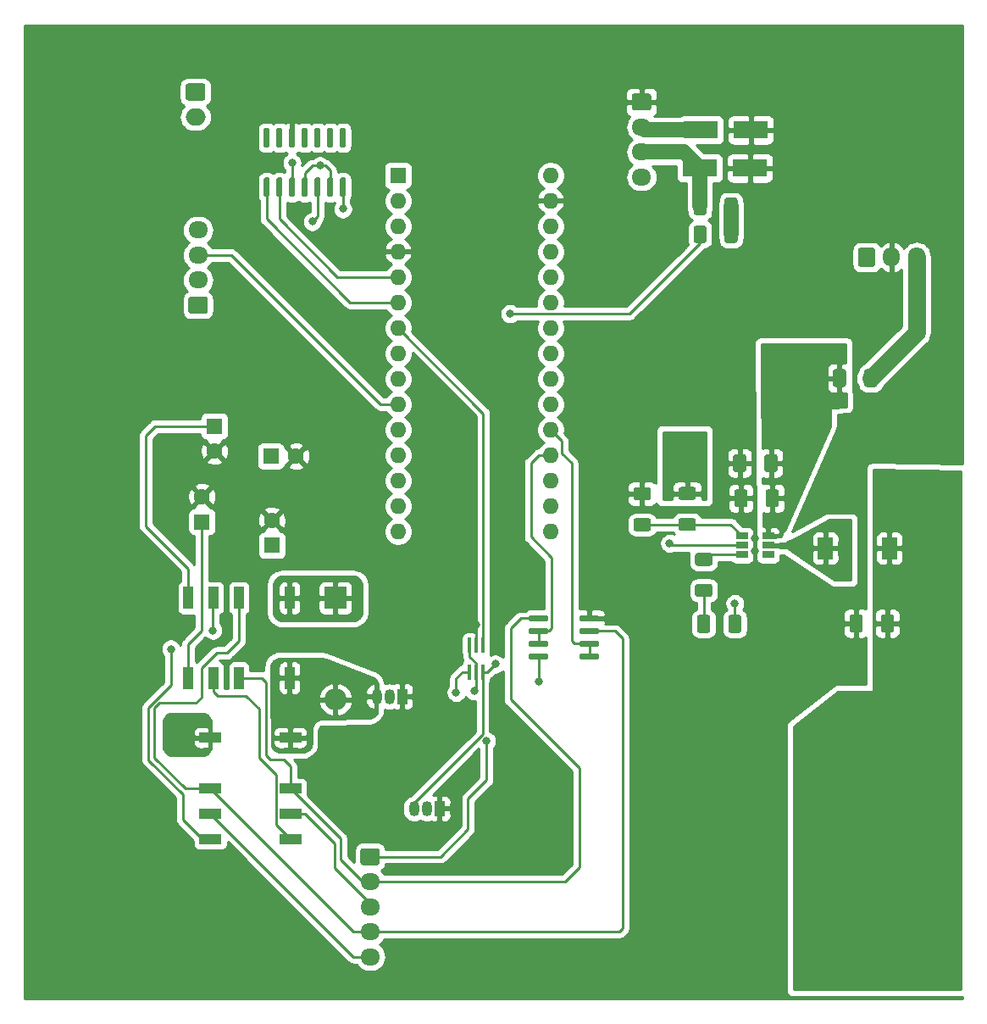
<source format=gbr>
%TF.GenerationSoftware,KiCad,Pcbnew,5.1.10-88a1d61d58~88~ubuntu18.04.1*%
%TF.CreationDate,2021-05-23T19:09:43+03:00*%
%TF.ProjectId,Micra Cruise Control Schemantics,4d696372-6120-4437-9275-69736520436f,rev?*%
%TF.SameCoordinates,Original*%
%TF.FileFunction,Copper,L1,Top*%
%TF.FilePolarity,Positive*%
%FSLAX46Y46*%
G04 Gerber Fmt 4.6, Leading zero omitted, Abs format (unit mm)*
G04 Created by KiCad (PCBNEW 5.1.10-88a1d61d58~88~ubuntu18.04.1) date 2021-05-23 19:09:43*
%MOMM*%
%LPD*%
G01*
G04 APERTURE LIST*
%TA.AperFunction,ComponentPad*%
%ADD10O,1.600000X1.600000*%
%TD*%
%TA.AperFunction,ComponentPad*%
%ADD11R,1.600000X1.600000*%
%TD*%
%TA.AperFunction,ComponentPad*%
%ADD12O,1.950000X1.700000*%
%TD*%
%TA.AperFunction,SMDPad,CuDef*%
%ADD13R,2.200000X1.000000*%
%TD*%
%TA.AperFunction,SMDPad,CuDef*%
%ADD14R,1.000000X2.200000*%
%TD*%
%TA.AperFunction,SMDPad,CuDef*%
%ADD15R,0.400000X1.500000*%
%TD*%
%TA.AperFunction,SMDPad,CuDef*%
%ADD16R,1.220000X0.650000*%
%TD*%
%TA.AperFunction,ComponentPad*%
%ADD17R,1.050000X1.500000*%
%TD*%
%TA.AperFunction,ComponentPad*%
%ADD18O,1.050000X1.500000*%
%TD*%
%TA.AperFunction,SMDPad,CuDef*%
%ADD19R,1.500000X2.200000*%
%TD*%
%TA.AperFunction,ComponentPad*%
%ADD20O,1.700000X1.950000*%
%TD*%
%TA.AperFunction,ComponentPad*%
%ADD21O,2.000000X1.700000*%
%TD*%
%TA.AperFunction,SMDPad,CuDef*%
%ADD22R,3.500000X1.800000*%
%TD*%
%TA.AperFunction,ComponentPad*%
%ADD23O,2.200000X2.200000*%
%TD*%
%TA.AperFunction,ComponentPad*%
%ADD24R,2.200000X2.200000*%
%TD*%
%TA.AperFunction,ComponentPad*%
%ADD25C,1.600000*%
%TD*%
%TA.AperFunction,ViaPad*%
%ADD26C,0.800000*%
%TD*%
%TA.AperFunction,Conductor*%
%ADD27C,0.250000*%
%TD*%
%TA.AperFunction,Conductor*%
%ADD28C,1.500000*%
%TD*%
%TA.AperFunction,Conductor*%
%ADD29C,1.750000*%
%TD*%
%TA.AperFunction,Conductor*%
%ADD30C,0.254000*%
%TD*%
%TA.AperFunction,Conductor*%
%ADD31C,0.100000*%
%TD*%
G04 APERTURE END LIST*
D10*
%TO.P,A1,16*%
%TO.N,Net-(A1-Pad16)*%
X89840000Y-86310000D03*
%TO.P,A1,15*%
%TO.N,Brake*%
X74600000Y-86310000D03*
%TO.P,A1,30*%
%TO.N,Net-(A1-Pad30)*%
X89840000Y-50750000D03*
%TO.P,A1,14*%
%TO.N,Buzzer*%
X74600000Y-83770000D03*
%TO.P,A1,29*%
%TO.N,GND*%
X89840000Y-53290000D03*
%TO.P,A1,13*%
%TO.N,Net-(A1-Pad13)*%
X74600000Y-81230000D03*
%TO.P,A1,28*%
%TO.N,Net-(A1-Pad28)*%
X89840000Y-55830000D03*
%TO.P,A1,12*%
%TO.N,Net-(A1-Pad12)*%
X74600000Y-78690000D03*
%TO.P,A1,27*%
%TO.N,Vcc*%
X89840000Y-58370000D03*
%TO.P,A1,11*%
%TO.N,Net-(A1-Pad11)*%
X74600000Y-76150000D03*
%TO.P,A1,26*%
%TO.N,Net-(A1-Pad26)*%
X89840000Y-60910000D03*
%TO.P,A1,10*%
%TO.N,ButtonRedLight*%
X74600000Y-73610000D03*
%TO.P,A1,25*%
%TO.N,Net-(A1-Pad25)*%
X89840000Y-63450000D03*
%TO.P,A1,9*%
%TO.N,ButtonBlueLight*%
X74600000Y-71070000D03*
%TO.P,A1,24*%
%TO.N,Net-(A1-Pad24)*%
X89840000Y-65990000D03*
%TO.P,A1,8*%
%TO.N,ButtonGreenLight*%
X74600000Y-68530000D03*
%TO.P,A1,23*%
%TO.N,Net-(A1-Pad23)*%
X89840000Y-68530000D03*
%TO.P,A1,7*%
%TO.N,CruiseControlEnMcu*%
X74600000Y-65990000D03*
%TO.P,A1,22*%
%TO.N,Net-(A1-Pad22)*%
X89840000Y-71070000D03*
%TO.P,A1,6*%
%TO.N,Net-(A1-Pad6)*%
X74600000Y-63450000D03*
%TO.P,A1,21*%
%TO.N,Net-(A1-Pad21)*%
X89840000Y-73610000D03*
%TO.P,A1,5*%
%TO.N,Net-(A1-Pad5)*%
X74600000Y-60910000D03*
%TO.P,A1,20*%
%TO.N,Net-(A1-Pad20)*%
X89840000Y-76150000D03*
%TO.P,A1,4*%
%TO.N,GND*%
X74600000Y-58370000D03*
%TO.P,A1,19*%
%TO.N,Net-(A1-Pad19)*%
X89840000Y-78690000D03*
%TO.P,A1,3*%
%TO.N,Net-(A1-Pad3)*%
X74600000Y-55830000D03*
%TO.P,A1,18*%
%TO.N,Net-(A1-Pad18)*%
X89840000Y-81230000D03*
%TO.P,A1,2*%
%TO.N,Net-(A1-Pad2)*%
X74600000Y-53290000D03*
%TO.P,A1,17*%
%TO.N,Net-(A1-Pad17)*%
X89840000Y-83770000D03*
D11*
%TO.P,A1,1*%
%TO.N,Net-(A1-Pad1)*%
X74600000Y-50750000D03*
%TD*%
D12*
%TO.P,J1,5*%
%TO.N,AccelOutA*%
X71800000Y-128800000D03*
%TO.P,J1,4*%
%TO.N,AccelPedalA*%
X71800000Y-126300000D03*
%TO.P,J1,3*%
%TO.N,AccelOutB*%
X71800000Y-123800000D03*
%TO.P,J1,2*%
%TO.N,AccelPedalB*%
X71800000Y-121300000D03*
%TO.P,J1,1*%
%TO.N,Net-(D6-Pad1)*%
%TA.AperFunction,ComponentPad*%
G36*
G01*
X71075000Y-117950000D02*
X72525000Y-117950000D01*
G75*
G02*
X72775000Y-118200000I0J-250000D01*
G01*
X72775000Y-119400000D01*
G75*
G02*
X72525000Y-119650000I-250000J0D01*
G01*
X71075000Y-119650000D01*
G75*
G02*
X70825000Y-119400000I0J250000D01*
G01*
X70825000Y-118200000D01*
G75*
G02*
X71075000Y-117950000I250000J0D01*
G01*
G37*
%TD.AperFunction*%
%TD*%
D13*
%TO.P,K2,5*%
%TO.N,Net-(K1-Pad4)*%
X55850000Y-117060000D03*
%TO.P,K2,8*%
%TO.N,Net-(K1-Pad9)*%
X63850000Y-117060000D03*
%TO.P,K2,3*%
%TO.N,AccelPedalA*%
X55850000Y-111980000D03*
%TO.P,K2,1*%
%TO.N,Vcc*%
X55850000Y-106900000D03*
%TO.P,K2,10*%
%TO.N,AccelPedalB*%
X63850000Y-111980000D03*
%TO.P,K2,12*%
%TO.N,Net-(D1-Pad2)*%
X63850000Y-106900000D03*
%TO.P,K2,4*%
%TO.N,AccelOutA*%
X55850000Y-114520000D03*
%TO.P,K2,9*%
%TO.N,AccelOutB*%
X63850000Y-114520000D03*
%TD*%
D14*
%TO.P,K1,5*%
%TO.N,Net-(C5-Pad1)*%
X53610000Y-92950000D03*
%TO.P,K1,8*%
%TO.N,Net-(C6-Pad1)*%
X53610000Y-100950000D03*
%TO.P,K1,3*%
%TO.N,AccelPedalA*%
X58690000Y-92950000D03*
%TO.P,K1,1*%
%TO.N,Vcc*%
X63770000Y-92950000D03*
%TO.P,K1,10*%
%TO.N,AccelPedalB*%
X58690000Y-100950000D03*
%TO.P,K1,12*%
%TO.N,Net-(D1-Pad2)*%
X63770000Y-100950000D03*
%TO.P,K1,4*%
%TO.N,Net-(K1-Pad4)*%
X56150000Y-92950000D03*
%TO.P,K1,9*%
%TO.N,Net-(K1-Pad9)*%
X56150000Y-100950000D03*
%TD*%
D15*
%TO.P,U4,6*%
%TO.N,Brake*%
X83050000Y-100350000D03*
%TO.P,U4,5*%
%TO.N,Vcc*%
X82400000Y-100350000D03*
%TO.P,U4,4*%
%TO.N,CruiseControlEnable*%
X81750000Y-100350000D03*
%TO.P,U4,3*%
%TO.N,Vcc*%
X81750000Y-97690000D03*
%TO.P,U4,2*%
%TO.N,GND*%
X82400000Y-97690000D03*
%TO.P,U4,1*%
%TO.N,CruiseControlEnMcu*%
X83050000Y-97690000D03*
%TD*%
%TO.P,U3,8*%
%TO.N,Vcc*%
%TA.AperFunction,SMDPad,CuDef*%
G36*
G01*
X89633500Y-98643500D02*
X89633500Y-98968500D01*
G75*
G02*
X89471000Y-99131000I-162500J0D01*
G01*
X87821000Y-99131000D01*
G75*
G02*
X87658500Y-98968500I0J162500D01*
G01*
X87658500Y-98643500D01*
G75*
G02*
X87821000Y-98481000I162500J0D01*
G01*
X89471000Y-98481000D01*
G75*
G02*
X89633500Y-98643500I0J-162500D01*
G01*
G37*
%TD.AperFunction*%
%TO.P,U3,7*%
%TO.N,Net-(A1-Pad19)*%
%TA.AperFunction,SMDPad,CuDef*%
G36*
G01*
X89633500Y-97373500D02*
X89633500Y-97698500D01*
G75*
G02*
X89471000Y-97861000I-162500J0D01*
G01*
X87821000Y-97861000D01*
G75*
G02*
X87658500Y-97698500I0J162500D01*
G01*
X87658500Y-97373500D01*
G75*
G02*
X87821000Y-97211000I162500J0D01*
G01*
X89471000Y-97211000D01*
G75*
G02*
X89633500Y-97373500I0J-162500D01*
G01*
G37*
%TD.AperFunction*%
%TO.P,U3,6*%
%TA.AperFunction,SMDPad,CuDef*%
G36*
G01*
X89633500Y-96103500D02*
X89633500Y-96428500D01*
G75*
G02*
X89471000Y-96591000I-162500J0D01*
G01*
X87821000Y-96591000D01*
G75*
G02*
X87658500Y-96428500I0J162500D01*
G01*
X87658500Y-96103500D01*
G75*
G02*
X87821000Y-95941000I162500J0D01*
G01*
X89471000Y-95941000D01*
G75*
G02*
X89633500Y-96103500I0J-162500D01*
G01*
G37*
%TD.AperFunction*%
%TO.P,U3,5*%
%TO.N,AccelPedalB*%
%TA.AperFunction,SMDPad,CuDef*%
G36*
G01*
X89633500Y-94833500D02*
X89633500Y-95158500D01*
G75*
G02*
X89471000Y-95321000I-162500J0D01*
G01*
X87821000Y-95321000D01*
G75*
G02*
X87658500Y-95158500I0J162500D01*
G01*
X87658500Y-94833500D01*
G75*
G02*
X87821000Y-94671000I162500J0D01*
G01*
X89471000Y-94671000D01*
G75*
G02*
X89633500Y-94833500I0J-162500D01*
G01*
G37*
%TD.AperFunction*%
%TO.P,U3,4*%
%TO.N,GND*%
%TA.AperFunction,SMDPad,CuDef*%
G36*
G01*
X94708500Y-94833500D02*
X94708500Y-95158500D01*
G75*
G02*
X94546000Y-95321000I-162500J0D01*
G01*
X92896000Y-95321000D01*
G75*
G02*
X92733500Y-95158500I0J162500D01*
G01*
X92733500Y-94833500D01*
G75*
G02*
X92896000Y-94671000I162500J0D01*
G01*
X94546000Y-94671000D01*
G75*
G02*
X94708500Y-94833500I0J-162500D01*
G01*
G37*
%TD.AperFunction*%
%TO.P,U3,3*%
%TO.N,AccelPedalA*%
%TA.AperFunction,SMDPad,CuDef*%
G36*
G01*
X94708500Y-96103500D02*
X94708500Y-96428500D01*
G75*
G02*
X94546000Y-96591000I-162500J0D01*
G01*
X92896000Y-96591000D01*
G75*
G02*
X92733500Y-96428500I0J162500D01*
G01*
X92733500Y-96103500D01*
G75*
G02*
X92896000Y-95941000I162500J0D01*
G01*
X94546000Y-95941000D01*
G75*
G02*
X94708500Y-96103500I0J-162500D01*
G01*
G37*
%TD.AperFunction*%
%TO.P,U3,2*%
%TO.N,Net-(A1-Pad20)*%
%TA.AperFunction,SMDPad,CuDef*%
G36*
G01*
X94708500Y-97373500D02*
X94708500Y-97698500D01*
G75*
G02*
X94546000Y-97861000I-162500J0D01*
G01*
X92896000Y-97861000D01*
G75*
G02*
X92733500Y-97698500I0J162500D01*
G01*
X92733500Y-97373500D01*
G75*
G02*
X92896000Y-97211000I162500J0D01*
G01*
X94546000Y-97211000D01*
G75*
G02*
X94708500Y-97373500I0J-162500D01*
G01*
G37*
%TD.AperFunction*%
%TO.P,U3,1*%
%TA.AperFunction,SMDPad,CuDef*%
G36*
G01*
X94708500Y-98643500D02*
X94708500Y-98968500D01*
G75*
G02*
X94546000Y-99131000I-162500J0D01*
G01*
X92896000Y-99131000D01*
G75*
G02*
X92733500Y-98968500I0J162500D01*
G01*
X92733500Y-98643500D01*
G75*
G02*
X92896000Y-98481000I162500J0D01*
G01*
X94546000Y-98481000D01*
G75*
G02*
X94708500Y-98643500I0J-162500D01*
G01*
G37*
%TD.AperFunction*%
%TD*%
%TO.P,U2,14*%
%TO.N,N/C*%
%TA.AperFunction,SMDPad,CuDef*%
G36*
G01*
X61618000Y-47965000D02*
X61318000Y-47965000D01*
G75*
G02*
X61168000Y-47815000I0J150000D01*
G01*
X61168000Y-46165000D01*
G75*
G02*
X61318000Y-46015000I150000J0D01*
G01*
X61618000Y-46015000D01*
G75*
G02*
X61768000Y-46165000I0J-150000D01*
G01*
X61768000Y-47815000D01*
G75*
G02*
X61618000Y-47965000I-150000J0D01*
G01*
G37*
%TD.AperFunction*%
%TO.P,U2,13*%
%TA.AperFunction,SMDPad,CuDef*%
G36*
G01*
X62888000Y-47965000D02*
X62588000Y-47965000D01*
G75*
G02*
X62438000Y-47815000I0J150000D01*
G01*
X62438000Y-46165000D01*
G75*
G02*
X62588000Y-46015000I150000J0D01*
G01*
X62888000Y-46015000D01*
G75*
G02*
X63038000Y-46165000I0J-150000D01*
G01*
X63038000Y-47815000D01*
G75*
G02*
X62888000Y-47965000I-150000J0D01*
G01*
G37*
%TD.AperFunction*%
%TO.P,U2,12*%
%TO.N,GND*%
%TA.AperFunction,SMDPad,CuDef*%
G36*
G01*
X64158000Y-47965000D02*
X63858000Y-47965000D01*
G75*
G02*
X63708000Y-47815000I0J150000D01*
G01*
X63708000Y-46165000D01*
G75*
G02*
X63858000Y-46015000I150000J0D01*
G01*
X64158000Y-46015000D01*
G75*
G02*
X64308000Y-46165000I0J-150000D01*
G01*
X64308000Y-47815000D01*
G75*
G02*
X64158000Y-47965000I-150000J0D01*
G01*
G37*
%TD.AperFunction*%
%TO.P,U2,11*%
%TO.N,N/C*%
%TA.AperFunction,SMDPad,CuDef*%
G36*
G01*
X65428000Y-47965000D02*
X65128000Y-47965000D01*
G75*
G02*
X64978000Y-47815000I0J150000D01*
G01*
X64978000Y-46165000D01*
G75*
G02*
X65128000Y-46015000I150000J0D01*
G01*
X65428000Y-46015000D01*
G75*
G02*
X65578000Y-46165000I0J-150000D01*
G01*
X65578000Y-47815000D01*
G75*
G02*
X65428000Y-47965000I-150000J0D01*
G01*
G37*
%TD.AperFunction*%
%TO.P,U2,10*%
%TA.AperFunction,SMDPad,CuDef*%
G36*
G01*
X66698000Y-47965000D02*
X66398000Y-47965000D01*
G75*
G02*
X66248000Y-47815000I0J150000D01*
G01*
X66248000Y-46165000D01*
G75*
G02*
X66398000Y-46015000I150000J0D01*
G01*
X66698000Y-46015000D01*
G75*
G02*
X66848000Y-46165000I0J-150000D01*
G01*
X66848000Y-47815000D01*
G75*
G02*
X66698000Y-47965000I-150000J0D01*
G01*
G37*
%TD.AperFunction*%
%TO.P,U2,9*%
%TA.AperFunction,SMDPad,CuDef*%
G36*
G01*
X67968000Y-47965000D02*
X67668000Y-47965000D01*
G75*
G02*
X67518000Y-47815000I0J150000D01*
G01*
X67518000Y-46165000D01*
G75*
G02*
X67668000Y-46015000I150000J0D01*
G01*
X67968000Y-46015000D01*
G75*
G02*
X68118000Y-46165000I0J-150000D01*
G01*
X68118000Y-47815000D01*
G75*
G02*
X67968000Y-47965000I-150000J0D01*
G01*
G37*
%TD.AperFunction*%
%TO.P,U2,8*%
%TA.AperFunction,SMDPad,CuDef*%
G36*
G01*
X69238000Y-47965000D02*
X68938000Y-47965000D01*
G75*
G02*
X68788000Y-47815000I0J150000D01*
G01*
X68788000Y-46165000D01*
G75*
G02*
X68938000Y-46015000I150000J0D01*
G01*
X69238000Y-46015000D01*
G75*
G02*
X69388000Y-46165000I0J-150000D01*
G01*
X69388000Y-47815000D01*
G75*
G02*
X69238000Y-47965000I-150000J0D01*
G01*
G37*
%TD.AperFunction*%
%TO.P,U2,7*%
%TO.N,WheelSensorB*%
%TA.AperFunction,SMDPad,CuDef*%
G36*
G01*
X69238000Y-52915000D02*
X68938000Y-52915000D01*
G75*
G02*
X68788000Y-52765000I0J150000D01*
G01*
X68788000Y-51115000D01*
G75*
G02*
X68938000Y-50965000I150000J0D01*
G01*
X69238000Y-50965000D01*
G75*
G02*
X69388000Y-51115000I0J-150000D01*
G01*
X69388000Y-52765000D01*
G75*
G02*
X69238000Y-52915000I-150000J0D01*
G01*
G37*
%TD.AperFunction*%
%TO.P,U2,6*%
%TO.N,Net-(R3-Pad2)*%
%TA.AperFunction,SMDPad,CuDef*%
G36*
G01*
X67968000Y-52915000D02*
X67668000Y-52915000D01*
G75*
G02*
X67518000Y-52765000I0J150000D01*
G01*
X67518000Y-51115000D01*
G75*
G02*
X67668000Y-50965000I150000J0D01*
G01*
X67968000Y-50965000D01*
G75*
G02*
X68118000Y-51115000I0J-150000D01*
G01*
X68118000Y-52765000D01*
G75*
G02*
X67968000Y-52915000I-150000J0D01*
G01*
G37*
%TD.AperFunction*%
%TO.P,U2,5*%
%TO.N,WheelSensorA*%
%TA.AperFunction,SMDPad,CuDef*%
G36*
G01*
X66698000Y-52915000D02*
X66398000Y-52915000D01*
G75*
G02*
X66248000Y-52765000I0J150000D01*
G01*
X66248000Y-51115000D01*
G75*
G02*
X66398000Y-50965000I150000J0D01*
G01*
X66698000Y-50965000D01*
G75*
G02*
X66848000Y-51115000I0J-150000D01*
G01*
X66848000Y-52765000D01*
G75*
G02*
X66698000Y-52915000I-150000J0D01*
G01*
G37*
%TD.AperFunction*%
%TO.P,U2,4*%
%TO.N,Net-(R3-Pad2)*%
%TA.AperFunction,SMDPad,CuDef*%
G36*
G01*
X65428000Y-52915000D02*
X65128000Y-52915000D01*
G75*
G02*
X64978000Y-52765000I0J150000D01*
G01*
X64978000Y-51115000D01*
G75*
G02*
X65128000Y-50965000I150000J0D01*
G01*
X65428000Y-50965000D01*
G75*
G02*
X65578000Y-51115000I0J-150000D01*
G01*
X65578000Y-52765000D01*
G75*
G02*
X65428000Y-52915000I-150000J0D01*
G01*
G37*
%TD.AperFunction*%
%TO.P,U2,3*%
%TO.N,Vcc*%
%TA.AperFunction,SMDPad,CuDef*%
G36*
G01*
X64158000Y-52915000D02*
X63858000Y-52915000D01*
G75*
G02*
X63708000Y-52765000I0J150000D01*
G01*
X63708000Y-51115000D01*
G75*
G02*
X63858000Y-50965000I150000J0D01*
G01*
X64158000Y-50965000D01*
G75*
G02*
X64308000Y-51115000I0J-150000D01*
G01*
X64308000Y-52765000D01*
G75*
G02*
X64158000Y-52915000I-150000J0D01*
G01*
G37*
%TD.AperFunction*%
%TO.P,U2,2*%
%TO.N,Net-(A1-Pad5)*%
%TA.AperFunction,SMDPad,CuDef*%
G36*
G01*
X62888000Y-52915000D02*
X62588000Y-52915000D01*
G75*
G02*
X62438000Y-52765000I0J150000D01*
G01*
X62438000Y-51115000D01*
G75*
G02*
X62588000Y-50965000I150000J0D01*
G01*
X62888000Y-50965000D01*
G75*
G02*
X63038000Y-51115000I0J-150000D01*
G01*
X63038000Y-52765000D01*
G75*
G02*
X62888000Y-52915000I-150000J0D01*
G01*
G37*
%TD.AperFunction*%
%TO.P,U2,1*%
%TO.N,Net-(A1-Pad6)*%
%TA.AperFunction,SMDPad,CuDef*%
G36*
G01*
X61618000Y-52915000D02*
X61318000Y-52915000D01*
G75*
G02*
X61168000Y-52765000I0J150000D01*
G01*
X61168000Y-51115000D01*
G75*
G02*
X61318000Y-50965000I150000J0D01*
G01*
X61618000Y-50965000D01*
G75*
G02*
X61768000Y-51115000I0J-150000D01*
G01*
X61768000Y-52765000D01*
G75*
G02*
X61618000Y-52915000I-150000J0D01*
G01*
G37*
%TD.AperFunction*%
%TD*%
D16*
%TO.P,U1,6*%
%TO.N,Net-(R27-Pad1)*%
X108966000Y-88646000D03*
%TO.P,U1,5*%
%TO.N,Net-(R13-Pad1)*%
X108966000Y-87696000D03*
%TO.P,U1,4*%
%TO.N,Net-(R1-Pad2)*%
X108966000Y-86746000D03*
%TO.P,U1,3*%
%TO.N,+12V*%
X111586000Y-86746000D03*
%TO.P,U1,2*%
%TO.N,Net-(C3-Pad1)*%
X111586000Y-87696000D03*
%TO.P,U1,1*%
%TO.N,Net-(U1-Pad1)*%
X111586000Y-88646000D03*
%TD*%
%TO.P,R27,2*%
%TO.N,Net-(C3-Pad2)*%
%TA.AperFunction,SMDPad,CuDef*%
G36*
G01*
X104531000Y-91552000D02*
X105781000Y-91552000D01*
G75*
G02*
X106031000Y-91802000I0J-250000D01*
G01*
X106031000Y-92602000D01*
G75*
G02*
X105781000Y-92852000I-250000J0D01*
G01*
X104531000Y-92852000D01*
G75*
G02*
X104281000Y-92602000I0J250000D01*
G01*
X104281000Y-91802000D01*
G75*
G02*
X104531000Y-91552000I250000J0D01*
G01*
G37*
%TD.AperFunction*%
%TO.P,R27,1*%
%TO.N,Net-(R27-Pad1)*%
%TA.AperFunction,SMDPad,CuDef*%
G36*
G01*
X104531000Y-88452000D02*
X105781000Y-88452000D01*
G75*
G02*
X106031000Y-88702000I0J-250000D01*
G01*
X106031000Y-89502000D01*
G75*
G02*
X105781000Y-89752000I-250000J0D01*
G01*
X104531000Y-89752000D01*
G75*
G02*
X104281000Y-89502000I0J250000D01*
G01*
X104281000Y-88702000D01*
G75*
G02*
X104531000Y-88452000I250000J0D01*
G01*
G37*
%TD.AperFunction*%
%TD*%
%TO.P,R16,2*%
%TO.N,Net-(D7-Pad1)*%
%TA.AperFunction,SMDPad,CuDef*%
G36*
G01*
X105430000Y-53219000D02*
X105430000Y-54469000D01*
G75*
G02*
X105180000Y-54719000I-250000J0D01*
G01*
X104380000Y-54719000D01*
G75*
G02*
X104130000Y-54469000I0J250000D01*
G01*
X104130000Y-53219000D01*
G75*
G02*
X104380000Y-52969000I250000J0D01*
G01*
X105180000Y-52969000D01*
G75*
G02*
X105430000Y-53219000I0J-250000D01*
G01*
G37*
%TD.AperFunction*%
%TO.P,R16,1*%
%TO.N,Net-(R15-Pad2)*%
%TA.AperFunction,SMDPad,CuDef*%
G36*
G01*
X108530000Y-53219000D02*
X108530000Y-54469000D01*
G75*
G02*
X108280000Y-54719000I-250000J0D01*
G01*
X107480000Y-54719000D01*
G75*
G02*
X107230000Y-54469000I0J250000D01*
G01*
X107230000Y-53219000D01*
G75*
G02*
X107480000Y-52969000I250000J0D01*
G01*
X108280000Y-52969000D01*
G75*
G02*
X108530000Y-53219000I0J-250000D01*
G01*
G37*
%TD.AperFunction*%
%TD*%
%TO.P,R15,2*%
%TO.N,Net-(R15-Pad2)*%
%TA.AperFunction,SMDPad,CuDef*%
G36*
G01*
X107230000Y-57263000D02*
X107230000Y-56013000D01*
G75*
G02*
X107480000Y-55763000I250000J0D01*
G01*
X108280000Y-55763000D01*
G75*
G02*
X108530000Y-56013000I0J-250000D01*
G01*
X108530000Y-57263000D01*
G75*
G02*
X108280000Y-57513000I-250000J0D01*
G01*
X107480000Y-57513000D01*
G75*
G02*
X107230000Y-57263000I0J250000D01*
G01*
G37*
%TD.AperFunction*%
%TO.P,R15,1*%
%TO.N,Buzzer*%
%TA.AperFunction,SMDPad,CuDef*%
G36*
G01*
X104130000Y-57263000D02*
X104130000Y-56013000D01*
G75*
G02*
X104380000Y-55763000I250000J0D01*
G01*
X105180000Y-55763000D01*
G75*
G02*
X105430000Y-56013000I0J-250000D01*
G01*
X105430000Y-57263000D01*
G75*
G02*
X105180000Y-57513000I-250000J0D01*
G01*
X104380000Y-57513000D01*
G75*
G02*
X104130000Y-57263000I0J250000D01*
G01*
G37*
%TD.AperFunction*%
%TD*%
%TO.P,R2,2*%
%TO.N,GND*%
%TA.AperFunction,SMDPad,CuDef*%
G36*
G01*
X99625000Y-83200000D02*
X98375000Y-83200000D01*
G75*
G02*
X98125000Y-82950000I0J250000D01*
G01*
X98125000Y-82150000D01*
G75*
G02*
X98375000Y-81900000I250000J0D01*
G01*
X99625000Y-81900000D01*
G75*
G02*
X99875000Y-82150000I0J-250000D01*
G01*
X99875000Y-82950000D01*
G75*
G02*
X99625000Y-83200000I-250000J0D01*
G01*
G37*
%TD.AperFunction*%
%TO.P,R2,1*%
%TO.N,Net-(R1-Pad2)*%
%TA.AperFunction,SMDPad,CuDef*%
G36*
G01*
X99625000Y-86300000D02*
X98375000Y-86300000D01*
G75*
G02*
X98125000Y-86050000I0J250000D01*
G01*
X98125000Y-85250000D01*
G75*
G02*
X98375000Y-85000000I250000J0D01*
G01*
X99625000Y-85000000D01*
G75*
G02*
X99875000Y-85250000I0J-250000D01*
G01*
X99875000Y-86050000D01*
G75*
G02*
X99625000Y-86300000I-250000J0D01*
G01*
G37*
%TD.AperFunction*%
%TD*%
%TO.P,R1,2*%
%TO.N,Net-(R1-Pad2)*%
%TA.AperFunction,SMDPad,CuDef*%
G36*
G01*
X102875000Y-84974000D02*
X104125000Y-84974000D01*
G75*
G02*
X104375000Y-85224000I0J-250000D01*
G01*
X104375000Y-86024000D01*
G75*
G02*
X104125000Y-86274000I-250000J0D01*
G01*
X102875000Y-86274000D01*
G75*
G02*
X102625000Y-86024000I0J250000D01*
G01*
X102625000Y-85224000D01*
G75*
G02*
X102875000Y-84974000I250000J0D01*
G01*
G37*
%TD.AperFunction*%
%TO.P,R1,1*%
%TO.N,Vcc*%
%TA.AperFunction,SMDPad,CuDef*%
G36*
G01*
X102875000Y-81874000D02*
X104125000Y-81874000D01*
G75*
G02*
X104375000Y-82124000I0J-250000D01*
G01*
X104375000Y-82924000D01*
G75*
G02*
X104125000Y-83174000I-250000J0D01*
G01*
X102875000Y-83174000D01*
G75*
G02*
X102625000Y-82924000I0J250000D01*
G01*
X102625000Y-82124000D01*
G75*
G02*
X102875000Y-81874000I250000J0D01*
G01*
G37*
%TD.AperFunction*%
%TD*%
D17*
%TO.P,Q2,1*%
%TO.N,GND*%
X75000000Y-102800000D03*
D18*
%TO.P,Q2,3*%
%TO.N,Net-(D1-Pad2)*%
X72460000Y-102800000D03*
%TO.P,Q2,2*%
%TO.N,Net-(Q2-Pad2)*%
X73730000Y-102800000D03*
%TD*%
D17*
%TO.P,Q1,1*%
%TO.N,GND*%
X78750000Y-114000000D03*
D18*
%TO.P,Q1,3*%
%TO.N,Brake*%
X76210000Y-114000000D03*
%TO.P,Q1,2*%
%TO.N,Net-(Q1-Pad2)*%
X77480000Y-114000000D03*
%TD*%
D19*
%TO.P,L1,2*%
%TO.N,Vcc*%
X123700000Y-88000000D03*
%TO.P,L1,1*%
%TO.N,Net-(C3-Pad1)*%
X117300000Y-88000000D03*
%TD*%
%TO.P,J5,1*%
%TO.N,Net-(J5-Pad1)*%
%TA.AperFunction,ComponentPad*%
G36*
G01*
X55335000Y-64564000D02*
X53885000Y-64564000D01*
G75*
G02*
X53635000Y-64314000I0J250000D01*
G01*
X53635000Y-63114000D01*
G75*
G02*
X53885000Y-62864000I250000J0D01*
G01*
X55335000Y-62864000D01*
G75*
G02*
X55585000Y-63114000I0J-250000D01*
G01*
X55585000Y-64314000D01*
G75*
G02*
X55335000Y-64564000I-250000J0D01*
G01*
G37*
%TD.AperFunction*%
D12*
%TO.P,J5,2*%
%TO.N,ButtonBlueLight*%
X54610000Y-61214000D03*
%TO.P,J5,3*%
%TO.N,ButtonRedLight*%
X54610000Y-58714000D03*
%TO.P,J5,4*%
%TO.N,ButtonGreenLight*%
X54610000Y-56214000D03*
%TD*%
D20*
%TO.P,J4,3*%
%TO.N,Net-(D9-Pad1)*%
X126430000Y-58930000D03*
%TO.P,J4,2*%
%TO.N,GND*%
X123930000Y-58930000D03*
%TO.P,J4,1*%
%TO.N,AccessoryPowerSignal*%
%TA.AperFunction,ComponentPad*%
G36*
G01*
X120580000Y-59655000D02*
X120580000Y-58205000D01*
G75*
G02*
X120830000Y-57955000I250000J0D01*
G01*
X122030000Y-57955000D01*
G75*
G02*
X122280000Y-58205000I0J-250000D01*
G01*
X122280000Y-59655000D01*
G75*
G02*
X122030000Y-59905000I-250000J0D01*
G01*
X120830000Y-59905000D01*
G75*
G02*
X120580000Y-59655000I0J250000D01*
G01*
G37*
%TD.AperFunction*%
%TD*%
D12*
%TO.P,J3,4*%
%TO.N,Vcc*%
X98938000Y-50930000D03*
%TO.P,J3,3*%
%TO.N,Net-(D7-Pad1)*%
X98938000Y-48430000D03*
%TO.P,J3,2*%
%TO.N,ButtonInput*%
X98938000Y-45930000D03*
%TO.P,J3,1*%
%TO.N,GND*%
%TA.AperFunction,ComponentPad*%
G36*
G01*
X98213000Y-42580000D02*
X99663000Y-42580000D01*
G75*
G02*
X99913000Y-42830000I0J-250000D01*
G01*
X99913000Y-44030000D01*
G75*
G02*
X99663000Y-44280000I-250000J0D01*
G01*
X98213000Y-44280000D01*
G75*
G02*
X97963000Y-44030000I0J250000D01*
G01*
X97963000Y-42830000D01*
G75*
G02*
X98213000Y-42580000I250000J0D01*
G01*
G37*
%TD.AperFunction*%
%TD*%
D21*
%TO.P,J2,2*%
%TO.N,WheelSensorB*%
X54356000Y-44918000D03*
%TO.P,J2,1*%
%TO.N,WheelSensorA*%
%TA.AperFunction,ComponentPad*%
G36*
G01*
X53606000Y-41568000D02*
X55106000Y-41568000D01*
G75*
G02*
X55356000Y-41818000I0J-250000D01*
G01*
X55356000Y-43018000D01*
G75*
G02*
X55106000Y-43268000I-250000J0D01*
G01*
X53606000Y-43268000D01*
G75*
G02*
X53356000Y-43018000I0J250000D01*
G01*
X53356000Y-41818000D01*
G75*
G02*
X53606000Y-41568000I250000J0D01*
G01*
G37*
%TD.AperFunction*%
%TD*%
%TO.P,F1,2*%
%TO.N,+12V*%
%TA.AperFunction,SMDPad,CuDef*%
G36*
G01*
X119387500Y-70349999D02*
X119387500Y-71650001D01*
G75*
G02*
X119137501Y-71900000I-249999J0D01*
G01*
X118312499Y-71900000D01*
G75*
G02*
X118062500Y-71650001I0J249999D01*
G01*
X118062500Y-70349999D01*
G75*
G02*
X118312499Y-70100000I249999J0D01*
G01*
X119137501Y-70100000D01*
G75*
G02*
X119387500Y-70349999I0J-249999D01*
G01*
G37*
%TD.AperFunction*%
%TO.P,F1,1*%
%TO.N,Net-(D9-Pad1)*%
%TA.AperFunction,SMDPad,CuDef*%
G36*
G01*
X122512500Y-70349999D02*
X122512500Y-71650001D01*
G75*
G02*
X122262501Y-71900000I-249999J0D01*
G01*
X121437499Y-71900000D01*
G75*
G02*
X121187500Y-71650001I0J249999D01*
G01*
X121187500Y-70349999D01*
G75*
G02*
X121437499Y-70100000I249999J0D01*
G01*
X122262501Y-70100000D01*
G75*
G02*
X122512500Y-70349999I0J-249999D01*
G01*
G37*
%TD.AperFunction*%
%TD*%
D22*
%TO.P,D8,2*%
%TO.N,GND*%
X109860000Y-46224000D03*
%TO.P,D8,1*%
%TO.N,ButtonInput*%
X104860000Y-46224000D03*
%TD*%
%TO.P,D7,2*%
%TO.N,GND*%
X109780000Y-50034000D03*
%TO.P,D7,1*%
%TO.N,Net-(D7-Pad1)*%
X104780000Y-50034000D03*
%TD*%
D23*
%TO.P,D1,2*%
%TO.N,Net-(D1-Pad2)*%
X68350000Y-103110000D03*
D24*
%TO.P,D1,1*%
%TO.N,Vcc*%
X68350000Y-92950000D03*
%TD*%
D25*
%TO.P,C8,2*%
%TO.N,GND*%
X62000000Y-85200000D03*
D11*
%TO.P,C8,1*%
%TO.N,Net-(C8-Pad1)*%
X62000000Y-87700000D03*
%TD*%
D25*
%TO.P,C7,2*%
%TO.N,GND*%
X64400000Y-78800000D03*
D11*
%TO.P,C7,1*%
%TO.N,Net-(C7-Pad1)*%
X61900000Y-78800000D03*
%TD*%
D25*
%TO.P,C6,2*%
%TO.N,GND*%
X55000000Y-82850000D03*
D11*
%TO.P,C6,1*%
%TO.N,Net-(C6-Pad1)*%
X55000000Y-85350000D03*
%TD*%
D25*
%TO.P,C5,2*%
%TO.N,GND*%
X56250000Y-78300000D03*
D11*
%TO.P,C5,1*%
%TO.N,Net-(C5-Pad1)*%
X56250000Y-75800000D03*
%TD*%
%TO.P,C4,2*%
%TO.N,Vcc*%
%TA.AperFunction,SMDPad,CuDef*%
G36*
G01*
X122837500Y-96150001D02*
X122837500Y-94849999D01*
G75*
G02*
X123087499Y-94600000I249999J0D01*
G01*
X123912501Y-94600000D01*
G75*
G02*
X124162500Y-94849999I0J-249999D01*
G01*
X124162500Y-96150001D01*
G75*
G02*
X123912501Y-96400000I-249999J0D01*
G01*
X123087499Y-96400000D01*
G75*
G02*
X122837500Y-96150001I0J249999D01*
G01*
G37*
%TD.AperFunction*%
%TO.P,C4,1*%
%TO.N,GND*%
%TA.AperFunction,SMDPad,CuDef*%
G36*
G01*
X119712500Y-96150001D02*
X119712500Y-94849999D01*
G75*
G02*
X119962499Y-94600000I249999J0D01*
G01*
X120787501Y-94600000D01*
G75*
G02*
X121037500Y-94849999I0J-249999D01*
G01*
X121037500Y-96150001D01*
G75*
G02*
X120787501Y-96400000I-249999J0D01*
G01*
X119962499Y-96400000D01*
G75*
G02*
X119712500Y-96150001I0J249999D01*
G01*
G37*
%TD.AperFunction*%
%TD*%
%TO.P,C3,2*%
%TO.N,Net-(C3-Pad2)*%
%TA.AperFunction,SMDPad,CuDef*%
G36*
G01*
X105800000Y-94899999D02*
X105800000Y-96200001D01*
G75*
G02*
X105550001Y-96450000I-249999J0D01*
G01*
X104724999Y-96450000D01*
G75*
G02*
X104475000Y-96200001I0J249999D01*
G01*
X104475000Y-94899999D01*
G75*
G02*
X104724999Y-94650000I249999J0D01*
G01*
X105550001Y-94650000D01*
G75*
G02*
X105800000Y-94899999I0J-249999D01*
G01*
G37*
%TD.AperFunction*%
%TO.P,C3,1*%
%TO.N,Net-(C3-Pad1)*%
%TA.AperFunction,SMDPad,CuDef*%
G36*
G01*
X108925000Y-94899999D02*
X108925000Y-96200001D01*
G75*
G02*
X108675001Y-96450000I-249999J0D01*
G01*
X107849999Y-96450000D01*
G75*
G02*
X107600000Y-96200001I0J249999D01*
G01*
X107600000Y-94899999D01*
G75*
G02*
X107849999Y-94650000I249999J0D01*
G01*
X108675001Y-94650000D01*
G75*
G02*
X108925000Y-94899999I0J-249999D01*
G01*
G37*
%TD.AperFunction*%
%TD*%
%TO.P,C2,2*%
%TO.N,GND*%
%TA.AperFunction,SMDPad,CuDef*%
G36*
G01*
X109537500Y-82349999D02*
X109537500Y-83650001D01*
G75*
G02*
X109287501Y-83900000I-249999J0D01*
G01*
X108462499Y-83900000D01*
G75*
G02*
X108212500Y-83650001I0J249999D01*
G01*
X108212500Y-82349999D01*
G75*
G02*
X108462499Y-82100000I249999J0D01*
G01*
X109287501Y-82100000D01*
G75*
G02*
X109537500Y-82349999I0J-249999D01*
G01*
G37*
%TD.AperFunction*%
%TO.P,C2,1*%
%TO.N,+12V*%
%TA.AperFunction,SMDPad,CuDef*%
G36*
G01*
X112662500Y-82349999D02*
X112662500Y-83650001D01*
G75*
G02*
X112412501Y-83900000I-249999J0D01*
G01*
X111587499Y-83900000D01*
G75*
G02*
X111337500Y-83650001I0J249999D01*
G01*
X111337500Y-82349999D01*
G75*
G02*
X111587499Y-82100000I249999J0D01*
G01*
X112412501Y-82100000D01*
G75*
G02*
X112662500Y-82349999I0J-249999D01*
G01*
G37*
%TD.AperFunction*%
%TD*%
%TO.P,C1,2*%
%TO.N,GND*%
%TA.AperFunction,SMDPad,CuDef*%
G36*
G01*
X109412500Y-78849999D02*
X109412500Y-80150001D01*
G75*
G02*
X109162501Y-80400000I-249999J0D01*
G01*
X108337499Y-80400000D01*
G75*
G02*
X108087500Y-80150001I0J249999D01*
G01*
X108087500Y-78849999D01*
G75*
G02*
X108337499Y-78600000I249999J0D01*
G01*
X109162501Y-78600000D01*
G75*
G02*
X109412500Y-78849999I0J-249999D01*
G01*
G37*
%TD.AperFunction*%
%TO.P,C1,1*%
%TO.N,+12V*%
%TA.AperFunction,SMDPad,CuDef*%
G36*
G01*
X112537500Y-78849999D02*
X112537500Y-80150001D01*
G75*
G02*
X112287501Y-80400000I-249999J0D01*
G01*
X111462499Y-80400000D01*
G75*
G02*
X111212500Y-80150001I0J249999D01*
G01*
X111212500Y-78849999D01*
G75*
G02*
X111462499Y-78600000I249999J0D01*
G01*
X112287501Y-78600000D01*
G75*
G02*
X112537500Y-78849999I0J-249999D01*
G01*
G37*
%TD.AperFunction*%
%TD*%
D26*
%TO.N,GND*%
X82400000Y-95654000D03*
X39878000Y-65786000D03*
X39624000Y-62738000D03*
X39624000Y-58674000D03*
X39624000Y-54864000D03*
X40640000Y-52324000D03*
X40640000Y-50038000D03*
X42672000Y-51054000D03*
X73406000Y-42418000D03*
X109750000Y-91500000D03*
X111250000Y-91500000D03*
X113000000Y-91500000D03*
X115000000Y-91500000D03*
X109750000Y-93000000D03*
X111250000Y-93000000D03*
X113000000Y-93000000D03*
X115000000Y-93000000D03*
X111250000Y-94500000D03*
X113000000Y-94500000D03*
X115000000Y-94500000D03*
X113000000Y-96000000D03*
X115000000Y-96000000D03*
X118500000Y-93250000D03*
X118500000Y-94750000D03*
X118500000Y-96500000D03*
X118500000Y-98250000D03*
X107000000Y-84000000D03*
X107000000Y-82750000D03*
X107000000Y-81500000D03*
X107000000Y-80250000D03*
X107000000Y-78750000D03*
X107000000Y-77500000D03*
X108750000Y-77250000D03*
X107000000Y-75750000D03*
X108750000Y-75750000D03*
X110250000Y-87000000D03*
X110250000Y-88250000D03*
X96250000Y-83750000D03*
X96250000Y-81750000D03*
X99000000Y-80250000D03*
X99000000Y-78250000D03*
X96250000Y-78250000D03*
X96250000Y-80250000D03*
X102500000Y-90000000D03*
X102500000Y-92500000D03*
X102500000Y-95000000D03*
X95000000Y-75000000D03*
X97500000Y-75000000D03*
X97500000Y-72500000D03*
X95000000Y-72500000D03*
X95000000Y-70000000D03*
X97500000Y-70000000D03*
X112500000Y-97500000D03*
X115000000Y-97500000D03*
X110000000Y-97500000D03*
X100000000Y-102500000D03*
X107500000Y-102500000D03*
X100000000Y-107500000D03*
X107500000Y-107500000D03*
X100000000Y-115000000D03*
X107500000Y-115000000D03*
X100000000Y-122500000D03*
X107500000Y-122500000D03*
X100000000Y-130000000D03*
X107500000Y-130000000D03*
X40000000Y-130000000D03*
X50000000Y-130000000D03*
X60000000Y-130000000D03*
X40000000Y-125000000D03*
X50000000Y-125000000D03*
X60000000Y-125000000D03*
X40000000Y-120000000D03*
X50000000Y-120000000D03*
X40000000Y-115000000D03*
X50000000Y-115000000D03*
X40000000Y-110000000D03*
X40000000Y-105000000D03*
X40000000Y-100000000D03*
X40000000Y-95000000D03*
X40000000Y-90000000D03*
X40000000Y-85000000D03*
X40000000Y-80000000D03*
X40000000Y-75000000D03*
X45000000Y-75000000D03*
X45000000Y-80000000D03*
X45000000Y-85000000D03*
X45000000Y-90000000D03*
X50000000Y-90000000D03*
X45000000Y-95000000D03*
X45000000Y-100000000D03*
X45000000Y-105000000D03*
X45000000Y-110000000D03*
X45000000Y-115000000D03*
X45000000Y-120000000D03*
X45000000Y-125000000D03*
X45000000Y-130000000D03*
X80000000Y-50000000D03*
X80000000Y-55000000D03*
X80000000Y-60000000D03*
X85000000Y-60000000D03*
X85000000Y-55000000D03*
X85000000Y-50000000D03*
X80000000Y-45000000D03*
X85000000Y-45000000D03*
X90000000Y-45000000D03*
X110000000Y-55000000D03*
X115000000Y-55000000D03*
X112600000Y-45400000D03*
X112600000Y-46800000D03*
X112600000Y-48400000D03*
X112600000Y-49800000D03*
X112600000Y-51400000D03*
X114000000Y-51400000D03*
X114000000Y-48400000D03*
X114000000Y-49800000D03*
X114000000Y-46800000D03*
X113800000Y-45400000D03*
X120000000Y-42500000D03*
X122500000Y-42500000D03*
X125000000Y-42500000D03*
X127500000Y-42500000D03*
X130000000Y-42500000D03*
X130000000Y-45000000D03*
X125000000Y-45000000D03*
X122500000Y-45000000D03*
X120000000Y-45000000D03*
X127500000Y-45000000D03*
X88000000Y-120000000D03*
X90000000Y-120000000D03*
X88000000Y-117500000D03*
X90000000Y-117500000D03*
X88000000Y-127500000D03*
X88000000Y-130000000D03*
X90000000Y-130000000D03*
X90000000Y-127500000D03*
X38000000Y-46000000D03*
X38000000Y-44500000D03*
X38000000Y-43000000D03*
X38000000Y-41500000D03*
X38000000Y-40000000D03*
X38000000Y-47500000D03*
X38000000Y-49000000D03*
X130500000Y-66500000D03*
X130500000Y-70000000D03*
X130500000Y-73500000D03*
X130500000Y-77500000D03*
X38000000Y-38000000D03*
X43000000Y-38000000D03*
X48000000Y-38000000D03*
X53000000Y-38000000D03*
X58000000Y-38000000D03*
X63000000Y-38000000D03*
X68000000Y-38000000D03*
X73000000Y-38000000D03*
X78000000Y-38000000D03*
X83000000Y-38000000D03*
X88000000Y-38000000D03*
X93000000Y-38000000D03*
X98000000Y-38000000D03*
X103000000Y-38000000D03*
X108000000Y-38000000D03*
X113000000Y-38000000D03*
X118000000Y-38000000D03*
X123000000Y-38000000D03*
X130000000Y-38000000D03*
X130000000Y-49000000D03*
X130000000Y-53000000D03*
X130490000Y-57990000D03*
X130440000Y-61560000D03*
X64760000Y-132190000D03*
X70540000Y-132350000D03*
X75400000Y-132400000D03*
X79590000Y-132450000D03*
X84160000Y-132400000D03*
X89430000Y-132580000D03*
X94830000Y-131950000D03*
X97560000Y-130690000D03*
%TO.N,Vcc*%
X65700000Y-91400000D03*
X65700000Y-92750000D03*
X65700000Y-94300000D03*
X51900000Y-105300000D03*
X53550000Y-105300000D03*
X51850000Y-106600000D03*
X53600000Y-106650000D03*
X51850000Y-107900000D03*
X53600000Y-107950000D03*
X82225000Y-102250000D03*
X88646000Y-101346000D03*
X123000000Y-82000000D03*
X126000000Y-82000000D03*
X129000000Y-82000000D03*
X123000000Y-85000000D03*
X126000000Y-85000000D03*
X129000000Y-85000000D03*
X127000000Y-88000000D03*
X129000000Y-88000000D03*
X127000000Y-90000000D03*
X129000000Y-90000000D03*
X127000000Y-92000000D03*
X129000000Y-92000000D03*
X127000000Y-94000000D03*
X129000000Y-94000000D03*
X127000000Y-96000000D03*
X129000000Y-96000000D03*
X127000000Y-98000000D03*
X129000000Y-98000000D03*
X123000000Y-100000000D03*
X126000000Y-100000000D03*
X129000000Y-100000000D03*
X123000000Y-102000000D03*
X126000000Y-102000000D03*
X129000000Y-102000000D03*
X119000000Y-104000000D03*
X123000000Y-104000000D03*
X126000000Y-104000000D03*
X129000000Y-104000000D03*
X116000000Y-108000000D03*
X120000000Y-108000000D03*
X124000000Y-108000000D03*
X128000000Y-108000000D03*
X116000000Y-111000000D03*
X120000000Y-111000000D03*
X124000000Y-111000000D03*
X128000000Y-111000000D03*
X116000000Y-115000000D03*
X120000000Y-115000000D03*
X124000000Y-115000000D03*
X128000000Y-115000000D03*
X128000000Y-119000000D03*
X124000000Y-119000000D03*
X120000000Y-119000000D03*
X116000000Y-119000000D03*
X116000000Y-124000000D03*
X120000000Y-124000000D03*
X124000000Y-124000000D03*
X129000000Y-124000000D03*
X116000000Y-129000000D03*
X120000000Y-129000000D03*
X124000000Y-129000000D03*
X129000000Y-129000000D03*
X102250000Y-77500000D03*
X104250000Y-77750000D03*
X102250000Y-80000000D03*
X104250000Y-80000000D03*
X64008000Y-49508000D03*
%TO.N,Brake*%
X84328000Y-99568000D03*
%TO.N,Buzzer*%
X85792999Y-64575001D03*
%TO.N,+12V*%
X115900000Y-68800000D03*
%TO.N,Net-(C3-Pad1)*%
X118750000Y-90250000D03*
X108262500Y-93512500D03*
%TO.N,Net-(D6-Pad1)*%
X83450000Y-107250000D03*
%TO.N,WheelSensorA*%
X66040000Y-55372000D03*
%TO.N,WheelSensorB*%
X69088000Y-54102000D03*
%TO.N,Net-(K1-Pad4)*%
X51900000Y-98050000D03*
X56100000Y-96200000D03*
%TO.N,Net-(R3-Pad2)*%
X66802000Y-49784000D03*
%TO.N,CruiseControlEnable*%
X80400000Y-102400000D03*
%TO.N,Net-(R13-Pad1)*%
X101750000Y-87500000D03*
%TD*%
D27*
%TO.N,GND*%
X82400000Y-97690000D02*
X82400000Y-95654000D01*
X82400000Y-95654000D02*
X82400000Y-95608000D01*
%TO.N,Vcc*%
X82400000Y-100350000D02*
X82400000Y-102075000D01*
X82400000Y-102075000D02*
X82225000Y-102250000D01*
X82225000Y-102250000D02*
X82225000Y-102250000D01*
X81750000Y-97690000D02*
X81750000Y-98825000D01*
X82400000Y-99475000D02*
X82400000Y-100350000D01*
X81750000Y-98825000D02*
X82400000Y-99475000D01*
X88646000Y-98806000D02*
X88646000Y-101346000D01*
X88646000Y-101346000D02*
X88646000Y-101346000D01*
X64008000Y-51940000D02*
X64008000Y-49508000D01*
X64008000Y-49508000D02*
X64008000Y-49508000D01*
%TO.N,Brake*%
X76210000Y-113416998D02*
X76210000Y-114000000D01*
X83050000Y-106576998D02*
X76210000Y-113416998D01*
X83050000Y-100350000D02*
X83050000Y-106576998D01*
X83050000Y-100350000D02*
X83546000Y-100350000D01*
X83546000Y-100350000D02*
X84328000Y-99568000D01*
X84328000Y-99568000D02*
X84328000Y-99568000D01*
%TO.N,Buzzer*%
X85792999Y-64575001D02*
X85792999Y-64575001D01*
X104780000Y-57513000D02*
X103817999Y-58475001D01*
X104780000Y-56638000D02*
X104780000Y-57513000D01*
X103817999Y-58475001D02*
X103817999Y-58482001D01*
X97724999Y-64575001D02*
X85792999Y-64575001D01*
X103817999Y-58482001D02*
X97724999Y-64575001D01*
%TO.N,ButtonRedLight*%
X54610000Y-58714000D02*
X57952000Y-58714000D01*
X72848000Y-73610000D02*
X74600000Y-73610000D01*
X57952000Y-58714000D02*
X72848000Y-73610000D01*
%TO.N,CruiseControlEnMcu*%
X83125001Y-74515001D02*
X74600000Y-65990000D01*
X83125001Y-97614999D02*
X83125001Y-74515001D01*
X83050000Y-97690000D02*
X83125001Y-97614999D01*
%TO.N,Net-(A1-Pad6)*%
X61468000Y-51940000D02*
X61468000Y-55118000D01*
X69800000Y-63450000D02*
X74600000Y-63450000D01*
X61468000Y-55118000D02*
X69800000Y-63450000D01*
%TO.N,Net-(A1-Pad5)*%
X62738000Y-51940000D02*
X62738000Y-55118000D01*
X68530000Y-60910000D02*
X74600000Y-60910000D01*
X62738000Y-55118000D02*
X68530000Y-60910000D01*
%TO.N,Net-(A1-Pad20)*%
X93721000Y-98806000D02*
X93721000Y-97536000D01*
X93721000Y-97536000D02*
X92202000Y-97536000D01*
X92202000Y-97536000D02*
X91948000Y-97282000D01*
X90965001Y-77275001D02*
X89840000Y-76150000D01*
X90965001Y-78519001D02*
X90965001Y-77275001D01*
X91948000Y-79502000D02*
X90965001Y-78519001D01*
X91948000Y-97282000D02*
X91948000Y-79502000D01*
%TO.N,Net-(A1-Pad19)*%
X88646000Y-96266000D02*
X88646000Y-97536000D01*
X88646000Y-96266000D02*
X89662000Y-96266000D01*
X89958510Y-95969490D02*
X89958510Y-88942510D01*
X89662000Y-96266000D02*
X89958510Y-95969490D01*
X89958510Y-88942510D02*
X87884000Y-86868000D01*
X87884000Y-86868000D02*
X87884000Y-79502000D01*
X88696000Y-78690000D02*
X89840000Y-78690000D01*
X87884000Y-79502000D02*
X88696000Y-78690000D01*
%TO.N,Net-(C3-Pad2)*%
X105156000Y-95531500D02*
X105137500Y-95550000D01*
X105156000Y-92202000D02*
X105156000Y-95531500D01*
%TO.N,Net-(C3-Pad1)*%
X108262500Y-95550000D02*
X108262500Y-93512500D01*
X108262500Y-93512500D02*
X108262500Y-93512500D01*
%TO.N,Net-(C5-Pad1)*%
X53610000Y-92950000D02*
X53610000Y-90010000D01*
X53610000Y-90010000D02*
X49400000Y-85800000D01*
X49400000Y-85800000D02*
X49400000Y-76750000D01*
X49400000Y-76750000D02*
X50350000Y-75800000D01*
X56250000Y-75800000D02*
X50350000Y-75800000D01*
%TO.N,Net-(C6-Pad1)*%
X53610000Y-100950000D02*
X53610000Y-97590000D01*
X55000000Y-96200000D02*
X55000000Y-85350000D01*
X53610000Y-97590000D02*
X55000000Y-96200000D01*
%TO.N,AccelPedalB*%
X58690000Y-100950000D02*
X61000000Y-100950000D01*
X61000000Y-100950000D02*
X61400000Y-101350000D01*
X61400000Y-101350000D02*
X61400000Y-108700000D01*
X61400000Y-108700000D02*
X61800000Y-109100000D01*
X61800000Y-109100000D02*
X63150000Y-109100000D01*
X63850000Y-109800000D02*
X63850000Y-111980000D01*
X63150000Y-109100000D02*
X63850000Y-109800000D01*
X71800000Y-121300000D02*
X71075000Y-121300000D01*
X71075000Y-121300000D02*
X68875000Y-119100000D01*
X68875000Y-117005000D02*
X63850000Y-111980000D01*
X68875000Y-119100000D02*
X68875000Y-117005000D01*
X88646000Y-94996000D02*
X86868000Y-94996000D01*
X86868000Y-94996000D02*
X85852000Y-96012000D01*
X85852000Y-96012000D02*
X85852000Y-103124000D01*
X85852000Y-103124000D02*
X92710000Y-109982000D01*
X92710000Y-109982000D02*
X92710000Y-119888000D01*
X91298000Y-121300000D02*
X71800000Y-121300000D01*
X92710000Y-119888000D02*
X91298000Y-121300000D01*
%TO.N,AccelPedalA*%
X55850000Y-111980000D02*
X53330000Y-111980000D01*
X53330000Y-111980000D02*
X50250000Y-108900000D01*
X50250000Y-108900000D02*
X50250000Y-103950000D01*
X50250000Y-103950000D02*
X50750000Y-103450000D01*
X50750000Y-103450000D02*
X54400000Y-103450000D01*
X54400000Y-103450000D02*
X54950000Y-102900000D01*
X54950000Y-99964998D02*
X56464998Y-98450000D01*
X54950000Y-102900000D02*
X54950000Y-99964998D01*
X56464998Y-98450000D02*
X57500000Y-98450000D01*
X58690000Y-97260000D02*
X58690000Y-92950000D01*
X57500000Y-98450000D02*
X58690000Y-97260000D01*
X70170000Y-126300000D02*
X71800000Y-126300000D01*
X55850000Y-111980000D02*
X70170000Y-126300000D01*
X96712000Y-126300000D02*
X71800000Y-126300000D01*
X97028000Y-125984000D02*
X96712000Y-126300000D01*
X97028000Y-97028000D02*
X97028000Y-125984000D01*
X93721000Y-96266000D02*
X96266000Y-96266000D01*
X96266000Y-96266000D02*
X97028000Y-97028000D01*
%TO.N,Net-(D6-Pad1)*%
X83450000Y-111160002D02*
X81600000Y-113010002D01*
X83450000Y-107250000D02*
X83450000Y-111160002D01*
X81600000Y-113010002D02*
X81600000Y-116050000D01*
X78850000Y-118800000D02*
X71800000Y-118800000D01*
X81600000Y-116050000D02*
X78850000Y-118800000D01*
D28*
%TO.N,Net-(D7-Pad1)*%
X103176000Y-48430000D02*
X98938000Y-48430000D01*
X104780000Y-50034000D02*
X103176000Y-48430000D01*
X104780000Y-53844000D02*
X104780000Y-50034000D01*
%TO.N,ButtonInput*%
X99232000Y-46224000D02*
X98938000Y-45930000D01*
X104860000Y-46224000D02*
X99232000Y-46224000D01*
D27*
%TO.N,WheelSensorA*%
X66548000Y-51940000D02*
X66548000Y-54102000D01*
X66548000Y-54102000D02*
X66548000Y-54102000D01*
X66548000Y-54102000D02*
X66548000Y-54864000D01*
X66548000Y-54864000D02*
X66040000Y-55372000D01*
X66040000Y-55372000D02*
X66040000Y-55372000D01*
%TO.N,WheelSensorB*%
X69088000Y-51940000D02*
X69088000Y-54356000D01*
X69088000Y-54356000D02*
X69088000Y-54356000D01*
%TO.N,AccelOutA*%
X58550000Y-117220000D02*
X55850000Y-114520000D01*
X70130000Y-128800000D02*
X58550000Y-117220000D01*
X71800000Y-128800000D02*
X70130000Y-128800000D01*
%TO.N,AccelOutB*%
X68250000Y-117500000D02*
X65270000Y-114520000D01*
X68250000Y-119950000D02*
X68250000Y-117500000D01*
X65270000Y-114520000D02*
X63850000Y-114520000D01*
X71800000Y-123800000D02*
X71800000Y-123500000D01*
X71800000Y-123500000D02*
X68250000Y-119950000D01*
%TO.N,Net-(K1-Pad4)*%
X55850000Y-117060000D02*
X55060000Y-117060000D01*
X53100000Y-115100000D02*
X53100000Y-112600000D01*
X55060000Y-117060000D02*
X53100000Y-115100000D01*
X53100000Y-112600000D02*
X49650000Y-109150000D01*
X49650000Y-103913590D02*
X51900000Y-101663590D01*
X49650000Y-109150000D02*
X49650000Y-103913590D01*
X51900000Y-101663590D02*
X51900000Y-98950000D01*
X51900000Y-98950000D02*
X51900000Y-98050000D01*
X51900000Y-98050000D02*
X51900000Y-98050000D01*
X56100000Y-93000000D02*
X56150000Y-92950000D01*
X56100000Y-96200000D02*
X56100000Y-93000000D01*
%TO.N,Net-(K1-Pad9)*%
X56150000Y-100950000D02*
X56150000Y-101950000D01*
X62424999Y-115634999D02*
X62424999Y-110624999D01*
X63850000Y-117060000D02*
X62424999Y-115634999D01*
X62424999Y-110624999D02*
X60700000Y-108900000D01*
X60700000Y-108900000D02*
X60700000Y-104050000D01*
X60700000Y-104050000D02*
X59400000Y-102750000D01*
X59400000Y-102750000D02*
X56600000Y-102750000D01*
X56150000Y-102300000D02*
X56150000Y-100950000D01*
X56600000Y-102750000D02*
X56150000Y-102300000D01*
%TO.N,Net-(R1-Pad2)*%
X99848000Y-85624000D02*
X99822000Y-85650000D01*
X103474000Y-85650000D02*
X103500000Y-85624000D01*
X99000000Y-85650000D02*
X103474000Y-85650000D01*
X107844000Y-85624000D02*
X108966000Y-86746000D01*
X103500000Y-85624000D02*
X107844000Y-85624000D01*
%TO.N,Net-(R3-Pad2)*%
X65278000Y-51940000D02*
X65278000Y-50546000D01*
X65278000Y-50546000D02*
X66040000Y-49784000D01*
X66040000Y-49784000D02*
X66802000Y-49784000D01*
X67818000Y-50292000D02*
X67818000Y-51940000D01*
X67310000Y-49784000D02*
X67818000Y-50292000D01*
X66802000Y-49784000D02*
X67310000Y-49784000D01*
%TO.N,CruiseControlEnable*%
X81750000Y-100350000D02*
X81050000Y-100350000D01*
X81050000Y-100350000D02*
X80400000Y-101000000D01*
X80400000Y-101000000D02*
X80400000Y-102400000D01*
X80400000Y-102400000D02*
X80400000Y-102400000D01*
%TO.N,Net-(R13-Pad1)*%
X106404000Y-87696000D02*
X106404000Y-87696000D01*
X108966000Y-87696000D02*
X106404000Y-87696000D01*
X106404000Y-87696000D02*
X101946000Y-87696000D01*
X101946000Y-87696000D02*
X101750000Y-87500000D01*
X101750000Y-87500000D02*
X101750000Y-87500000D01*
D28*
%TO.N,Net-(R15-Pad2)*%
X107880000Y-56638000D02*
X107880000Y-53844000D01*
D27*
%TO.N,Net-(R27-Pad1)*%
X105612000Y-88646000D02*
X105156000Y-89102000D01*
X108966000Y-88646000D02*
X105612000Y-88646000D01*
D29*
%TO.N,Net-(D9-Pad1)*%
X126430000Y-66420000D02*
X121850000Y-71000000D01*
X126430000Y-58930000D02*
X126430000Y-66420000D01*
%TD*%
D30*
%TO.N,Vcc*%
X55052537Y-104517032D02*
X55227674Y-104535941D01*
X55389884Y-104586589D01*
X55539199Y-104667725D01*
X55669951Y-104776267D01*
X55777183Y-104908101D01*
X55856818Y-105058214D01*
X55905842Y-105220924D01*
X55923000Y-105396247D01*
X55923000Y-107793766D01*
X55905624Y-107970189D01*
X55855978Y-108133850D01*
X55775362Y-108284672D01*
X55666870Y-108416870D01*
X55534672Y-108525362D01*
X55383850Y-108605978D01*
X55220189Y-108655624D01*
X55043766Y-108673000D01*
X52056234Y-108673000D01*
X51879811Y-108655624D01*
X51716150Y-108605978D01*
X51565328Y-108525362D01*
X51433130Y-108416870D01*
X51324638Y-108284672D01*
X51244022Y-108133850D01*
X51194376Y-107970189D01*
X51177000Y-107793766D01*
X51177000Y-107400000D01*
X54111928Y-107400000D01*
X54124188Y-107524482D01*
X54160498Y-107644180D01*
X54219463Y-107754494D01*
X54298815Y-107851185D01*
X54395506Y-107930537D01*
X54505820Y-107989502D01*
X54625518Y-108025812D01*
X54750000Y-108038072D01*
X55564250Y-108035000D01*
X55723000Y-107876250D01*
X55723000Y-107027000D01*
X54273750Y-107027000D01*
X54115000Y-107185750D01*
X54111928Y-107400000D01*
X51177000Y-107400000D01*
X51177000Y-106400000D01*
X54111928Y-106400000D01*
X54115000Y-106614250D01*
X54273750Y-106773000D01*
X55723000Y-106773000D01*
X55723000Y-105923750D01*
X55564250Y-105765000D01*
X54750000Y-105761928D01*
X54625518Y-105774188D01*
X54505820Y-105810498D01*
X54395506Y-105869463D01*
X54298815Y-105948815D01*
X54219463Y-106045506D01*
X54160498Y-106155820D01*
X54124188Y-106275518D01*
X54111928Y-106400000D01*
X51177000Y-106400000D01*
X51177000Y-105366332D01*
X51194598Y-105188786D01*
X51244866Y-105024190D01*
X51326467Y-104872666D01*
X51436225Y-104740112D01*
X51569877Y-104631679D01*
X51722210Y-104551596D01*
X51887298Y-104502979D01*
X52065009Y-104487157D01*
X55052537Y-104517032D01*
%TA.AperFunction,Conductor*%
D31*
G36*
X55052537Y-104517032D02*
G01*
X55227674Y-104535941D01*
X55389884Y-104586589D01*
X55539199Y-104667725D01*
X55669951Y-104776267D01*
X55777183Y-104908101D01*
X55856818Y-105058214D01*
X55905842Y-105220924D01*
X55923000Y-105396247D01*
X55923000Y-107793766D01*
X55905624Y-107970189D01*
X55855978Y-108133850D01*
X55775362Y-108284672D01*
X55666870Y-108416870D01*
X55534672Y-108525362D01*
X55383850Y-108605978D01*
X55220189Y-108655624D01*
X55043766Y-108673000D01*
X52056234Y-108673000D01*
X51879811Y-108655624D01*
X51716150Y-108605978D01*
X51565328Y-108525362D01*
X51433130Y-108416870D01*
X51324638Y-108284672D01*
X51244022Y-108133850D01*
X51194376Y-107970189D01*
X51177000Y-107793766D01*
X51177000Y-107400000D01*
X54111928Y-107400000D01*
X54124188Y-107524482D01*
X54160498Y-107644180D01*
X54219463Y-107754494D01*
X54298815Y-107851185D01*
X54395506Y-107930537D01*
X54505820Y-107989502D01*
X54625518Y-108025812D01*
X54750000Y-108038072D01*
X55564250Y-108035000D01*
X55723000Y-107876250D01*
X55723000Y-107027000D01*
X54273750Y-107027000D01*
X54115000Y-107185750D01*
X54111928Y-107400000D01*
X51177000Y-107400000D01*
X51177000Y-106400000D01*
X54111928Y-106400000D01*
X54115000Y-106614250D01*
X54273750Y-106773000D01*
X55723000Y-106773000D01*
X55723000Y-105923750D01*
X55564250Y-105765000D01*
X54750000Y-105761928D01*
X54625518Y-105774188D01*
X54505820Y-105810498D01*
X54395506Y-105869463D01*
X54298815Y-105948815D01*
X54219463Y-106045506D01*
X54160498Y-106155820D01*
X54124188Y-106275518D01*
X54111928Y-106400000D01*
X51177000Y-106400000D01*
X51177000Y-105366332D01*
X51194598Y-105188786D01*
X51244866Y-105024190D01*
X51326467Y-104872666D01*
X51436225Y-104740112D01*
X51569877Y-104631679D01*
X51722210Y-104551596D01*
X51887298Y-104502979D01*
X52065009Y-104487157D01*
X55052537Y-104517032D01*
G37*
%TD.AperFunction*%
%TD*%
D30*
%TO.N,Net-(D1-Pad2)*%
X67110739Y-99050285D02*
X67272877Y-99066437D01*
X67429475Y-99111414D01*
X72001136Y-100883991D01*
X72163803Y-100966822D01*
X72301482Y-101076618D01*
X72414303Y-101211822D01*
X72497672Y-101366929D01*
X72548192Y-101535620D01*
X72564378Y-101717460D01*
X72535095Y-104093085D01*
X72516149Y-104266415D01*
X72466127Y-104427001D01*
X72386223Y-104574998D01*
X72279399Y-104704917D01*
X72149632Y-104811920D01*
X72001744Y-104892033D01*
X71841230Y-104942277D01*
X71667925Y-104961466D01*
X67059543Y-105024710D01*
X67047213Y-105025480D01*
X66854085Y-105047013D01*
X66829940Y-105052118D01*
X66644622Y-105110597D01*
X66621919Y-105120276D01*
X66451411Y-105213493D01*
X66431009Y-105227379D01*
X66281748Y-105351813D01*
X66264417Y-105369383D01*
X66142041Y-105520335D01*
X66128436Y-105540925D01*
X66037566Y-105712695D01*
X66028199Y-105735528D01*
X65972266Y-105921630D01*
X65967493Y-105945844D01*
X65948610Y-106139250D01*
X65948009Y-106151589D01*
X65947992Y-107470242D01*
X65930431Y-107647587D01*
X65880273Y-107812015D01*
X65798846Y-107963415D01*
X65689313Y-108095904D01*
X65555918Y-108204348D01*
X65403854Y-108284524D01*
X65239022Y-108333324D01*
X65061538Y-108349422D01*
X62843834Y-108331174D01*
X62669040Y-108312653D01*
X62507065Y-108262507D01*
X62357849Y-108181976D01*
X62227032Y-108074103D01*
X62119550Y-107942959D01*
X62039466Y-107793498D01*
X61989810Y-107631381D01*
X61971814Y-107456519D01*
X61971519Y-107400000D01*
X62111928Y-107400000D01*
X62124188Y-107524482D01*
X62160498Y-107644180D01*
X62219463Y-107754494D01*
X62298815Y-107851185D01*
X62395506Y-107930537D01*
X62505820Y-107989502D01*
X62625518Y-108025812D01*
X62750000Y-108038072D01*
X63564250Y-108035000D01*
X63723000Y-107876250D01*
X63723000Y-107027000D01*
X63977000Y-107027000D01*
X63977000Y-107876250D01*
X64135750Y-108035000D01*
X64950000Y-108038072D01*
X65074482Y-108025812D01*
X65194180Y-107989502D01*
X65304494Y-107930537D01*
X65401185Y-107851185D01*
X65480537Y-107754494D01*
X65539502Y-107644180D01*
X65575812Y-107524482D01*
X65588072Y-107400000D01*
X65585000Y-107185750D01*
X65426250Y-107027000D01*
X63977000Y-107027000D01*
X63723000Y-107027000D01*
X62273750Y-107027000D01*
X62115000Y-107185750D01*
X62111928Y-107400000D01*
X61971519Y-107400000D01*
X61966297Y-106400000D01*
X62111928Y-106400000D01*
X62115000Y-106614250D01*
X62273750Y-106773000D01*
X63723000Y-106773000D01*
X63723000Y-105923750D01*
X63977000Y-105923750D01*
X63977000Y-106773000D01*
X65426250Y-106773000D01*
X65585000Y-106614250D01*
X65588072Y-106400000D01*
X65575812Y-106275518D01*
X65539502Y-106155820D01*
X65480537Y-106045506D01*
X65401185Y-105948815D01*
X65304494Y-105869463D01*
X65194180Y-105810498D01*
X65074482Y-105774188D01*
X64950000Y-105761928D01*
X64135750Y-105765000D01*
X63977000Y-105923750D01*
X63723000Y-105923750D01*
X63564250Y-105765000D01*
X62750000Y-105761928D01*
X62625518Y-105774188D01*
X62505820Y-105810498D01*
X62395506Y-105869463D01*
X62298815Y-105948815D01*
X62219463Y-106045506D01*
X62160498Y-106155820D01*
X62124188Y-106275518D01*
X62111928Y-106400000D01*
X61966297Y-106400000D01*
X61951186Y-103506123D01*
X66660821Y-103506123D01*
X66770558Y-103828054D01*
X66940992Y-104122391D01*
X67165573Y-104377822D01*
X67435671Y-104584531D01*
X67740906Y-104734575D01*
X67953878Y-104799175D01*
X68223000Y-104681125D01*
X68223000Y-103237000D01*
X68477000Y-103237000D01*
X68477000Y-104681125D01*
X68746122Y-104799175D01*
X68959094Y-104734575D01*
X69264329Y-104584531D01*
X69534427Y-104377822D01*
X69759008Y-104122391D01*
X69929442Y-103828054D01*
X70039179Y-103506123D01*
X69921600Y-103237000D01*
X68477000Y-103237000D01*
X68223000Y-103237000D01*
X66778400Y-103237000D01*
X66660821Y-103506123D01*
X61951186Y-103506123D01*
X61949121Y-103110507D01*
X71293669Y-103110507D01*
X71332761Y-103336404D01*
X71415172Y-103550334D01*
X71537736Y-103744076D01*
X71695742Y-103910184D01*
X71883118Y-104042275D01*
X72092663Y-104135272D01*
X72154190Y-104143964D01*
X72333000Y-104018163D01*
X72333000Y-102927000D01*
X71453402Y-102927000D01*
X71293669Y-103110507D01*
X61949121Y-103110507D01*
X61947049Y-102713877D01*
X66660821Y-102713877D01*
X66778400Y-102983000D01*
X68223000Y-102983000D01*
X68223000Y-101538875D01*
X68477000Y-101538875D01*
X68477000Y-102983000D01*
X69921600Y-102983000D01*
X70039179Y-102713877D01*
X69962693Y-102489493D01*
X71293669Y-102489493D01*
X71453402Y-102673000D01*
X72333000Y-102673000D01*
X72333000Y-101581837D01*
X72154190Y-101456036D01*
X72092663Y-101464728D01*
X71883118Y-101557725D01*
X71695742Y-101689816D01*
X71537736Y-101855924D01*
X71415172Y-102049666D01*
X71332761Y-102263596D01*
X71293669Y-102489493D01*
X69962693Y-102489493D01*
X69929442Y-102391946D01*
X69759008Y-102097609D01*
X69534427Y-101842178D01*
X69264329Y-101635469D01*
X68959094Y-101485425D01*
X68746122Y-101420825D01*
X68477000Y-101538875D01*
X68223000Y-101538875D01*
X67953878Y-101420825D01*
X67740906Y-101485425D01*
X67435671Y-101635469D01*
X67165573Y-101842178D01*
X66940992Y-102097609D01*
X66770558Y-102391946D01*
X66660821Y-102713877D01*
X61947049Y-102713877D01*
X61943582Y-102050000D01*
X62631928Y-102050000D01*
X62644188Y-102174482D01*
X62680498Y-102294180D01*
X62739463Y-102404494D01*
X62818815Y-102501185D01*
X62915506Y-102580537D01*
X63025820Y-102639502D01*
X63145518Y-102675812D01*
X63270000Y-102688072D01*
X63484250Y-102685000D01*
X63643000Y-102526250D01*
X63643000Y-101077000D01*
X63897000Y-101077000D01*
X63897000Y-102526250D01*
X64055750Y-102685000D01*
X64270000Y-102688072D01*
X64394482Y-102675812D01*
X64514180Y-102639502D01*
X64624494Y-102580537D01*
X64721185Y-102501185D01*
X64800537Y-102404494D01*
X64859502Y-102294180D01*
X64895812Y-102174482D01*
X64908072Y-102050000D01*
X64905000Y-101235750D01*
X64746250Y-101077000D01*
X63897000Y-101077000D01*
X63643000Y-101077000D01*
X62793750Y-101077000D01*
X62635000Y-101235750D01*
X62631928Y-102050000D01*
X61943582Y-102050000D01*
X61932328Y-99895036D01*
X61936566Y-99850000D01*
X62631928Y-99850000D01*
X62635000Y-100664250D01*
X62793750Y-100823000D01*
X63643000Y-100823000D01*
X63643000Y-99373750D01*
X63897000Y-99373750D01*
X63897000Y-100823000D01*
X64746250Y-100823000D01*
X64905000Y-100664250D01*
X64908072Y-99850000D01*
X64895812Y-99725518D01*
X64859502Y-99605820D01*
X64800537Y-99495506D01*
X64721185Y-99398815D01*
X64624494Y-99319463D01*
X64514180Y-99260498D01*
X64394482Y-99224188D01*
X64270000Y-99211928D01*
X64055750Y-99215000D01*
X63897000Y-99373750D01*
X63643000Y-99373750D01*
X63484250Y-99215000D01*
X63270000Y-99211928D01*
X63145518Y-99224188D01*
X63025820Y-99260498D01*
X62915506Y-99319463D01*
X62818815Y-99398815D01*
X62739463Y-99495506D01*
X62680498Y-99605820D01*
X62644188Y-99725518D01*
X62631928Y-99850000D01*
X61936566Y-99850000D01*
X61949092Y-99716930D01*
X61998768Y-99551662D01*
X62080002Y-99399410D01*
X62189617Y-99266126D01*
X62323323Y-99157028D01*
X62475890Y-99076383D01*
X62641343Y-99027349D01*
X62819511Y-99011274D01*
X67110739Y-99050285D01*
%TA.AperFunction,Conductor*%
D31*
G36*
X67110739Y-99050285D02*
G01*
X67272877Y-99066437D01*
X67429475Y-99111414D01*
X72001136Y-100883991D01*
X72163803Y-100966822D01*
X72301482Y-101076618D01*
X72414303Y-101211822D01*
X72497672Y-101366929D01*
X72548192Y-101535620D01*
X72564378Y-101717460D01*
X72535095Y-104093085D01*
X72516149Y-104266415D01*
X72466127Y-104427001D01*
X72386223Y-104574998D01*
X72279399Y-104704917D01*
X72149632Y-104811920D01*
X72001744Y-104892033D01*
X71841230Y-104942277D01*
X71667925Y-104961466D01*
X67059543Y-105024710D01*
X67047213Y-105025480D01*
X66854085Y-105047013D01*
X66829940Y-105052118D01*
X66644622Y-105110597D01*
X66621919Y-105120276D01*
X66451411Y-105213493D01*
X66431009Y-105227379D01*
X66281748Y-105351813D01*
X66264417Y-105369383D01*
X66142041Y-105520335D01*
X66128436Y-105540925D01*
X66037566Y-105712695D01*
X66028199Y-105735528D01*
X65972266Y-105921630D01*
X65967493Y-105945844D01*
X65948610Y-106139250D01*
X65948009Y-106151589D01*
X65947992Y-107470242D01*
X65930431Y-107647587D01*
X65880273Y-107812015D01*
X65798846Y-107963415D01*
X65689313Y-108095904D01*
X65555918Y-108204348D01*
X65403854Y-108284524D01*
X65239022Y-108333324D01*
X65061538Y-108349422D01*
X62843834Y-108331174D01*
X62669040Y-108312653D01*
X62507065Y-108262507D01*
X62357849Y-108181976D01*
X62227032Y-108074103D01*
X62119550Y-107942959D01*
X62039466Y-107793498D01*
X61989810Y-107631381D01*
X61971814Y-107456519D01*
X61971519Y-107400000D01*
X62111928Y-107400000D01*
X62124188Y-107524482D01*
X62160498Y-107644180D01*
X62219463Y-107754494D01*
X62298815Y-107851185D01*
X62395506Y-107930537D01*
X62505820Y-107989502D01*
X62625518Y-108025812D01*
X62750000Y-108038072D01*
X63564250Y-108035000D01*
X63723000Y-107876250D01*
X63723000Y-107027000D01*
X63977000Y-107027000D01*
X63977000Y-107876250D01*
X64135750Y-108035000D01*
X64950000Y-108038072D01*
X65074482Y-108025812D01*
X65194180Y-107989502D01*
X65304494Y-107930537D01*
X65401185Y-107851185D01*
X65480537Y-107754494D01*
X65539502Y-107644180D01*
X65575812Y-107524482D01*
X65588072Y-107400000D01*
X65585000Y-107185750D01*
X65426250Y-107027000D01*
X63977000Y-107027000D01*
X63723000Y-107027000D01*
X62273750Y-107027000D01*
X62115000Y-107185750D01*
X62111928Y-107400000D01*
X61971519Y-107400000D01*
X61966297Y-106400000D01*
X62111928Y-106400000D01*
X62115000Y-106614250D01*
X62273750Y-106773000D01*
X63723000Y-106773000D01*
X63723000Y-105923750D01*
X63977000Y-105923750D01*
X63977000Y-106773000D01*
X65426250Y-106773000D01*
X65585000Y-106614250D01*
X65588072Y-106400000D01*
X65575812Y-106275518D01*
X65539502Y-106155820D01*
X65480537Y-106045506D01*
X65401185Y-105948815D01*
X65304494Y-105869463D01*
X65194180Y-105810498D01*
X65074482Y-105774188D01*
X64950000Y-105761928D01*
X64135750Y-105765000D01*
X63977000Y-105923750D01*
X63723000Y-105923750D01*
X63564250Y-105765000D01*
X62750000Y-105761928D01*
X62625518Y-105774188D01*
X62505820Y-105810498D01*
X62395506Y-105869463D01*
X62298815Y-105948815D01*
X62219463Y-106045506D01*
X62160498Y-106155820D01*
X62124188Y-106275518D01*
X62111928Y-106400000D01*
X61966297Y-106400000D01*
X61951186Y-103506123D01*
X66660821Y-103506123D01*
X66770558Y-103828054D01*
X66940992Y-104122391D01*
X67165573Y-104377822D01*
X67435671Y-104584531D01*
X67740906Y-104734575D01*
X67953878Y-104799175D01*
X68223000Y-104681125D01*
X68223000Y-103237000D01*
X68477000Y-103237000D01*
X68477000Y-104681125D01*
X68746122Y-104799175D01*
X68959094Y-104734575D01*
X69264329Y-104584531D01*
X69534427Y-104377822D01*
X69759008Y-104122391D01*
X69929442Y-103828054D01*
X70039179Y-103506123D01*
X69921600Y-103237000D01*
X68477000Y-103237000D01*
X68223000Y-103237000D01*
X66778400Y-103237000D01*
X66660821Y-103506123D01*
X61951186Y-103506123D01*
X61949121Y-103110507D01*
X71293669Y-103110507D01*
X71332761Y-103336404D01*
X71415172Y-103550334D01*
X71537736Y-103744076D01*
X71695742Y-103910184D01*
X71883118Y-104042275D01*
X72092663Y-104135272D01*
X72154190Y-104143964D01*
X72333000Y-104018163D01*
X72333000Y-102927000D01*
X71453402Y-102927000D01*
X71293669Y-103110507D01*
X61949121Y-103110507D01*
X61947049Y-102713877D01*
X66660821Y-102713877D01*
X66778400Y-102983000D01*
X68223000Y-102983000D01*
X68223000Y-101538875D01*
X68477000Y-101538875D01*
X68477000Y-102983000D01*
X69921600Y-102983000D01*
X70039179Y-102713877D01*
X69962693Y-102489493D01*
X71293669Y-102489493D01*
X71453402Y-102673000D01*
X72333000Y-102673000D01*
X72333000Y-101581837D01*
X72154190Y-101456036D01*
X72092663Y-101464728D01*
X71883118Y-101557725D01*
X71695742Y-101689816D01*
X71537736Y-101855924D01*
X71415172Y-102049666D01*
X71332761Y-102263596D01*
X71293669Y-102489493D01*
X69962693Y-102489493D01*
X69929442Y-102391946D01*
X69759008Y-102097609D01*
X69534427Y-101842178D01*
X69264329Y-101635469D01*
X68959094Y-101485425D01*
X68746122Y-101420825D01*
X68477000Y-101538875D01*
X68223000Y-101538875D01*
X67953878Y-101420825D01*
X67740906Y-101485425D01*
X67435671Y-101635469D01*
X67165573Y-101842178D01*
X66940992Y-102097609D01*
X66770558Y-102391946D01*
X66660821Y-102713877D01*
X61947049Y-102713877D01*
X61943582Y-102050000D01*
X62631928Y-102050000D01*
X62644188Y-102174482D01*
X62680498Y-102294180D01*
X62739463Y-102404494D01*
X62818815Y-102501185D01*
X62915506Y-102580537D01*
X63025820Y-102639502D01*
X63145518Y-102675812D01*
X63270000Y-102688072D01*
X63484250Y-102685000D01*
X63643000Y-102526250D01*
X63643000Y-101077000D01*
X63897000Y-101077000D01*
X63897000Y-102526250D01*
X64055750Y-102685000D01*
X64270000Y-102688072D01*
X64394482Y-102675812D01*
X64514180Y-102639502D01*
X64624494Y-102580537D01*
X64721185Y-102501185D01*
X64800537Y-102404494D01*
X64859502Y-102294180D01*
X64895812Y-102174482D01*
X64908072Y-102050000D01*
X64905000Y-101235750D01*
X64746250Y-101077000D01*
X63897000Y-101077000D01*
X63643000Y-101077000D01*
X62793750Y-101077000D01*
X62635000Y-101235750D01*
X62631928Y-102050000D01*
X61943582Y-102050000D01*
X61932328Y-99895036D01*
X61936566Y-99850000D01*
X62631928Y-99850000D01*
X62635000Y-100664250D01*
X62793750Y-100823000D01*
X63643000Y-100823000D01*
X63643000Y-99373750D01*
X63897000Y-99373750D01*
X63897000Y-100823000D01*
X64746250Y-100823000D01*
X64905000Y-100664250D01*
X64908072Y-99850000D01*
X64895812Y-99725518D01*
X64859502Y-99605820D01*
X64800537Y-99495506D01*
X64721185Y-99398815D01*
X64624494Y-99319463D01*
X64514180Y-99260498D01*
X64394482Y-99224188D01*
X64270000Y-99211928D01*
X64055750Y-99215000D01*
X63897000Y-99373750D01*
X63643000Y-99373750D01*
X63484250Y-99215000D01*
X63270000Y-99211928D01*
X63145518Y-99224188D01*
X63025820Y-99260498D01*
X62915506Y-99319463D01*
X62818815Y-99398815D01*
X62739463Y-99495506D01*
X62680498Y-99605820D01*
X62644188Y-99725518D01*
X62631928Y-99850000D01*
X61936566Y-99850000D01*
X61949092Y-99716930D01*
X61998768Y-99551662D01*
X62080002Y-99399410D01*
X62189617Y-99266126D01*
X62323323Y-99157028D01*
X62475890Y-99076383D01*
X62641343Y-99027349D01*
X62819511Y-99011274D01*
X67110739Y-99050285D01*
G37*
%TD.AperFunction*%
%TD*%
D30*
%TO.N,Vcc*%
X70270189Y-90844376D02*
X70433850Y-90894022D01*
X70584672Y-90974638D01*
X70716870Y-91083130D01*
X70825362Y-91215328D01*
X70905978Y-91366150D01*
X70955624Y-91529811D01*
X70973000Y-91706234D01*
X70973000Y-94343766D01*
X70955624Y-94520189D01*
X70905978Y-94683850D01*
X70825362Y-94834672D01*
X70716870Y-94966870D01*
X70584672Y-95075362D01*
X70433850Y-95155978D01*
X70270189Y-95205624D01*
X70093766Y-95223000D01*
X63056234Y-95223000D01*
X62879811Y-95205624D01*
X62716150Y-95155978D01*
X62565328Y-95075362D01*
X62433130Y-94966870D01*
X62324638Y-94834672D01*
X62244022Y-94683850D01*
X62194376Y-94520189D01*
X62177000Y-94343766D01*
X62177000Y-94050000D01*
X62631928Y-94050000D01*
X62644188Y-94174482D01*
X62680498Y-94294180D01*
X62739463Y-94404494D01*
X62818815Y-94501185D01*
X62915506Y-94580537D01*
X63025820Y-94639502D01*
X63145518Y-94675812D01*
X63270000Y-94688072D01*
X63484250Y-94685000D01*
X63643000Y-94526250D01*
X63643000Y-93077000D01*
X63897000Y-93077000D01*
X63897000Y-94526250D01*
X64055750Y-94685000D01*
X64270000Y-94688072D01*
X64394482Y-94675812D01*
X64514180Y-94639502D01*
X64624494Y-94580537D01*
X64721185Y-94501185D01*
X64800537Y-94404494D01*
X64859502Y-94294180D01*
X64895812Y-94174482D01*
X64908072Y-94050000D01*
X66611928Y-94050000D01*
X66624188Y-94174482D01*
X66660498Y-94294180D01*
X66719463Y-94404494D01*
X66798815Y-94501185D01*
X66895506Y-94580537D01*
X67005820Y-94639502D01*
X67125518Y-94675812D01*
X67250000Y-94688072D01*
X68064250Y-94685000D01*
X68223000Y-94526250D01*
X68223000Y-93077000D01*
X68477000Y-93077000D01*
X68477000Y-94526250D01*
X68635750Y-94685000D01*
X69450000Y-94688072D01*
X69574482Y-94675812D01*
X69694180Y-94639502D01*
X69804494Y-94580537D01*
X69901185Y-94501185D01*
X69980537Y-94404494D01*
X70039502Y-94294180D01*
X70075812Y-94174482D01*
X70088072Y-94050000D01*
X70085000Y-93235750D01*
X69926250Y-93077000D01*
X68477000Y-93077000D01*
X68223000Y-93077000D01*
X66773750Y-93077000D01*
X66615000Y-93235750D01*
X66611928Y-94050000D01*
X64908072Y-94050000D01*
X64905000Y-93235750D01*
X64746250Y-93077000D01*
X63897000Y-93077000D01*
X63643000Y-93077000D01*
X62793750Y-93077000D01*
X62635000Y-93235750D01*
X62631928Y-94050000D01*
X62177000Y-94050000D01*
X62177000Y-91850000D01*
X62631928Y-91850000D01*
X62635000Y-92664250D01*
X62793750Y-92823000D01*
X63643000Y-92823000D01*
X63643000Y-91373750D01*
X63897000Y-91373750D01*
X63897000Y-92823000D01*
X64746250Y-92823000D01*
X64905000Y-92664250D01*
X64908072Y-91850000D01*
X66611928Y-91850000D01*
X66615000Y-92664250D01*
X66773750Y-92823000D01*
X68223000Y-92823000D01*
X68223000Y-91373750D01*
X68477000Y-91373750D01*
X68477000Y-92823000D01*
X69926250Y-92823000D01*
X70085000Y-92664250D01*
X70088072Y-91850000D01*
X70075812Y-91725518D01*
X70039502Y-91605820D01*
X69980537Y-91495506D01*
X69901185Y-91398815D01*
X69804494Y-91319463D01*
X69694180Y-91260498D01*
X69574482Y-91224188D01*
X69450000Y-91211928D01*
X68635750Y-91215000D01*
X68477000Y-91373750D01*
X68223000Y-91373750D01*
X68064250Y-91215000D01*
X67250000Y-91211928D01*
X67125518Y-91224188D01*
X67005820Y-91260498D01*
X66895506Y-91319463D01*
X66798815Y-91398815D01*
X66719463Y-91495506D01*
X66660498Y-91605820D01*
X66624188Y-91725518D01*
X66611928Y-91850000D01*
X64908072Y-91850000D01*
X64895812Y-91725518D01*
X64859502Y-91605820D01*
X64800537Y-91495506D01*
X64721185Y-91398815D01*
X64624494Y-91319463D01*
X64514180Y-91260498D01*
X64394482Y-91224188D01*
X64270000Y-91211928D01*
X64055750Y-91215000D01*
X63897000Y-91373750D01*
X63643000Y-91373750D01*
X63484250Y-91215000D01*
X63270000Y-91211928D01*
X63145518Y-91224188D01*
X63025820Y-91260498D01*
X62915506Y-91319463D01*
X62818815Y-91398815D01*
X62739463Y-91495506D01*
X62680498Y-91605820D01*
X62644188Y-91725518D01*
X62631928Y-91850000D01*
X62177000Y-91850000D01*
X62177000Y-91706234D01*
X62194376Y-91529811D01*
X62244022Y-91366150D01*
X62324638Y-91215328D01*
X62433130Y-91083130D01*
X62565328Y-90974638D01*
X62716150Y-90894022D01*
X62879811Y-90844376D01*
X63056234Y-90827000D01*
X70093766Y-90827000D01*
X70270189Y-90844376D01*
%TA.AperFunction,Conductor*%
D31*
G36*
X70270189Y-90844376D02*
G01*
X70433850Y-90894022D01*
X70584672Y-90974638D01*
X70716870Y-91083130D01*
X70825362Y-91215328D01*
X70905978Y-91366150D01*
X70955624Y-91529811D01*
X70973000Y-91706234D01*
X70973000Y-94343766D01*
X70955624Y-94520189D01*
X70905978Y-94683850D01*
X70825362Y-94834672D01*
X70716870Y-94966870D01*
X70584672Y-95075362D01*
X70433850Y-95155978D01*
X70270189Y-95205624D01*
X70093766Y-95223000D01*
X63056234Y-95223000D01*
X62879811Y-95205624D01*
X62716150Y-95155978D01*
X62565328Y-95075362D01*
X62433130Y-94966870D01*
X62324638Y-94834672D01*
X62244022Y-94683850D01*
X62194376Y-94520189D01*
X62177000Y-94343766D01*
X62177000Y-94050000D01*
X62631928Y-94050000D01*
X62644188Y-94174482D01*
X62680498Y-94294180D01*
X62739463Y-94404494D01*
X62818815Y-94501185D01*
X62915506Y-94580537D01*
X63025820Y-94639502D01*
X63145518Y-94675812D01*
X63270000Y-94688072D01*
X63484250Y-94685000D01*
X63643000Y-94526250D01*
X63643000Y-93077000D01*
X63897000Y-93077000D01*
X63897000Y-94526250D01*
X64055750Y-94685000D01*
X64270000Y-94688072D01*
X64394482Y-94675812D01*
X64514180Y-94639502D01*
X64624494Y-94580537D01*
X64721185Y-94501185D01*
X64800537Y-94404494D01*
X64859502Y-94294180D01*
X64895812Y-94174482D01*
X64908072Y-94050000D01*
X66611928Y-94050000D01*
X66624188Y-94174482D01*
X66660498Y-94294180D01*
X66719463Y-94404494D01*
X66798815Y-94501185D01*
X66895506Y-94580537D01*
X67005820Y-94639502D01*
X67125518Y-94675812D01*
X67250000Y-94688072D01*
X68064250Y-94685000D01*
X68223000Y-94526250D01*
X68223000Y-93077000D01*
X68477000Y-93077000D01*
X68477000Y-94526250D01*
X68635750Y-94685000D01*
X69450000Y-94688072D01*
X69574482Y-94675812D01*
X69694180Y-94639502D01*
X69804494Y-94580537D01*
X69901185Y-94501185D01*
X69980537Y-94404494D01*
X70039502Y-94294180D01*
X70075812Y-94174482D01*
X70088072Y-94050000D01*
X70085000Y-93235750D01*
X69926250Y-93077000D01*
X68477000Y-93077000D01*
X68223000Y-93077000D01*
X66773750Y-93077000D01*
X66615000Y-93235750D01*
X66611928Y-94050000D01*
X64908072Y-94050000D01*
X64905000Y-93235750D01*
X64746250Y-93077000D01*
X63897000Y-93077000D01*
X63643000Y-93077000D01*
X62793750Y-93077000D01*
X62635000Y-93235750D01*
X62631928Y-94050000D01*
X62177000Y-94050000D01*
X62177000Y-91850000D01*
X62631928Y-91850000D01*
X62635000Y-92664250D01*
X62793750Y-92823000D01*
X63643000Y-92823000D01*
X63643000Y-91373750D01*
X63897000Y-91373750D01*
X63897000Y-92823000D01*
X64746250Y-92823000D01*
X64905000Y-92664250D01*
X64908072Y-91850000D01*
X66611928Y-91850000D01*
X66615000Y-92664250D01*
X66773750Y-92823000D01*
X68223000Y-92823000D01*
X68223000Y-91373750D01*
X68477000Y-91373750D01*
X68477000Y-92823000D01*
X69926250Y-92823000D01*
X70085000Y-92664250D01*
X70088072Y-91850000D01*
X70075812Y-91725518D01*
X70039502Y-91605820D01*
X69980537Y-91495506D01*
X69901185Y-91398815D01*
X69804494Y-91319463D01*
X69694180Y-91260498D01*
X69574482Y-91224188D01*
X69450000Y-91211928D01*
X68635750Y-91215000D01*
X68477000Y-91373750D01*
X68223000Y-91373750D01*
X68064250Y-91215000D01*
X67250000Y-91211928D01*
X67125518Y-91224188D01*
X67005820Y-91260498D01*
X66895506Y-91319463D01*
X66798815Y-91398815D01*
X66719463Y-91495506D01*
X66660498Y-91605820D01*
X66624188Y-91725518D01*
X66611928Y-91850000D01*
X64908072Y-91850000D01*
X64895812Y-91725518D01*
X64859502Y-91605820D01*
X64800537Y-91495506D01*
X64721185Y-91398815D01*
X64624494Y-91319463D01*
X64514180Y-91260498D01*
X64394482Y-91224188D01*
X64270000Y-91211928D01*
X64055750Y-91215000D01*
X63897000Y-91373750D01*
X63643000Y-91373750D01*
X63484250Y-91215000D01*
X63270000Y-91211928D01*
X63145518Y-91224188D01*
X63025820Y-91260498D01*
X62915506Y-91319463D01*
X62818815Y-91398815D01*
X62739463Y-91495506D01*
X62680498Y-91605820D01*
X62644188Y-91725518D01*
X62631928Y-91850000D01*
X62177000Y-91850000D01*
X62177000Y-91706234D01*
X62194376Y-91529811D01*
X62244022Y-91366150D01*
X62324638Y-91215328D01*
X62433130Y-91083130D01*
X62565328Y-90974638D01*
X62716150Y-90894022D01*
X62879811Y-90844376D01*
X63056234Y-90827000D01*
X70093766Y-90827000D01*
X70270189Y-90844376D01*
G37*
%TD.AperFunction*%
%TD*%
D30*
%TO.N,+12V*%
X119354604Y-69462196D02*
X119010750Y-69465000D01*
X118852000Y-69623750D01*
X118852000Y-70873000D01*
X118872000Y-70873000D01*
X118872000Y-71127000D01*
X118852000Y-71127000D01*
X118852000Y-72376250D01*
X119010750Y-72535000D01*
X119383153Y-72538037D01*
X119395200Y-73835985D01*
X117896511Y-73916935D01*
X117871902Y-73920708D01*
X117848503Y-73929209D01*
X117827211Y-73942113D01*
X117808846Y-73958922D01*
X117794113Y-73978991D01*
X117783578Y-74001548D01*
X117777646Y-74025728D01*
X117776361Y-74043514D01*
X117773049Y-75823355D01*
X113289536Y-86085619D01*
X112998400Y-86473800D01*
X112985486Y-86495085D01*
X112976370Y-86520936D01*
X112898508Y-86852134D01*
X111989002Y-86873000D01*
X111713000Y-86873000D01*
X111713000Y-86879332D01*
X111459000Y-86885159D01*
X111459000Y-86873000D01*
X111439000Y-86873000D01*
X111439000Y-86619000D01*
X111459000Y-86619000D01*
X111459000Y-85944750D01*
X111713000Y-85944750D01*
X111713000Y-86619000D01*
X112672250Y-86619000D01*
X112831000Y-86460250D01*
X112834072Y-86421000D01*
X112821812Y-86296518D01*
X112785502Y-86176820D01*
X112726537Y-86066506D01*
X112647185Y-85969815D01*
X112550494Y-85890463D01*
X112440180Y-85831498D01*
X112320482Y-85795188D01*
X112196000Y-85782928D01*
X111871750Y-85786000D01*
X111713000Y-85944750D01*
X111459000Y-85944750D01*
X111300250Y-85786000D01*
X111097942Y-85784083D01*
X111087139Y-84486198D01*
X111093320Y-84489502D01*
X111213018Y-84525812D01*
X111337500Y-84538072D01*
X111714250Y-84535000D01*
X111873000Y-84376250D01*
X111873000Y-83127000D01*
X112127000Y-83127000D01*
X112127000Y-84376250D01*
X112285750Y-84535000D01*
X112662500Y-84538072D01*
X112786982Y-84525812D01*
X112906680Y-84489502D01*
X113016994Y-84430537D01*
X113113685Y-84351185D01*
X113193037Y-84254494D01*
X113252002Y-84144180D01*
X113288312Y-84024482D01*
X113300572Y-83900000D01*
X113297500Y-83285750D01*
X113138750Y-83127000D01*
X112127000Y-83127000D01*
X111873000Y-83127000D01*
X111853000Y-83127000D01*
X111853000Y-82873000D01*
X111873000Y-82873000D01*
X111873000Y-81623750D01*
X112127000Y-81623750D01*
X112127000Y-82873000D01*
X113138750Y-82873000D01*
X113297500Y-82714250D01*
X113300572Y-82100000D01*
X113288312Y-81975518D01*
X113252002Y-81855820D01*
X113193037Y-81745506D01*
X113113685Y-81648815D01*
X113016994Y-81569463D01*
X112906680Y-81510498D01*
X112786982Y-81474188D01*
X112662500Y-81461928D01*
X112285750Y-81465000D01*
X112127000Y-81623750D01*
X111873000Y-81623750D01*
X111714250Y-81465000D01*
X111337500Y-81461928D01*
X111213018Y-81474188D01*
X111093320Y-81510498D01*
X111062508Y-81526968D01*
X111058261Y-81016785D01*
X111088018Y-81025812D01*
X111212500Y-81038072D01*
X111589250Y-81035000D01*
X111748000Y-80876250D01*
X111748000Y-79627000D01*
X112002000Y-79627000D01*
X112002000Y-80876250D01*
X112160750Y-81035000D01*
X112537500Y-81038072D01*
X112661982Y-81025812D01*
X112781680Y-80989502D01*
X112891994Y-80930537D01*
X112988685Y-80851185D01*
X113068037Y-80754494D01*
X113127002Y-80644180D01*
X113163312Y-80524482D01*
X113175572Y-80400000D01*
X113172500Y-79785750D01*
X113013750Y-79627000D01*
X112002000Y-79627000D01*
X111748000Y-79627000D01*
X111728000Y-79627000D01*
X111728000Y-79373000D01*
X111748000Y-79373000D01*
X111748000Y-78123750D01*
X112002000Y-78123750D01*
X112002000Y-79373000D01*
X113013750Y-79373000D01*
X113172500Y-79214250D01*
X113175572Y-78600000D01*
X113163312Y-78475518D01*
X113127002Y-78355820D01*
X113068037Y-78245506D01*
X112988685Y-78148815D01*
X112891994Y-78069463D01*
X112781680Y-78010498D01*
X112661982Y-77974188D01*
X112537500Y-77961928D01*
X112160750Y-77965000D01*
X112002000Y-78123750D01*
X111748000Y-78123750D01*
X111589250Y-77965000D01*
X111212500Y-77961928D01*
X111088018Y-77974188D01*
X111033075Y-77990855D01*
X110982378Y-71900000D01*
X117424428Y-71900000D01*
X117436688Y-72024482D01*
X117472998Y-72144180D01*
X117531963Y-72254494D01*
X117611315Y-72351185D01*
X117708006Y-72430537D01*
X117818320Y-72489502D01*
X117938018Y-72525812D01*
X118062500Y-72538072D01*
X118439250Y-72535000D01*
X118598000Y-72376250D01*
X118598000Y-71127000D01*
X117586250Y-71127000D01*
X117427500Y-71285750D01*
X117424428Y-71900000D01*
X110982378Y-71900000D01*
X110967396Y-70100000D01*
X117424428Y-70100000D01*
X117427500Y-70714250D01*
X117586250Y-70873000D01*
X118598000Y-70873000D01*
X118598000Y-69623750D01*
X118439250Y-69465000D01*
X118062500Y-69461928D01*
X117938018Y-69474188D01*
X117818320Y-69510498D01*
X117708006Y-69569463D01*
X117611315Y-69648815D01*
X117531963Y-69745506D01*
X117472998Y-69855820D01*
X117436688Y-69975518D01*
X117424428Y-70100000D01*
X110967396Y-70100000D01*
X110946814Y-67627296D01*
X113536368Y-67633250D01*
X113536928Y-67633250D01*
X119337515Y-67621016D01*
X119354604Y-69462196D01*
%TA.AperFunction,Conductor*%
D31*
G36*
X119354604Y-69462196D02*
G01*
X119010750Y-69465000D01*
X118852000Y-69623750D01*
X118852000Y-70873000D01*
X118872000Y-70873000D01*
X118872000Y-71127000D01*
X118852000Y-71127000D01*
X118852000Y-72376250D01*
X119010750Y-72535000D01*
X119383153Y-72538037D01*
X119395200Y-73835985D01*
X117896511Y-73916935D01*
X117871902Y-73920708D01*
X117848503Y-73929209D01*
X117827211Y-73942113D01*
X117808846Y-73958922D01*
X117794113Y-73978991D01*
X117783578Y-74001548D01*
X117777646Y-74025728D01*
X117776361Y-74043514D01*
X117773049Y-75823355D01*
X113289536Y-86085619D01*
X112998400Y-86473800D01*
X112985486Y-86495085D01*
X112976370Y-86520936D01*
X112898508Y-86852134D01*
X111989002Y-86873000D01*
X111713000Y-86873000D01*
X111713000Y-86879332D01*
X111459000Y-86885159D01*
X111459000Y-86873000D01*
X111439000Y-86873000D01*
X111439000Y-86619000D01*
X111459000Y-86619000D01*
X111459000Y-85944750D01*
X111713000Y-85944750D01*
X111713000Y-86619000D01*
X112672250Y-86619000D01*
X112831000Y-86460250D01*
X112834072Y-86421000D01*
X112821812Y-86296518D01*
X112785502Y-86176820D01*
X112726537Y-86066506D01*
X112647185Y-85969815D01*
X112550494Y-85890463D01*
X112440180Y-85831498D01*
X112320482Y-85795188D01*
X112196000Y-85782928D01*
X111871750Y-85786000D01*
X111713000Y-85944750D01*
X111459000Y-85944750D01*
X111300250Y-85786000D01*
X111097942Y-85784083D01*
X111087139Y-84486198D01*
X111093320Y-84489502D01*
X111213018Y-84525812D01*
X111337500Y-84538072D01*
X111714250Y-84535000D01*
X111873000Y-84376250D01*
X111873000Y-83127000D01*
X112127000Y-83127000D01*
X112127000Y-84376250D01*
X112285750Y-84535000D01*
X112662500Y-84538072D01*
X112786982Y-84525812D01*
X112906680Y-84489502D01*
X113016994Y-84430537D01*
X113113685Y-84351185D01*
X113193037Y-84254494D01*
X113252002Y-84144180D01*
X113288312Y-84024482D01*
X113300572Y-83900000D01*
X113297500Y-83285750D01*
X113138750Y-83127000D01*
X112127000Y-83127000D01*
X111873000Y-83127000D01*
X111853000Y-83127000D01*
X111853000Y-82873000D01*
X111873000Y-82873000D01*
X111873000Y-81623750D01*
X112127000Y-81623750D01*
X112127000Y-82873000D01*
X113138750Y-82873000D01*
X113297500Y-82714250D01*
X113300572Y-82100000D01*
X113288312Y-81975518D01*
X113252002Y-81855820D01*
X113193037Y-81745506D01*
X113113685Y-81648815D01*
X113016994Y-81569463D01*
X112906680Y-81510498D01*
X112786982Y-81474188D01*
X112662500Y-81461928D01*
X112285750Y-81465000D01*
X112127000Y-81623750D01*
X111873000Y-81623750D01*
X111714250Y-81465000D01*
X111337500Y-81461928D01*
X111213018Y-81474188D01*
X111093320Y-81510498D01*
X111062508Y-81526968D01*
X111058261Y-81016785D01*
X111088018Y-81025812D01*
X111212500Y-81038072D01*
X111589250Y-81035000D01*
X111748000Y-80876250D01*
X111748000Y-79627000D01*
X112002000Y-79627000D01*
X112002000Y-80876250D01*
X112160750Y-81035000D01*
X112537500Y-81038072D01*
X112661982Y-81025812D01*
X112781680Y-80989502D01*
X112891994Y-80930537D01*
X112988685Y-80851185D01*
X113068037Y-80754494D01*
X113127002Y-80644180D01*
X113163312Y-80524482D01*
X113175572Y-80400000D01*
X113172500Y-79785750D01*
X113013750Y-79627000D01*
X112002000Y-79627000D01*
X111748000Y-79627000D01*
X111728000Y-79627000D01*
X111728000Y-79373000D01*
X111748000Y-79373000D01*
X111748000Y-78123750D01*
X112002000Y-78123750D01*
X112002000Y-79373000D01*
X113013750Y-79373000D01*
X113172500Y-79214250D01*
X113175572Y-78600000D01*
X113163312Y-78475518D01*
X113127002Y-78355820D01*
X113068037Y-78245506D01*
X112988685Y-78148815D01*
X112891994Y-78069463D01*
X112781680Y-78010498D01*
X112661982Y-77974188D01*
X112537500Y-77961928D01*
X112160750Y-77965000D01*
X112002000Y-78123750D01*
X111748000Y-78123750D01*
X111589250Y-77965000D01*
X111212500Y-77961928D01*
X111088018Y-77974188D01*
X111033075Y-77990855D01*
X110982378Y-71900000D01*
X117424428Y-71900000D01*
X117436688Y-72024482D01*
X117472998Y-72144180D01*
X117531963Y-72254494D01*
X117611315Y-72351185D01*
X117708006Y-72430537D01*
X117818320Y-72489502D01*
X117938018Y-72525812D01*
X118062500Y-72538072D01*
X118439250Y-72535000D01*
X118598000Y-72376250D01*
X118598000Y-71127000D01*
X117586250Y-71127000D01*
X117427500Y-71285750D01*
X117424428Y-71900000D01*
X110982378Y-71900000D01*
X110967396Y-70100000D01*
X117424428Y-70100000D01*
X117427500Y-70714250D01*
X117586250Y-70873000D01*
X118598000Y-70873000D01*
X118598000Y-69623750D01*
X118439250Y-69465000D01*
X118062500Y-69461928D01*
X117938018Y-69474188D01*
X117818320Y-69510498D01*
X117708006Y-69569463D01*
X117611315Y-69648815D01*
X117531963Y-69745506D01*
X117472998Y-69855820D01*
X117436688Y-69975518D01*
X117424428Y-70100000D01*
X110967396Y-70100000D01*
X110946814Y-67627296D01*
X113536368Y-67633250D01*
X113536928Y-67633250D01*
X119337515Y-67621016D01*
X119354604Y-69462196D01*
G37*
%TD.AperFunction*%
%TD*%
D30*
%TO.N,Net-(C3-Pad1)*%
X119873000Y-91173000D02*
X118238783Y-91173000D01*
X115161176Y-89100000D01*
X115911928Y-89100000D01*
X115924188Y-89224482D01*
X115960498Y-89344180D01*
X116019463Y-89454494D01*
X116098815Y-89551185D01*
X116195506Y-89630537D01*
X116305820Y-89689502D01*
X116425518Y-89725812D01*
X116550000Y-89738072D01*
X117014250Y-89735000D01*
X117173000Y-89576250D01*
X117173000Y-88127000D01*
X117427000Y-88127000D01*
X117427000Y-89576250D01*
X117585750Y-89735000D01*
X118050000Y-89738072D01*
X118174482Y-89725812D01*
X118294180Y-89689502D01*
X118404494Y-89630537D01*
X118501185Y-89551185D01*
X118580537Y-89454494D01*
X118639502Y-89344180D01*
X118675812Y-89224482D01*
X118688072Y-89100000D01*
X118685000Y-88285750D01*
X118526250Y-88127000D01*
X117427000Y-88127000D01*
X117173000Y-88127000D01*
X116073750Y-88127000D01*
X115915000Y-88285750D01*
X115911928Y-89100000D01*
X115161176Y-89100000D01*
X113445950Y-87944667D01*
X113424037Y-87932849D01*
X113400240Y-87925533D01*
X113375000Y-87923000D01*
X112772250Y-87923000D01*
X112672250Y-87823000D01*
X111713000Y-87823000D01*
X111713000Y-87843000D01*
X111459000Y-87843000D01*
X111459000Y-87823000D01*
X111439000Y-87823000D01*
X111439000Y-87569000D01*
X111459000Y-87569000D01*
X111459000Y-87549000D01*
X111713000Y-87549000D01*
X111713000Y-87569000D01*
X112672250Y-87569000D01*
X112764250Y-87477000D01*
X113350000Y-87477000D01*
X113374776Y-87474560D01*
X113409362Y-87462272D01*
X114472789Y-86900000D01*
X115911928Y-86900000D01*
X115915000Y-87714250D01*
X116073750Y-87873000D01*
X117173000Y-87873000D01*
X117173000Y-86423750D01*
X117427000Y-86423750D01*
X117427000Y-87873000D01*
X118526250Y-87873000D01*
X118685000Y-87714250D01*
X118688072Y-86900000D01*
X118675812Y-86775518D01*
X118639502Y-86655820D01*
X118580537Y-86545506D01*
X118501185Y-86448815D01*
X118404494Y-86369463D01*
X118294180Y-86310498D01*
X118174482Y-86274188D01*
X118050000Y-86261928D01*
X117585750Y-86265000D01*
X117427000Y-86423750D01*
X117173000Y-86423750D01*
X117014250Y-86265000D01*
X116550000Y-86261928D01*
X116425518Y-86274188D01*
X116305820Y-86310498D01*
X116195506Y-86369463D01*
X116098815Y-86448815D01*
X116019463Y-86545506D01*
X115960498Y-86655820D01*
X115924188Y-86775518D01*
X115911928Y-86900000D01*
X114472789Y-86900000D01*
X117731507Y-85177000D01*
X119873000Y-85177000D01*
X119873000Y-91173000D01*
%TA.AperFunction,Conductor*%
D31*
G36*
X119873000Y-91173000D02*
G01*
X118238783Y-91173000D01*
X115161176Y-89100000D01*
X115911928Y-89100000D01*
X115924188Y-89224482D01*
X115960498Y-89344180D01*
X116019463Y-89454494D01*
X116098815Y-89551185D01*
X116195506Y-89630537D01*
X116305820Y-89689502D01*
X116425518Y-89725812D01*
X116550000Y-89738072D01*
X117014250Y-89735000D01*
X117173000Y-89576250D01*
X117173000Y-88127000D01*
X117427000Y-88127000D01*
X117427000Y-89576250D01*
X117585750Y-89735000D01*
X118050000Y-89738072D01*
X118174482Y-89725812D01*
X118294180Y-89689502D01*
X118404494Y-89630537D01*
X118501185Y-89551185D01*
X118580537Y-89454494D01*
X118639502Y-89344180D01*
X118675812Y-89224482D01*
X118688072Y-89100000D01*
X118685000Y-88285750D01*
X118526250Y-88127000D01*
X117427000Y-88127000D01*
X117173000Y-88127000D01*
X116073750Y-88127000D01*
X115915000Y-88285750D01*
X115911928Y-89100000D01*
X115161176Y-89100000D01*
X113445950Y-87944667D01*
X113424037Y-87932849D01*
X113400240Y-87925533D01*
X113375000Y-87923000D01*
X112772250Y-87923000D01*
X112672250Y-87823000D01*
X111713000Y-87823000D01*
X111713000Y-87843000D01*
X111459000Y-87843000D01*
X111459000Y-87823000D01*
X111439000Y-87823000D01*
X111439000Y-87569000D01*
X111459000Y-87569000D01*
X111459000Y-87549000D01*
X111713000Y-87549000D01*
X111713000Y-87569000D01*
X112672250Y-87569000D01*
X112764250Y-87477000D01*
X113350000Y-87477000D01*
X113374776Y-87474560D01*
X113409362Y-87462272D01*
X114472789Y-86900000D01*
X115911928Y-86900000D01*
X115915000Y-87714250D01*
X116073750Y-87873000D01*
X117173000Y-87873000D01*
X117173000Y-86423750D01*
X117427000Y-86423750D01*
X117427000Y-87873000D01*
X118526250Y-87873000D01*
X118685000Y-87714250D01*
X118688072Y-86900000D01*
X118675812Y-86775518D01*
X118639502Y-86655820D01*
X118580537Y-86545506D01*
X118501185Y-86448815D01*
X118404494Y-86369463D01*
X118294180Y-86310498D01*
X118174482Y-86274188D01*
X118050000Y-86261928D01*
X117585750Y-86265000D01*
X117427000Y-86423750D01*
X117173000Y-86423750D01*
X117014250Y-86265000D01*
X116550000Y-86261928D01*
X116425518Y-86274188D01*
X116305820Y-86310498D01*
X116195506Y-86369463D01*
X116098815Y-86448815D01*
X116019463Y-86545506D01*
X115960498Y-86655820D01*
X115924188Y-86775518D01*
X115911928Y-86900000D01*
X114472789Y-86900000D01*
X117731507Y-85177000D01*
X119873000Y-85177000D01*
X119873000Y-91173000D01*
G37*
%TD.AperFunction*%
%TD*%
D30*
%TO.N,Vcc*%
X130873000Y-80328414D02*
X130873000Y-132077264D01*
X114127000Y-132077264D01*
X114127000Y-105766378D01*
X118543643Y-102331211D01*
X122000155Y-102327000D01*
X122024928Y-102324529D01*
X122048744Y-102317273D01*
X122070686Y-102305511D01*
X122089912Y-102289693D01*
X122105683Y-102270429D01*
X122117392Y-102248458D01*
X122124590Y-102224625D01*
X122127000Y-102200000D01*
X122127000Y-96400000D01*
X122199428Y-96400000D01*
X122211688Y-96524482D01*
X122247998Y-96644180D01*
X122306963Y-96754494D01*
X122386315Y-96851185D01*
X122483006Y-96930537D01*
X122593320Y-96989502D01*
X122713018Y-97025812D01*
X122837500Y-97038072D01*
X123214250Y-97035000D01*
X123373000Y-96876250D01*
X123373000Y-95627000D01*
X123627000Y-95627000D01*
X123627000Y-96876250D01*
X123785750Y-97035000D01*
X124162500Y-97038072D01*
X124286982Y-97025812D01*
X124406680Y-96989502D01*
X124516994Y-96930537D01*
X124613685Y-96851185D01*
X124693037Y-96754494D01*
X124752002Y-96644180D01*
X124788312Y-96524482D01*
X124800572Y-96400000D01*
X124797500Y-95785750D01*
X124638750Y-95627000D01*
X123627000Y-95627000D01*
X123373000Y-95627000D01*
X122361250Y-95627000D01*
X122202500Y-95785750D01*
X122199428Y-96400000D01*
X122127000Y-96400000D01*
X122127000Y-94600000D01*
X122199428Y-94600000D01*
X122202500Y-95214250D01*
X122361250Y-95373000D01*
X123373000Y-95373000D01*
X123373000Y-94123750D01*
X123627000Y-94123750D01*
X123627000Y-95373000D01*
X124638750Y-95373000D01*
X124797500Y-95214250D01*
X124800572Y-94600000D01*
X124788312Y-94475518D01*
X124752002Y-94355820D01*
X124693037Y-94245506D01*
X124613685Y-94148815D01*
X124516994Y-94069463D01*
X124406680Y-94010498D01*
X124286982Y-93974188D01*
X124162500Y-93961928D01*
X123785750Y-93965000D01*
X123627000Y-94123750D01*
X123373000Y-94123750D01*
X123214250Y-93965000D01*
X122837500Y-93961928D01*
X122713018Y-93974188D01*
X122593320Y-94010498D01*
X122483006Y-94069463D01*
X122386315Y-94148815D01*
X122306963Y-94245506D01*
X122247998Y-94355820D01*
X122211688Y-94475518D01*
X122199428Y-94600000D01*
X122127000Y-94600000D01*
X122127000Y-89100000D01*
X122311928Y-89100000D01*
X122324188Y-89224482D01*
X122360498Y-89344180D01*
X122419463Y-89454494D01*
X122498815Y-89551185D01*
X122595506Y-89630537D01*
X122705820Y-89689502D01*
X122825518Y-89725812D01*
X122950000Y-89738072D01*
X123414250Y-89735000D01*
X123573000Y-89576250D01*
X123573000Y-88127000D01*
X123827000Y-88127000D01*
X123827000Y-89576250D01*
X123985750Y-89735000D01*
X124450000Y-89738072D01*
X124574482Y-89725812D01*
X124694180Y-89689502D01*
X124804494Y-89630537D01*
X124901185Y-89551185D01*
X124980537Y-89454494D01*
X125039502Y-89344180D01*
X125075812Y-89224482D01*
X125088072Y-89100000D01*
X125085000Y-88285750D01*
X124926250Y-88127000D01*
X123827000Y-88127000D01*
X123573000Y-88127000D01*
X122473750Y-88127000D01*
X122315000Y-88285750D01*
X122311928Y-89100000D01*
X122127000Y-89100000D01*
X122127000Y-86900000D01*
X122311928Y-86900000D01*
X122315000Y-87714250D01*
X122473750Y-87873000D01*
X123573000Y-87873000D01*
X123573000Y-86423750D01*
X123827000Y-86423750D01*
X123827000Y-87873000D01*
X124926250Y-87873000D01*
X125085000Y-87714250D01*
X125088072Y-86900000D01*
X125075812Y-86775518D01*
X125039502Y-86655820D01*
X124980537Y-86545506D01*
X124901185Y-86448815D01*
X124804494Y-86369463D01*
X124694180Y-86310498D01*
X124574482Y-86274188D01*
X124450000Y-86261928D01*
X123985750Y-86265000D01*
X123827000Y-86423750D01*
X123573000Y-86423750D01*
X123414250Y-86265000D01*
X122950000Y-86261928D01*
X122825518Y-86274188D01*
X122705820Y-86310498D01*
X122595506Y-86369463D01*
X122498815Y-86448815D01*
X122419463Y-86545506D01*
X122360498Y-86655820D01*
X122324188Y-86775518D01*
X122311928Y-86900000D01*
X122127000Y-86900000D01*
X122127000Y-80129915D01*
X130873000Y-80328414D01*
%TA.AperFunction,Conductor*%
D31*
G36*
X130873000Y-80328414D02*
G01*
X130873000Y-132077264D01*
X114127000Y-132077264D01*
X114127000Y-105766378D01*
X118543643Y-102331211D01*
X122000155Y-102327000D01*
X122024928Y-102324529D01*
X122048744Y-102317273D01*
X122070686Y-102305511D01*
X122089912Y-102289693D01*
X122105683Y-102270429D01*
X122117392Y-102248458D01*
X122124590Y-102224625D01*
X122127000Y-102200000D01*
X122127000Y-96400000D01*
X122199428Y-96400000D01*
X122211688Y-96524482D01*
X122247998Y-96644180D01*
X122306963Y-96754494D01*
X122386315Y-96851185D01*
X122483006Y-96930537D01*
X122593320Y-96989502D01*
X122713018Y-97025812D01*
X122837500Y-97038072D01*
X123214250Y-97035000D01*
X123373000Y-96876250D01*
X123373000Y-95627000D01*
X123627000Y-95627000D01*
X123627000Y-96876250D01*
X123785750Y-97035000D01*
X124162500Y-97038072D01*
X124286982Y-97025812D01*
X124406680Y-96989502D01*
X124516994Y-96930537D01*
X124613685Y-96851185D01*
X124693037Y-96754494D01*
X124752002Y-96644180D01*
X124788312Y-96524482D01*
X124800572Y-96400000D01*
X124797500Y-95785750D01*
X124638750Y-95627000D01*
X123627000Y-95627000D01*
X123373000Y-95627000D01*
X122361250Y-95627000D01*
X122202500Y-95785750D01*
X122199428Y-96400000D01*
X122127000Y-96400000D01*
X122127000Y-94600000D01*
X122199428Y-94600000D01*
X122202500Y-95214250D01*
X122361250Y-95373000D01*
X123373000Y-95373000D01*
X123373000Y-94123750D01*
X123627000Y-94123750D01*
X123627000Y-95373000D01*
X124638750Y-95373000D01*
X124797500Y-95214250D01*
X124800572Y-94600000D01*
X124788312Y-94475518D01*
X124752002Y-94355820D01*
X124693037Y-94245506D01*
X124613685Y-94148815D01*
X124516994Y-94069463D01*
X124406680Y-94010498D01*
X124286982Y-93974188D01*
X124162500Y-93961928D01*
X123785750Y-93965000D01*
X123627000Y-94123750D01*
X123373000Y-94123750D01*
X123214250Y-93965000D01*
X122837500Y-93961928D01*
X122713018Y-93974188D01*
X122593320Y-94010498D01*
X122483006Y-94069463D01*
X122386315Y-94148815D01*
X122306963Y-94245506D01*
X122247998Y-94355820D01*
X122211688Y-94475518D01*
X122199428Y-94600000D01*
X122127000Y-94600000D01*
X122127000Y-89100000D01*
X122311928Y-89100000D01*
X122324188Y-89224482D01*
X122360498Y-89344180D01*
X122419463Y-89454494D01*
X122498815Y-89551185D01*
X122595506Y-89630537D01*
X122705820Y-89689502D01*
X122825518Y-89725812D01*
X122950000Y-89738072D01*
X123414250Y-89735000D01*
X123573000Y-89576250D01*
X123573000Y-88127000D01*
X123827000Y-88127000D01*
X123827000Y-89576250D01*
X123985750Y-89735000D01*
X124450000Y-89738072D01*
X124574482Y-89725812D01*
X124694180Y-89689502D01*
X124804494Y-89630537D01*
X124901185Y-89551185D01*
X124980537Y-89454494D01*
X125039502Y-89344180D01*
X125075812Y-89224482D01*
X125088072Y-89100000D01*
X125085000Y-88285750D01*
X124926250Y-88127000D01*
X123827000Y-88127000D01*
X123573000Y-88127000D01*
X122473750Y-88127000D01*
X122315000Y-88285750D01*
X122311928Y-89100000D01*
X122127000Y-89100000D01*
X122127000Y-86900000D01*
X122311928Y-86900000D01*
X122315000Y-87714250D01*
X122473750Y-87873000D01*
X123573000Y-87873000D01*
X123573000Y-86423750D01*
X123827000Y-86423750D01*
X123827000Y-87873000D01*
X124926250Y-87873000D01*
X125085000Y-87714250D01*
X125088072Y-86900000D01*
X125075812Y-86775518D01*
X125039502Y-86655820D01*
X124980537Y-86545506D01*
X124901185Y-86448815D01*
X124804494Y-86369463D01*
X124694180Y-86310498D01*
X124574482Y-86274188D01*
X124450000Y-86261928D01*
X123985750Y-86265000D01*
X123827000Y-86423750D01*
X123573000Y-86423750D01*
X123414250Y-86265000D01*
X122950000Y-86261928D01*
X122825518Y-86274188D01*
X122705820Y-86310498D01*
X122595506Y-86369463D01*
X122498815Y-86448815D01*
X122419463Y-86545506D01*
X122360498Y-86655820D01*
X122324188Y-86775518D01*
X122311928Y-86900000D01*
X122127000Y-86900000D01*
X122127000Y-80129915D01*
X130873000Y-80328414D01*
G37*
%TD.AperFunction*%
%TD*%
D30*
%TO.N,Vcc*%
X105373000Y-83123000D02*
X105012642Y-83123000D01*
X105010000Y-82809750D01*
X104851250Y-82651000D01*
X103627000Y-82651000D01*
X103627000Y-82671000D01*
X103373000Y-82671000D01*
X103373000Y-82651000D01*
X102148750Y-82651000D01*
X101990000Y-82809750D01*
X101987358Y-83123000D01*
X101127000Y-83123000D01*
X101127000Y-81874000D01*
X101986928Y-81874000D01*
X101990000Y-82238250D01*
X102148750Y-82397000D01*
X103373000Y-82397000D01*
X103373000Y-81397750D01*
X103627000Y-81397750D01*
X103627000Y-82397000D01*
X104851250Y-82397000D01*
X105010000Y-82238250D01*
X105013072Y-81874000D01*
X105000812Y-81749518D01*
X104964502Y-81629820D01*
X104905537Y-81519506D01*
X104826185Y-81422815D01*
X104729494Y-81343463D01*
X104619180Y-81284498D01*
X104499482Y-81248188D01*
X104375000Y-81235928D01*
X103785750Y-81239000D01*
X103627000Y-81397750D01*
X103373000Y-81397750D01*
X103214250Y-81239000D01*
X102625000Y-81235928D01*
X102500518Y-81248188D01*
X102380820Y-81284498D01*
X102270506Y-81343463D01*
X102173815Y-81422815D01*
X102094463Y-81519506D01*
X102035498Y-81629820D01*
X101999188Y-81749518D01*
X101986928Y-81874000D01*
X101127000Y-81874000D01*
X101127000Y-76377000D01*
X105373000Y-76377000D01*
X105373000Y-83123000D01*
%TA.AperFunction,Conductor*%
D31*
G36*
X105373000Y-83123000D02*
G01*
X105012642Y-83123000D01*
X105010000Y-82809750D01*
X104851250Y-82651000D01*
X103627000Y-82651000D01*
X103627000Y-82671000D01*
X103373000Y-82671000D01*
X103373000Y-82651000D01*
X102148750Y-82651000D01*
X101990000Y-82809750D01*
X101987358Y-83123000D01*
X101127000Y-83123000D01*
X101127000Y-81874000D01*
X101986928Y-81874000D01*
X101990000Y-82238250D01*
X102148750Y-82397000D01*
X103373000Y-82397000D01*
X103373000Y-81397750D01*
X103627000Y-81397750D01*
X103627000Y-82397000D01*
X104851250Y-82397000D01*
X105010000Y-82238250D01*
X105013072Y-81874000D01*
X105000812Y-81749518D01*
X104964502Y-81629820D01*
X104905537Y-81519506D01*
X104826185Y-81422815D01*
X104729494Y-81343463D01*
X104619180Y-81284498D01*
X104499482Y-81248188D01*
X104375000Y-81235928D01*
X103785750Y-81239000D01*
X103627000Y-81397750D01*
X103373000Y-81397750D01*
X103214250Y-81239000D01*
X102625000Y-81235928D01*
X102500518Y-81248188D01*
X102380820Y-81284498D01*
X102270506Y-81343463D01*
X102173815Y-81422815D01*
X102094463Y-81519506D01*
X102035498Y-81629820D01*
X101999188Y-81749518D01*
X101986928Y-81874000D01*
X101127000Y-81874000D01*
X101127000Y-76377000D01*
X105373000Y-76377000D01*
X105373000Y-83123000D01*
G37*
%TD.AperFunction*%
%TD*%
D30*
%TO.N,GND*%
X130998000Y-38632021D02*
X130998001Y-38632031D01*
X130998001Y-79577057D01*
X122014227Y-79373161D01*
X121877678Y-79385048D01*
X121760057Y-79420728D01*
X121651657Y-79478669D01*
X121556644Y-79556644D01*
X121478669Y-79651657D01*
X121420728Y-79760057D01*
X121385048Y-79877678D01*
X121373000Y-80000000D01*
X121373000Y-94059310D01*
X121281680Y-94010498D01*
X121161982Y-93974188D01*
X121037500Y-93961928D01*
X120660750Y-93965000D01*
X120502000Y-94123750D01*
X120502000Y-95373000D01*
X120522000Y-95373000D01*
X120522000Y-95627000D01*
X120502000Y-95627000D01*
X120502000Y-96876250D01*
X120660750Y-97035000D01*
X121037500Y-97038072D01*
X121161982Y-97025812D01*
X121281680Y-96989502D01*
X121373000Y-96940690D01*
X121373000Y-101573763D01*
X118499236Y-101577264D01*
X118333760Y-101599704D01*
X118219011Y-101643752D01*
X118115059Y-101709340D01*
X113615059Y-105209340D01*
X113556644Y-105260908D01*
X113478669Y-105355921D01*
X113420728Y-105464321D01*
X113385048Y-105581942D01*
X113373000Y-105704264D01*
X113373000Y-132204264D01*
X113385048Y-132326586D01*
X113420728Y-132444207D01*
X113478669Y-132552607D01*
X113556644Y-132647620D01*
X113651657Y-132725595D01*
X113760057Y-132783536D01*
X113877678Y-132819216D01*
X114000000Y-132831264D01*
X130998000Y-132831264D01*
X130998000Y-132948000D01*
X37302000Y-132948000D01*
X37302000Y-76750000D01*
X48644362Y-76750000D01*
X48648001Y-76786946D01*
X48648000Y-85763064D01*
X48644362Y-85800000D01*
X48648000Y-85836935D01*
X48648000Y-85836937D01*
X48658881Y-85947417D01*
X48696362Y-86070972D01*
X48701882Y-86089169D01*
X48771710Y-86219810D01*
X48798366Y-86252290D01*
X48865683Y-86334317D01*
X48894379Y-86357867D01*
X52858001Y-90321490D01*
X52858001Y-91273749D01*
X52759972Y-91326147D01*
X52664499Y-91404499D01*
X52586147Y-91499972D01*
X52527925Y-91608897D01*
X52492073Y-91727087D01*
X52479967Y-91850000D01*
X52479967Y-94050000D01*
X52492073Y-94172913D01*
X52527925Y-94291103D01*
X52586147Y-94400028D01*
X52664499Y-94495501D01*
X52759972Y-94573853D01*
X52868897Y-94632075D01*
X52987087Y-94667927D01*
X53110000Y-94680033D01*
X54110000Y-94680033D01*
X54232913Y-94667927D01*
X54248000Y-94663350D01*
X54248000Y-95888511D01*
X53104375Y-97032137D01*
X53075684Y-97055683D01*
X53052138Y-97084374D01*
X53052137Y-97084375D01*
X52981710Y-97170190D01*
X52911882Y-97300831D01*
X52904299Y-97325830D01*
X52872876Y-97429418D01*
X52868882Y-97442583D01*
X52854362Y-97590000D01*
X52858001Y-97626945D01*
X52858001Y-97679139D01*
X52810115Y-97563533D01*
X52697723Y-97395326D01*
X52554674Y-97252277D01*
X52386467Y-97139885D01*
X52199565Y-97062467D01*
X52001151Y-97023000D01*
X51798849Y-97023000D01*
X51600435Y-97062467D01*
X51413533Y-97139885D01*
X51245326Y-97252277D01*
X51102277Y-97395326D01*
X50989885Y-97563533D01*
X50912467Y-97750435D01*
X50873000Y-97948849D01*
X50873000Y-98151151D01*
X50912467Y-98349565D01*
X50989885Y-98536467D01*
X51102277Y-98704674D01*
X51148000Y-98750397D01*
X51148000Y-98986937D01*
X51148001Y-98986947D01*
X51148000Y-101352102D01*
X49144375Y-103355727D01*
X49115684Y-103379273D01*
X49092138Y-103407964D01*
X49092137Y-103407965D01*
X49021710Y-103493780D01*
X48951882Y-103624421D01*
X48921926Y-103723172D01*
X48909805Y-103763131D01*
X48908882Y-103766173D01*
X48894362Y-103913590D01*
X48898001Y-103950535D01*
X48898000Y-109113064D01*
X48894362Y-109150000D01*
X48898000Y-109186935D01*
X48898000Y-109186937D01*
X48908881Y-109297417D01*
X48950410Y-109434317D01*
X48951882Y-109439169D01*
X49021710Y-109569810D01*
X49044942Y-109598118D01*
X49115683Y-109684317D01*
X49144379Y-109707867D01*
X52348001Y-112911490D01*
X52348000Y-115063064D01*
X52344362Y-115100000D01*
X52348000Y-115136935D01*
X52348000Y-115136937D01*
X52358881Y-115247417D01*
X52388735Y-115345830D01*
X52401882Y-115389169D01*
X52471710Y-115519810D01*
X52491442Y-115543853D01*
X52565683Y-115634317D01*
X52594379Y-115657867D01*
X54119967Y-117183455D01*
X54119967Y-117560000D01*
X54132073Y-117682913D01*
X54167925Y-117801103D01*
X54226147Y-117910028D01*
X54304499Y-118005501D01*
X54399972Y-118083853D01*
X54508897Y-118142075D01*
X54627087Y-118177927D01*
X54750000Y-118190033D01*
X56950000Y-118190033D01*
X57072913Y-118177927D01*
X57191103Y-118142075D01*
X57300028Y-118083853D01*
X57395501Y-118005501D01*
X57473853Y-117910028D01*
X57532075Y-117801103D01*
X57567927Y-117682913D01*
X57580033Y-117560000D01*
X57580033Y-117313521D01*
X57992137Y-117725625D01*
X69572137Y-129305626D01*
X69595683Y-129334317D01*
X69624374Y-129357863D01*
X69710189Y-129428290D01*
X69819032Y-129486467D01*
X69840830Y-129498118D01*
X69982582Y-129541119D01*
X70093062Y-129552000D01*
X70093064Y-129552000D01*
X70129999Y-129555638D01*
X70166935Y-129552000D01*
X70402201Y-129552000D01*
X70440978Y-129624547D01*
X70625550Y-129849450D01*
X70850453Y-130034022D01*
X71107042Y-130171172D01*
X71385457Y-130255629D01*
X71602444Y-130277000D01*
X71997556Y-130277000D01*
X72214543Y-130255629D01*
X72492958Y-130171172D01*
X72749547Y-130034022D01*
X72974450Y-129849450D01*
X73159022Y-129624547D01*
X73296172Y-129367958D01*
X73380629Y-129089543D01*
X73409146Y-128800000D01*
X73380629Y-128510457D01*
X73296172Y-128232042D01*
X73159022Y-127975453D01*
X72974450Y-127750550D01*
X72749547Y-127565978D01*
X72719654Y-127550000D01*
X72749547Y-127534022D01*
X72974450Y-127349450D01*
X73159022Y-127124547D01*
X73197799Y-127052000D01*
X96675065Y-127052000D01*
X96712000Y-127055638D01*
X96748935Y-127052000D01*
X96748938Y-127052000D01*
X96859418Y-127041119D01*
X97001170Y-126998118D01*
X97131810Y-126928290D01*
X97246317Y-126834317D01*
X97269867Y-126805621D01*
X97533621Y-126541867D01*
X97562317Y-126518317D01*
X97656290Y-126403810D01*
X97726118Y-126273170D01*
X97769119Y-126131418D01*
X97780000Y-126020938D01*
X97780000Y-126020936D01*
X97783638Y-125984001D01*
X97780000Y-125947065D01*
X97780000Y-97064935D01*
X97783638Y-97028000D01*
X97779846Y-96989502D01*
X97769119Y-96880582D01*
X97726118Y-96738830D01*
X97656290Y-96608190D01*
X97562317Y-96493683D01*
X97533627Y-96470138D01*
X96823867Y-95760379D01*
X96800317Y-95731683D01*
X96685810Y-95637710D01*
X96555170Y-95567882D01*
X96413418Y-95524881D01*
X96302938Y-95514000D01*
X96302935Y-95514000D01*
X96266000Y-95510362D01*
X96229065Y-95514000D01*
X95313527Y-95514000D01*
X95334312Y-95445482D01*
X95346572Y-95321000D01*
X95343500Y-95281750D01*
X95184750Y-95123000D01*
X93848000Y-95123000D01*
X93848000Y-95143000D01*
X93594000Y-95143000D01*
X93594000Y-95123000D01*
X93574000Y-95123000D01*
X93574000Y-94869000D01*
X93594000Y-94869000D01*
X93594000Y-94194750D01*
X93848000Y-94194750D01*
X93848000Y-94869000D01*
X95184750Y-94869000D01*
X95343500Y-94710250D01*
X95346572Y-94671000D01*
X95334312Y-94546518D01*
X95298002Y-94426820D01*
X95239037Y-94316506D01*
X95159685Y-94219815D01*
X95062994Y-94140463D01*
X94952680Y-94081498D01*
X94832982Y-94045188D01*
X94708500Y-94032928D01*
X94006750Y-94036000D01*
X93848000Y-94194750D01*
X93594000Y-94194750D01*
X93435250Y-94036000D01*
X92733500Y-94032928D01*
X92700000Y-94036227D01*
X92700000Y-91802000D01*
X103650967Y-91802000D01*
X103650967Y-92602000D01*
X103667877Y-92773686D01*
X103717956Y-92938774D01*
X103799279Y-93090920D01*
X103908723Y-93224277D01*
X104042080Y-93333721D01*
X104194226Y-93415044D01*
X104359314Y-93465123D01*
X104404000Y-93469524D01*
X104404001Y-94082170D01*
X104388225Y-94086955D01*
X104236079Y-94168279D01*
X104102722Y-94277722D01*
X103993279Y-94411079D01*
X103911955Y-94563225D01*
X103861877Y-94728313D01*
X103844967Y-94899999D01*
X103844967Y-96200001D01*
X103861877Y-96371687D01*
X103911955Y-96536775D01*
X103993279Y-96688921D01*
X104102722Y-96822278D01*
X104236079Y-96931721D01*
X104388225Y-97013045D01*
X104553313Y-97063123D01*
X104724999Y-97080033D01*
X105550001Y-97080033D01*
X105721687Y-97063123D01*
X105886775Y-97013045D01*
X106038921Y-96931721D01*
X106172278Y-96822278D01*
X106281721Y-96688921D01*
X106363045Y-96536775D01*
X106413123Y-96371687D01*
X106430033Y-96200001D01*
X106430033Y-94899999D01*
X106969967Y-94899999D01*
X106969967Y-96200001D01*
X106986877Y-96371687D01*
X107036955Y-96536775D01*
X107118279Y-96688921D01*
X107227722Y-96822278D01*
X107361079Y-96931721D01*
X107513225Y-97013045D01*
X107678313Y-97063123D01*
X107849999Y-97080033D01*
X108675001Y-97080033D01*
X108846687Y-97063123D01*
X109011775Y-97013045D01*
X109163921Y-96931721D01*
X109297278Y-96822278D01*
X109406721Y-96688921D01*
X109488045Y-96536775D01*
X109529534Y-96400000D01*
X119074428Y-96400000D01*
X119086688Y-96524482D01*
X119122998Y-96644180D01*
X119181963Y-96754494D01*
X119261315Y-96851185D01*
X119358006Y-96930537D01*
X119468320Y-96989502D01*
X119588018Y-97025812D01*
X119712500Y-97038072D01*
X120089250Y-97035000D01*
X120248000Y-96876250D01*
X120248000Y-95627000D01*
X119236250Y-95627000D01*
X119077500Y-95785750D01*
X119074428Y-96400000D01*
X109529534Y-96400000D01*
X109538123Y-96371687D01*
X109555033Y-96200001D01*
X109555033Y-94899999D01*
X109538123Y-94728313D01*
X109499201Y-94600000D01*
X119074428Y-94600000D01*
X119077500Y-95214250D01*
X119236250Y-95373000D01*
X120248000Y-95373000D01*
X120248000Y-94123750D01*
X120089250Y-93965000D01*
X119712500Y-93961928D01*
X119588018Y-93974188D01*
X119468320Y-94010498D01*
X119358006Y-94069463D01*
X119261315Y-94148815D01*
X119181963Y-94245506D01*
X119122998Y-94355820D01*
X119086688Y-94475518D01*
X119074428Y-94600000D01*
X109499201Y-94600000D01*
X109488045Y-94563225D01*
X109406721Y-94411079D01*
X109297278Y-94277722D01*
X109163921Y-94168279D01*
X109086968Y-94127147D01*
X109172615Y-93998967D01*
X109250033Y-93812065D01*
X109289500Y-93613651D01*
X109289500Y-93411349D01*
X109250033Y-93212935D01*
X109172615Y-93026033D01*
X109060223Y-92857826D01*
X108917174Y-92714777D01*
X108748967Y-92602385D01*
X108562065Y-92524967D01*
X108363651Y-92485500D01*
X108161349Y-92485500D01*
X107962935Y-92524967D01*
X107776033Y-92602385D01*
X107607826Y-92714777D01*
X107464777Y-92857826D01*
X107352385Y-93026033D01*
X107274967Y-93212935D01*
X107235500Y-93411349D01*
X107235500Y-93613651D01*
X107274967Y-93812065D01*
X107352385Y-93998967D01*
X107438032Y-94127147D01*
X107361079Y-94168279D01*
X107227722Y-94277722D01*
X107118279Y-94411079D01*
X107036955Y-94563225D01*
X106986877Y-94728313D01*
X106969967Y-94899999D01*
X106430033Y-94899999D01*
X106413123Y-94728313D01*
X106363045Y-94563225D01*
X106281721Y-94411079D01*
X106172278Y-94277722D01*
X106038921Y-94168279D01*
X105908000Y-94098300D01*
X105908000Y-93469524D01*
X105952686Y-93465123D01*
X106117774Y-93415044D01*
X106269920Y-93333721D01*
X106403277Y-93224277D01*
X106512721Y-93090920D01*
X106594044Y-92938774D01*
X106644123Y-92773686D01*
X106661033Y-92602000D01*
X106661033Y-91802000D01*
X106644123Y-91630314D01*
X106594044Y-91465226D01*
X106512721Y-91313080D01*
X106403277Y-91179723D01*
X106269920Y-91070279D01*
X106117774Y-90988956D01*
X105952686Y-90938877D01*
X105781000Y-90921967D01*
X104531000Y-90921967D01*
X104359314Y-90938877D01*
X104194226Y-90988956D01*
X104042080Y-91070279D01*
X103908723Y-91179723D01*
X103799279Y-91313080D01*
X103717956Y-91465226D01*
X103667877Y-91630314D01*
X103650967Y-91802000D01*
X92700000Y-91802000D01*
X92700000Y-85250000D01*
X97494967Y-85250000D01*
X97494967Y-86050000D01*
X97511877Y-86221686D01*
X97561956Y-86386774D01*
X97643279Y-86538920D01*
X97752723Y-86672277D01*
X97886080Y-86781721D01*
X98038226Y-86863044D01*
X98203314Y-86913123D01*
X98375000Y-86930033D01*
X99625000Y-86930033D01*
X99796686Y-86913123D01*
X99961774Y-86863044D01*
X100113920Y-86781721D01*
X100247277Y-86672277D01*
X100356721Y-86538920D01*
X100429906Y-86402000D01*
X102083992Y-86402000D01*
X102143279Y-86512920D01*
X102190980Y-86571044D01*
X102049565Y-86512467D01*
X101851151Y-86473000D01*
X101648849Y-86473000D01*
X101450435Y-86512467D01*
X101263533Y-86589885D01*
X101095326Y-86702277D01*
X100952277Y-86845326D01*
X100839885Y-87013533D01*
X100762467Y-87200435D01*
X100723000Y-87398849D01*
X100723000Y-87601151D01*
X100762467Y-87799565D01*
X100839885Y-87986467D01*
X100952277Y-88154674D01*
X101095326Y-88297723D01*
X101263533Y-88410115D01*
X101450435Y-88487533D01*
X101648849Y-88527000D01*
X101851151Y-88527000D01*
X102049565Y-88487533D01*
X102145005Y-88448000D01*
X103692847Y-88448000D01*
X103667877Y-88530314D01*
X103650967Y-88702000D01*
X103650967Y-89502000D01*
X103667877Y-89673686D01*
X103717956Y-89838774D01*
X103799279Y-89990920D01*
X103908723Y-90124277D01*
X104042080Y-90233721D01*
X104194226Y-90315044D01*
X104359314Y-90365123D01*
X104531000Y-90382033D01*
X105781000Y-90382033D01*
X105952686Y-90365123D01*
X106117774Y-90315044D01*
X106269920Y-90233721D01*
X106403277Y-90124277D01*
X106512721Y-89990920D01*
X106594044Y-89838774D01*
X106644123Y-89673686D01*
X106661033Y-89502000D01*
X106661033Y-89398000D01*
X107895316Y-89398000D01*
X107910499Y-89416501D01*
X108005972Y-89494853D01*
X108114897Y-89553075D01*
X108233087Y-89588927D01*
X108356000Y-89601033D01*
X109576000Y-89601033D01*
X109698913Y-89588927D01*
X109817103Y-89553075D01*
X109926028Y-89494853D01*
X110021501Y-89416501D01*
X110099853Y-89321028D01*
X110158075Y-89212103D01*
X110193927Y-89093913D01*
X110206033Y-88971000D01*
X110206033Y-88321000D01*
X110193927Y-88198087D01*
X110185710Y-88171000D01*
X110193927Y-88143913D01*
X110206033Y-88021000D01*
X110206033Y-87371000D01*
X110193927Y-87248087D01*
X110185710Y-87221000D01*
X110193927Y-87193913D01*
X110206033Y-87071000D01*
X110206033Y-86421000D01*
X110193927Y-86298087D01*
X110158075Y-86179897D01*
X110099853Y-86070972D01*
X110021501Y-85975499D01*
X109926028Y-85897147D01*
X109817103Y-85838925D01*
X109698913Y-85803073D01*
X109576000Y-85790967D01*
X109074455Y-85790967D01*
X108401867Y-85118379D01*
X108378317Y-85089683D01*
X108263810Y-84995710D01*
X108133170Y-84925882D01*
X107991418Y-84882881D01*
X107880938Y-84872000D01*
X107880935Y-84872000D01*
X107844000Y-84868362D01*
X107807065Y-84872000D01*
X104929906Y-84872000D01*
X104856721Y-84735080D01*
X104747277Y-84601723D01*
X104613920Y-84492279D01*
X104461774Y-84410956D01*
X104296686Y-84360877D01*
X104125000Y-84343967D01*
X102875000Y-84343967D01*
X102703314Y-84360877D01*
X102538226Y-84410956D01*
X102386080Y-84492279D01*
X102252723Y-84601723D01*
X102143279Y-84735080D01*
X102061956Y-84887226D01*
X102058688Y-84898000D01*
X100429906Y-84898000D01*
X100356721Y-84761080D01*
X100247277Y-84627723D01*
X100113920Y-84518279D01*
X99961774Y-84436956D01*
X99796686Y-84386877D01*
X99625000Y-84369967D01*
X98375000Y-84369967D01*
X98203314Y-84386877D01*
X98038226Y-84436956D01*
X97886080Y-84518279D01*
X97752723Y-84627723D01*
X97643279Y-84761080D01*
X97561956Y-84913226D01*
X97511877Y-85078314D01*
X97494967Y-85250000D01*
X92700000Y-85250000D01*
X92700000Y-83900000D01*
X107574428Y-83900000D01*
X107586688Y-84024482D01*
X107622998Y-84144180D01*
X107681963Y-84254494D01*
X107761315Y-84351185D01*
X107858006Y-84430537D01*
X107968320Y-84489502D01*
X108088018Y-84525812D01*
X108212500Y-84538072D01*
X108589250Y-84535000D01*
X108748000Y-84376250D01*
X108748000Y-83127000D01*
X109002000Y-83127000D01*
X109002000Y-84376250D01*
X109160750Y-84535000D01*
X109537500Y-84538072D01*
X109661982Y-84525812D01*
X109781680Y-84489502D01*
X109891994Y-84430537D01*
X109988685Y-84351185D01*
X110068037Y-84254494D01*
X110127002Y-84144180D01*
X110163312Y-84024482D01*
X110175572Y-83900000D01*
X110172500Y-83285750D01*
X110013750Y-83127000D01*
X109002000Y-83127000D01*
X108748000Y-83127000D01*
X107736250Y-83127000D01*
X107577500Y-83285750D01*
X107574428Y-83900000D01*
X92700000Y-83900000D01*
X92700000Y-83200000D01*
X97486928Y-83200000D01*
X97499188Y-83324482D01*
X97535498Y-83444180D01*
X97594463Y-83554494D01*
X97673815Y-83651185D01*
X97770506Y-83730537D01*
X97880820Y-83789502D01*
X98000518Y-83825812D01*
X98125000Y-83838072D01*
X98714250Y-83835000D01*
X98873000Y-83676250D01*
X98873000Y-82677000D01*
X97648750Y-82677000D01*
X97490000Y-82835750D01*
X97486928Y-83200000D01*
X92700000Y-83200000D01*
X92700000Y-81900000D01*
X97486928Y-81900000D01*
X97490000Y-82264250D01*
X97648750Y-82423000D01*
X98873000Y-82423000D01*
X98873000Y-81423750D01*
X99127000Y-81423750D01*
X99127000Y-82423000D01*
X99147000Y-82423000D01*
X99147000Y-82677000D01*
X99127000Y-82677000D01*
X99127000Y-83676250D01*
X99285750Y-83835000D01*
X99875000Y-83838072D01*
X99999482Y-83825812D01*
X100119180Y-83789502D01*
X100229494Y-83730537D01*
X100326185Y-83651185D01*
X100405537Y-83554494D01*
X100425870Y-83516454D01*
X100472017Y-83602787D01*
X100550987Y-83699013D01*
X100647213Y-83777983D01*
X100756996Y-83836664D01*
X100876118Y-83872799D01*
X101000000Y-83885000D01*
X105500000Y-83885000D01*
X105623882Y-83872799D01*
X105743004Y-83836664D01*
X105852787Y-83777983D01*
X105949013Y-83699013D01*
X106027983Y-83602787D01*
X106086664Y-83493004D01*
X106122799Y-83373882D01*
X106135000Y-83250000D01*
X106135000Y-82100000D01*
X107574428Y-82100000D01*
X107577500Y-82714250D01*
X107736250Y-82873000D01*
X108748000Y-82873000D01*
X108748000Y-81623750D01*
X109002000Y-81623750D01*
X109002000Y-82873000D01*
X110013750Y-82873000D01*
X110172500Y-82714250D01*
X110175572Y-82100000D01*
X110163312Y-81975518D01*
X110127002Y-81855820D01*
X110068037Y-81745506D01*
X109988685Y-81648815D01*
X109891994Y-81569463D01*
X109781680Y-81510498D01*
X109661982Y-81474188D01*
X109537500Y-81461928D01*
X109160750Y-81465000D01*
X109002000Y-81623750D01*
X108748000Y-81623750D01*
X108589250Y-81465000D01*
X108212500Y-81461928D01*
X108088018Y-81474188D01*
X107968320Y-81510498D01*
X107858006Y-81569463D01*
X107761315Y-81648815D01*
X107681963Y-81745506D01*
X107622998Y-81855820D01*
X107586688Y-81975518D01*
X107574428Y-82100000D01*
X106135000Y-82100000D01*
X106135000Y-80400000D01*
X107449428Y-80400000D01*
X107461688Y-80524482D01*
X107497998Y-80644180D01*
X107556963Y-80754494D01*
X107636315Y-80851185D01*
X107733006Y-80930537D01*
X107843320Y-80989502D01*
X107963018Y-81025812D01*
X108087500Y-81038072D01*
X108464250Y-81035000D01*
X108623000Y-80876250D01*
X108623000Y-79627000D01*
X108877000Y-79627000D01*
X108877000Y-80876250D01*
X109035750Y-81035000D01*
X109412500Y-81038072D01*
X109536982Y-81025812D01*
X109656680Y-80989502D01*
X109766994Y-80930537D01*
X109863685Y-80851185D01*
X109943037Y-80754494D01*
X110002002Y-80644180D01*
X110038312Y-80524482D01*
X110050572Y-80400000D01*
X110047500Y-79785750D01*
X109888750Y-79627000D01*
X108877000Y-79627000D01*
X108623000Y-79627000D01*
X107611250Y-79627000D01*
X107452500Y-79785750D01*
X107449428Y-80400000D01*
X106135000Y-80400000D01*
X106135000Y-78600000D01*
X107449428Y-78600000D01*
X107452500Y-79214250D01*
X107611250Y-79373000D01*
X108623000Y-79373000D01*
X108623000Y-78123750D01*
X108877000Y-78123750D01*
X108877000Y-79373000D01*
X109888750Y-79373000D01*
X110047500Y-79214250D01*
X110050572Y-78600000D01*
X110038312Y-78475518D01*
X110002002Y-78355820D01*
X109943037Y-78245506D01*
X109863685Y-78148815D01*
X109766994Y-78069463D01*
X109656680Y-78010498D01*
X109536982Y-77974188D01*
X109412500Y-77961928D01*
X109035750Y-77965000D01*
X108877000Y-78123750D01*
X108623000Y-78123750D01*
X108464250Y-77965000D01*
X108087500Y-77961928D01*
X107963018Y-77974188D01*
X107843320Y-78010498D01*
X107733006Y-78069463D01*
X107636315Y-78148815D01*
X107556963Y-78245506D01*
X107497998Y-78355820D01*
X107461688Y-78475518D01*
X107449428Y-78600000D01*
X106135000Y-78600000D01*
X106135000Y-76250000D01*
X106122799Y-76126118D01*
X106086664Y-76006996D01*
X106027983Y-75897213D01*
X105949013Y-75800987D01*
X105852787Y-75722017D01*
X105743004Y-75663336D01*
X105623882Y-75627201D01*
X105500000Y-75615000D01*
X101000000Y-75615000D01*
X100876118Y-75627201D01*
X100756996Y-75663336D01*
X100647213Y-75722017D01*
X100550987Y-75800987D01*
X100472017Y-75897213D01*
X100413336Y-76006996D01*
X100377201Y-76126118D01*
X100365000Y-76250000D01*
X100365000Y-81496111D01*
X100326185Y-81448815D01*
X100229494Y-81369463D01*
X100119180Y-81310498D01*
X99999482Y-81274188D01*
X99875000Y-81261928D01*
X99285750Y-81265000D01*
X99127000Y-81423750D01*
X98873000Y-81423750D01*
X98714250Y-81265000D01*
X98125000Y-81261928D01*
X98000518Y-81274188D01*
X97880820Y-81310498D01*
X97770506Y-81369463D01*
X97673815Y-81448815D01*
X97594463Y-81545506D01*
X97535498Y-81655820D01*
X97499188Y-81775518D01*
X97486928Y-81900000D01*
X92700000Y-81900000D01*
X92700000Y-79538935D01*
X92703638Y-79502000D01*
X92700000Y-79465062D01*
X92689119Y-79354582D01*
X92646118Y-79212830D01*
X92576290Y-79082190D01*
X92482317Y-78967683D01*
X92453621Y-78944133D01*
X91717001Y-78207513D01*
X91717001Y-77311936D01*
X91720639Y-77275001D01*
X91716210Y-77230033D01*
X91706120Y-77127583D01*
X91663119Y-76985831D01*
X91593291Y-76855191D01*
X91499318Y-76740684D01*
X91470622Y-76717134D01*
X91230008Y-76476520D01*
X91267000Y-76290547D01*
X91267000Y-76009453D01*
X91212162Y-75733759D01*
X91104591Y-75474062D01*
X90948424Y-75240340D01*
X90749660Y-75041576D01*
X90515938Y-74885409D01*
X90502880Y-74880000D01*
X90515938Y-74874591D01*
X90749660Y-74718424D01*
X90948424Y-74519660D01*
X91104591Y-74285938D01*
X91212162Y-74026241D01*
X91267000Y-73750547D01*
X91267000Y-73469453D01*
X91212162Y-73193759D01*
X91104591Y-72934062D01*
X90948424Y-72700340D01*
X90749660Y-72501576D01*
X90515938Y-72345409D01*
X90502880Y-72340000D01*
X90515938Y-72334591D01*
X90749660Y-72178424D01*
X90948424Y-71979660D01*
X91104591Y-71745938D01*
X91212162Y-71486241D01*
X91267000Y-71210547D01*
X91267000Y-70929453D01*
X91212162Y-70653759D01*
X91104591Y-70394062D01*
X90948424Y-70160340D01*
X90749660Y-69961576D01*
X90515938Y-69805409D01*
X90502880Y-69800000D01*
X90515938Y-69794591D01*
X90749660Y-69638424D01*
X90948424Y-69439660D01*
X91104591Y-69205938D01*
X91212162Y-68946241D01*
X91267000Y-68670547D01*
X91267000Y-68389453D01*
X91212162Y-68113759D01*
X91104591Y-67854062D01*
X90948424Y-67620340D01*
X90833304Y-67505220D01*
X110191772Y-67505220D01*
X110348964Y-86390569D01*
X110345967Y-86421000D01*
X110345967Y-87071000D01*
X110354544Y-87158088D01*
X110348462Y-87173135D01*
X110325516Y-87293887D01*
X110326568Y-87416796D01*
X110345967Y-87597853D01*
X110345967Y-88021000D01*
X110358073Y-88143913D01*
X110366290Y-88171000D01*
X110358073Y-88198087D01*
X110345967Y-88321000D01*
X110345967Y-88971000D01*
X110358073Y-89093913D01*
X110393925Y-89212103D01*
X110452147Y-89321028D01*
X110530499Y-89416501D01*
X110625972Y-89494853D01*
X110734897Y-89553075D01*
X110853087Y-89588927D01*
X110976000Y-89601033D01*
X112196000Y-89601033D01*
X112318913Y-89588927D01*
X112437103Y-89553075D01*
X112546028Y-89494853D01*
X112641501Y-89416501D01*
X112719853Y-89321028D01*
X112778075Y-89212103D01*
X112813927Y-89093913D01*
X112826033Y-88971000D01*
X112826033Y-88677000D01*
X113183528Y-88677000D01*
X117849720Y-91820031D01*
X117960057Y-91879272D01*
X118077678Y-91914952D01*
X118200000Y-91927000D01*
X120000000Y-91927000D01*
X120122322Y-91914952D01*
X120239943Y-91879272D01*
X120348343Y-91821331D01*
X120443356Y-91743356D01*
X120521331Y-91648343D01*
X120579272Y-91539943D01*
X120614952Y-91422322D01*
X120627000Y-91300000D01*
X120627000Y-85050000D01*
X120614952Y-84927678D01*
X120579272Y-84810057D01*
X120521331Y-84701657D01*
X120443356Y-84606644D01*
X120348343Y-84528669D01*
X120239943Y-84470728D01*
X120122322Y-84435048D01*
X120000000Y-84423000D01*
X117700000Y-84423000D01*
X117520695Y-84449185D01*
X117406927Y-84495710D01*
X114025972Y-86283341D01*
X118474559Y-76101021D01*
X118514724Y-75973466D01*
X118526999Y-75851167D01*
X118529257Y-74637857D01*
X119557139Y-74582337D01*
X119651346Y-74570041D01*
X119768630Y-74533271D01*
X119876488Y-74474326D01*
X119970774Y-74395472D01*
X120047864Y-74299739D01*
X120104796Y-74190806D01*
X120139383Y-74072859D01*
X120150295Y-73950431D01*
X120122911Y-71000000D01*
X120340733Y-71000000D01*
X120369733Y-71294443D01*
X120455620Y-71577571D01*
X120571728Y-71794795D01*
X120574377Y-71821687D01*
X120624455Y-71986775D01*
X120705779Y-72138921D01*
X120815222Y-72272278D01*
X120948579Y-72381721D01*
X121100725Y-72463045D01*
X121265813Y-72513123D01*
X121437499Y-72530033D01*
X122262501Y-72530033D01*
X122434187Y-72513123D01*
X122599275Y-72463045D01*
X122751421Y-72381721D01*
X122884778Y-72272278D01*
X122994221Y-72138921D01*
X123075545Y-71986775D01*
X123113938Y-71860210D01*
X127439902Y-67534247D01*
X127497213Y-67487213D01*
X127684910Y-67258504D01*
X127824381Y-66997571D01*
X127910267Y-66714443D01*
X127932000Y-66493783D01*
X127939267Y-66420001D01*
X127932000Y-66346217D01*
X127932000Y-58856217D01*
X127910267Y-58635557D01*
X127891299Y-58573029D01*
X127885629Y-58515457D01*
X127801172Y-58237042D01*
X127664022Y-57980453D01*
X127479450Y-57755550D01*
X127254546Y-57570978D01*
X126997957Y-57433828D01*
X126719542Y-57349371D01*
X126430000Y-57320854D01*
X126140457Y-57349371D01*
X125862042Y-57433828D01*
X125605453Y-57570978D01*
X125380550Y-57755550D01*
X125195978Y-57980454D01*
X125180862Y-58008735D01*
X125019049Y-57795571D01*
X124801193Y-57602504D01*
X124549858Y-57455648D01*
X124286890Y-57363524D01*
X124057000Y-57484845D01*
X124057000Y-58803000D01*
X124077000Y-58803000D01*
X124077000Y-59057000D01*
X124057000Y-59057000D01*
X124057000Y-60375155D01*
X124286890Y-60496476D01*
X124549858Y-60404352D01*
X124801193Y-60257496D01*
X124928000Y-60145118D01*
X124928001Y-65797850D01*
X121227290Y-69498563D01*
X121100725Y-69536955D01*
X120948579Y-69618279D01*
X120815222Y-69727722D01*
X120705779Y-69861079D01*
X120624455Y-70013225D01*
X120574377Y-70178313D01*
X120571728Y-70205205D01*
X120455620Y-70422429D01*
X120369733Y-70705557D01*
X120340733Y-71000000D01*
X120122911Y-71000000D01*
X120090313Y-67487931D01*
X120078033Y-67370132D01*
X120042105Y-67252586D01*
X119983936Y-67144309D01*
X119905760Y-67049460D01*
X119810582Y-66971685D01*
X119702060Y-66913973D01*
X119584364Y-66878541D01*
X119462018Y-66866751D01*
X113536553Y-66879248D01*
X110820192Y-66873003D01*
X110691314Y-66886088D01*
X110573994Y-66922746D01*
X110466080Y-66981587D01*
X110371719Y-67060351D01*
X110294537Y-67156010D01*
X110237501Y-67264888D01*
X110202801Y-67382802D01*
X110191772Y-67505220D01*
X90833304Y-67505220D01*
X90749660Y-67421576D01*
X90515938Y-67265409D01*
X90502880Y-67260000D01*
X90515938Y-67254591D01*
X90749660Y-67098424D01*
X90948424Y-66899660D01*
X91104591Y-66665938D01*
X91212162Y-66406241D01*
X91267000Y-66130547D01*
X91267000Y-65849453D01*
X91212162Y-65573759D01*
X91109951Y-65327001D01*
X97688064Y-65327001D01*
X97724999Y-65330639D01*
X97761934Y-65327001D01*
X97761937Y-65327001D01*
X97872417Y-65316120D01*
X98014169Y-65273119D01*
X98144809Y-65203291D01*
X98259316Y-65109318D01*
X98282866Y-65080622D01*
X104323625Y-59039864D01*
X104352316Y-59016318D01*
X104375862Y-58987627D01*
X104407903Y-58948585D01*
X105151488Y-58205000D01*
X119949967Y-58205000D01*
X119949967Y-59655000D01*
X119966877Y-59826686D01*
X120016956Y-59991774D01*
X120098279Y-60143920D01*
X120207723Y-60277277D01*
X120341080Y-60386721D01*
X120493226Y-60468044D01*
X120658314Y-60518123D01*
X120830000Y-60535033D01*
X122030000Y-60535033D01*
X122201686Y-60518123D01*
X122366774Y-60468044D01*
X122518920Y-60386721D01*
X122652277Y-60277277D01*
X122761721Y-60143920D01*
X122819391Y-60036027D01*
X122840951Y-60064429D01*
X123058807Y-60257496D01*
X123310142Y-60404352D01*
X123573110Y-60496476D01*
X123803000Y-60375155D01*
X123803000Y-59057000D01*
X123783000Y-59057000D01*
X123783000Y-58803000D01*
X123803000Y-58803000D01*
X123803000Y-57484845D01*
X123573110Y-57363524D01*
X123310142Y-57455648D01*
X123058807Y-57602504D01*
X122840951Y-57795571D01*
X122819391Y-57823973D01*
X122761721Y-57716080D01*
X122652277Y-57582723D01*
X122518920Y-57473279D01*
X122366774Y-57391956D01*
X122201686Y-57341877D01*
X122030000Y-57324967D01*
X120830000Y-57324967D01*
X120658314Y-57341877D01*
X120493226Y-57391956D01*
X120341080Y-57473279D01*
X120207723Y-57582723D01*
X120098279Y-57716080D01*
X120016956Y-57868226D01*
X119966877Y-58033314D01*
X119949967Y-58205000D01*
X105151488Y-58205000D01*
X105217111Y-58139378D01*
X105351686Y-58126123D01*
X105516774Y-58076044D01*
X105668920Y-57994721D01*
X105802277Y-57885277D01*
X105911721Y-57751920D01*
X105993044Y-57599774D01*
X106043123Y-57434686D01*
X106060033Y-57263000D01*
X106060033Y-56705639D01*
X106503000Y-56705639D01*
X106522925Y-56907938D01*
X106599967Y-57161913D01*
X106599967Y-57263000D01*
X106616877Y-57434686D01*
X106666956Y-57599774D01*
X106748279Y-57751920D01*
X106857723Y-57885277D01*
X106991080Y-57994721D01*
X107143226Y-58076044D01*
X107308314Y-58126123D01*
X107480000Y-58143033D01*
X108280000Y-58143033D01*
X108451686Y-58126123D01*
X108616774Y-58076044D01*
X108768920Y-57994721D01*
X108902277Y-57885277D01*
X109011721Y-57751920D01*
X109093044Y-57599774D01*
X109143123Y-57434686D01*
X109160033Y-57263000D01*
X109160033Y-57161914D01*
X109237075Y-56907939D01*
X109257000Y-56705640D01*
X109257000Y-53776360D01*
X109237075Y-53574061D01*
X109160033Y-53320086D01*
X109160033Y-53219000D01*
X109143123Y-53047314D01*
X109093044Y-52882226D01*
X109011721Y-52730080D01*
X108902277Y-52596723D01*
X108768920Y-52487279D01*
X108616774Y-52405956D01*
X108451686Y-52355877D01*
X108280000Y-52338967D01*
X107480000Y-52338967D01*
X107308314Y-52355877D01*
X107143226Y-52405956D01*
X106991080Y-52487279D01*
X106857723Y-52596723D01*
X106748279Y-52730080D01*
X106666956Y-52882226D01*
X106616877Y-53047314D01*
X106599967Y-53219000D01*
X106599967Y-53320089D01*
X106522926Y-53574061D01*
X106503001Y-53776360D01*
X106503000Y-56705639D01*
X106060033Y-56705639D01*
X106060033Y-56013000D01*
X106043123Y-55841314D01*
X105993044Y-55676226D01*
X105911721Y-55524080D01*
X105802277Y-55390723D01*
X105668920Y-55281279D01*
X105593563Y-55241000D01*
X105668920Y-55200721D01*
X105802277Y-55091277D01*
X105911721Y-54957920D01*
X105993044Y-54805774D01*
X106043123Y-54640686D01*
X106060033Y-54469000D01*
X106060033Y-54367914D01*
X106137075Y-54113939D01*
X106157000Y-53911640D01*
X106157000Y-51564033D01*
X106530000Y-51564033D01*
X106652913Y-51551927D01*
X106771103Y-51516075D01*
X106880028Y-51457853D01*
X106975501Y-51379501D01*
X107053853Y-51284028D01*
X107112075Y-51175103D01*
X107147927Y-51056913D01*
X107160033Y-50934000D01*
X107391928Y-50934000D01*
X107404188Y-51058482D01*
X107440498Y-51178180D01*
X107499463Y-51288494D01*
X107578815Y-51385185D01*
X107675506Y-51464537D01*
X107785820Y-51523502D01*
X107905518Y-51559812D01*
X108030000Y-51572072D01*
X109494250Y-51569000D01*
X109653000Y-51410250D01*
X109653000Y-50161000D01*
X109907000Y-50161000D01*
X109907000Y-51410250D01*
X110065750Y-51569000D01*
X111530000Y-51572072D01*
X111654482Y-51559812D01*
X111774180Y-51523502D01*
X111884494Y-51464537D01*
X111981185Y-51385185D01*
X112060537Y-51288494D01*
X112119502Y-51178180D01*
X112155812Y-51058482D01*
X112168072Y-50934000D01*
X112165000Y-50319750D01*
X112006250Y-50161000D01*
X109907000Y-50161000D01*
X109653000Y-50161000D01*
X107553750Y-50161000D01*
X107395000Y-50319750D01*
X107391928Y-50934000D01*
X107160033Y-50934000D01*
X107160033Y-49134000D01*
X107391928Y-49134000D01*
X107395000Y-49748250D01*
X107553750Y-49907000D01*
X109653000Y-49907000D01*
X109653000Y-48657750D01*
X109907000Y-48657750D01*
X109907000Y-49907000D01*
X112006250Y-49907000D01*
X112165000Y-49748250D01*
X112168072Y-49134000D01*
X112155812Y-49009518D01*
X112119502Y-48889820D01*
X112060537Y-48779506D01*
X111981185Y-48682815D01*
X111884494Y-48603463D01*
X111774180Y-48544498D01*
X111654482Y-48508188D01*
X111530000Y-48495928D01*
X110065750Y-48499000D01*
X109907000Y-48657750D01*
X109653000Y-48657750D01*
X109494250Y-48499000D01*
X108030000Y-48495928D01*
X107905518Y-48508188D01*
X107785820Y-48544498D01*
X107675506Y-48603463D01*
X107578815Y-48682815D01*
X107499463Y-48779506D01*
X107440498Y-48889820D01*
X107404188Y-49009518D01*
X107391928Y-49134000D01*
X107160033Y-49134000D01*
X107147927Y-49011087D01*
X107112075Y-48892897D01*
X107053853Y-48783972D01*
X106975501Y-48688499D01*
X106880028Y-48610147D01*
X106771103Y-48551925D01*
X106652913Y-48516073D01*
X106530000Y-48503967D01*
X105197339Y-48503967D01*
X104447404Y-47754033D01*
X106610000Y-47754033D01*
X106732913Y-47741927D01*
X106851103Y-47706075D01*
X106960028Y-47647853D01*
X107055501Y-47569501D01*
X107133853Y-47474028D01*
X107192075Y-47365103D01*
X107227927Y-47246913D01*
X107240033Y-47124000D01*
X107471928Y-47124000D01*
X107484188Y-47248482D01*
X107520498Y-47368180D01*
X107579463Y-47478494D01*
X107658815Y-47575185D01*
X107755506Y-47654537D01*
X107865820Y-47713502D01*
X107985518Y-47749812D01*
X108110000Y-47762072D01*
X109574250Y-47759000D01*
X109733000Y-47600250D01*
X109733000Y-46351000D01*
X109987000Y-46351000D01*
X109987000Y-47600250D01*
X110145750Y-47759000D01*
X111610000Y-47762072D01*
X111734482Y-47749812D01*
X111854180Y-47713502D01*
X111964494Y-47654537D01*
X112061185Y-47575185D01*
X112140537Y-47478494D01*
X112199502Y-47368180D01*
X112235812Y-47248482D01*
X112248072Y-47124000D01*
X112245000Y-46509750D01*
X112086250Y-46351000D01*
X109987000Y-46351000D01*
X109733000Y-46351000D01*
X107633750Y-46351000D01*
X107475000Y-46509750D01*
X107471928Y-47124000D01*
X107240033Y-47124000D01*
X107240033Y-45324000D01*
X107471928Y-45324000D01*
X107475000Y-45938250D01*
X107633750Y-46097000D01*
X109733000Y-46097000D01*
X109733000Y-44847750D01*
X109987000Y-44847750D01*
X109987000Y-46097000D01*
X112086250Y-46097000D01*
X112245000Y-45938250D01*
X112248072Y-45324000D01*
X112235812Y-45199518D01*
X112199502Y-45079820D01*
X112140537Y-44969506D01*
X112061185Y-44872815D01*
X111964494Y-44793463D01*
X111854180Y-44734498D01*
X111734482Y-44698188D01*
X111610000Y-44685928D01*
X110145750Y-44689000D01*
X109987000Y-44847750D01*
X109733000Y-44847750D01*
X109574250Y-44689000D01*
X108110000Y-44685928D01*
X107985518Y-44698188D01*
X107865820Y-44734498D01*
X107755506Y-44793463D01*
X107658815Y-44872815D01*
X107579463Y-44969506D01*
X107520498Y-45079820D01*
X107484188Y-45199518D01*
X107471928Y-45324000D01*
X107240033Y-45324000D01*
X107227927Y-45201087D01*
X107192075Y-45082897D01*
X107133853Y-44973972D01*
X107055501Y-44878499D01*
X106960028Y-44800147D01*
X106851103Y-44741925D01*
X106732913Y-44706073D01*
X106610000Y-44693967D01*
X103110000Y-44693967D01*
X102987087Y-44706073D01*
X102868897Y-44741925D01*
X102759972Y-44800147D01*
X102702881Y-44847000D01*
X100199278Y-44847000D01*
X100267494Y-44810537D01*
X100364185Y-44731185D01*
X100443537Y-44634494D01*
X100502502Y-44524180D01*
X100538812Y-44404482D01*
X100551072Y-44280000D01*
X100548000Y-43715750D01*
X100389250Y-43557000D01*
X99065000Y-43557000D01*
X99065000Y-43577000D01*
X98811000Y-43577000D01*
X98811000Y-43557000D01*
X97486750Y-43557000D01*
X97328000Y-43715750D01*
X97324928Y-44280000D01*
X97337188Y-44404482D01*
X97373498Y-44524180D01*
X97432463Y-44634494D01*
X97511815Y-44731185D01*
X97608506Y-44810537D01*
X97718820Y-44869502D01*
X97761894Y-44882568D01*
X97578978Y-45105453D01*
X97441828Y-45362042D01*
X97357371Y-45640457D01*
X97328854Y-45930000D01*
X97357371Y-46219543D01*
X97441828Y-46497958D01*
X97578978Y-46754547D01*
X97763550Y-46979450D01*
X97988453Y-47164022D01*
X98018346Y-47180000D01*
X97988453Y-47195978D01*
X97763550Y-47380550D01*
X97578978Y-47605453D01*
X97441828Y-47862042D01*
X97357371Y-48140457D01*
X97328854Y-48430000D01*
X97357371Y-48719543D01*
X97441828Y-48997958D01*
X97578978Y-49254547D01*
X97763550Y-49479450D01*
X97988453Y-49664022D01*
X98018346Y-49680000D01*
X97988453Y-49695978D01*
X97763550Y-49880550D01*
X97578978Y-50105453D01*
X97441828Y-50362042D01*
X97357371Y-50640457D01*
X97328854Y-50930000D01*
X97357371Y-51219543D01*
X97441828Y-51497958D01*
X97578978Y-51754547D01*
X97763550Y-51979450D01*
X97988453Y-52164022D01*
X98245042Y-52301172D01*
X98523457Y-52385629D01*
X98740444Y-52407000D01*
X99135556Y-52407000D01*
X99352543Y-52385629D01*
X99630958Y-52301172D01*
X99887547Y-52164022D01*
X100112450Y-51979450D01*
X100297022Y-51754547D01*
X100434172Y-51497958D01*
X100518629Y-51219543D01*
X100547146Y-50930000D01*
X100518629Y-50640457D01*
X100434172Y-50362042D01*
X100297022Y-50105453D01*
X100112450Y-49880550D01*
X100022829Y-49807000D01*
X102399967Y-49807000D01*
X102399967Y-50934000D01*
X102412073Y-51056913D01*
X102447925Y-51175103D01*
X102506147Y-51284028D01*
X102584499Y-51379501D01*
X102679972Y-51457853D01*
X102788897Y-51516075D01*
X102907087Y-51551927D01*
X103030000Y-51564033D01*
X103403001Y-51564033D01*
X103403000Y-53911639D01*
X103422925Y-54113938D01*
X103499967Y-54367913D01*
X103499967Y-54469000D01*
X103516877Y-54640686D01*
X103566956Y-54805774D01*
X103648279Y-54957920D01*
X103757723Y-55091277D01*
X103891080Y-55200721D01*
X103966437Y-55241000D01*
X103891080Y-55281279D01*
X103757723Y-55390723D01*
X103648279Y-55524080D01*
X103566956Y-55676226D01*
X103516877Y-55841314D01*
X103499967Y-56013000D01*
X103499967Y-57263000D01*
X103516877Y-57434686D01*
X103566956Y-57599774D01*
X103588824Y-57640687D01*
X103312378Y-57917134D01*
X103283682Y-57940684D01*
X103251045Y-57980453D01*
X103228103Y-58008408D01*
X97413511Y-63823001D01*
X91220763Y-63823001D01*
X91267000Y-63590547D01*
X91267000Y-63309453D01*
X91212162Y-63033759D01*
X91104591Y-62774062D01*
X90948424Y-62540340D01*
X90749660Y-62341576D01*
X90515938Y-62185409D01*
X90502880Y-62180000D01*
X90515938Y-62174591D01*
X90749660Y-62018424D01*
X90948424Y-61819660D01*
X91104591Y-61585938D01*
X91212162Y-61326241D01*
X91267000Y-61050547D01*
X91267000Y-60769453D01*
X91212162Y-60493759D01*
X91104591Y-60234062D01*
X90948424Y-60000340D01*
X90749660Y-59801576D01*
X90515938Y-59645409D01*
X90502880Y-59640000D01*
X90515938Y-59634591D01*
X90749660Y-59478424D01*
X90948424Y-59279660D01*
X91104591Y-59045938D01*
X91212162Y-58786241D01*
X91267000Y-58510547D01*
X91267000Y-58229453D01*
X91212162Y-57953759D01*
X91104591Y-57694062D01*
X90948424Y-57460340D01*
X90749660Y-57261576D01*
X90515938Y-57105409D01*
X90502880Y-57100000D01*
X90515938Y-57094591D01*
X90749660Y-56938424D01*
X90948424Y-56739660D01*
X91104591Y-56505938D01*
X91212162Y-56246241D01*
X91267000Y-55970547D01*
X91267000Y-55689453D01*
X91212162Y-55413759D01*
X91104591Y-55154062D01*
X90948424Y-54920340D01*
X90749660Y-54721576D01*
X90515938Y-54565409D01*
X90500596Y-54559054D01*
X90695131Y-54442385D01*
X90903519Y-54253414D01*
X91071037Y-54027420D01*
X91191246Y-53773087D01*
X91231904Y-53639039D01*
X91109915Y-53417000D01*
X89967000Y-53417000D01*
X89967000Y-53437000D01*
X89713000Y-53437000D01*
X89713000Y-53417000D01*
X88570085Y-53417000D01*
X88448096Y-53639039D01*
X88488754Y-53773087D01*
X88608963Y-54027420D01*
X88776481Y-54253414D01*
X88984869Y-54442385D01*
X89179404Y-54559054D01*
X89164062Y-54565409D01*
X88930340Y-54721576D01*
X88731576Y-54920340D01*
X88575409Y-55154062D01*
X88467838Y-55413759D01*
X88413000Y-55689453D01*
X88413000Y-55970547D01*
X88467838Y-56246241D01*
X88575409Y-56505938D01*
X88731576Y-56739660D01*
X88930340Y-56938424D01*
X89164062Y-57094591D01*
X89177120Y-57100000D01*
X89164062Y-57105409D01*
X88930340Y-57261576D01*
X88731576Y-57460340D01*
X88575409Y-57694062D01*
X88467838Y-57953759D01*
X88413000Y-58229453D01*
X88413000Y-58510547D01*
X88467838Y-58786241D01*
X88575409Y-59045938D01*
X88731576Y-59279660D01*
X88930340Y-59478424D01*
X89164062Y-59634591D01*
X89177120Y-59640000D01*
X89164062Y-59645409D01*
X88930340Y-59801576D01*
X88731576Y-60000340D01*
X88575409Y-60234062D01*
X88467838Y-60493759D01*
X88413000Y-60769453D01*
X88413000Y-61050547D01*
X88467838Y-61326241D01*
X88575409Y-61585938D01*
X88731576Y-61819660D01*
X88930340Y-62018424D01*
X89164062Y-62174591D01*
X89177120Y-62180000D01*
X89164062Y-62185409D01*
X88930340Y-62341576D01*
X88731576Y-62540340D01*
X88575409Y-62774062D01*
X88467838Y-63033759D01*
X88413000Y-63309453D01*
X88413000Y-63590547D01*
X88459237Y-63823001D01*
X86493396Y-63823001D01*
X86447673Y-63777278D01*
X86279466Y-63664886D01*
X86092564Y-63587468D01*
X85894150Y-63548001D01*
X85691848Y-63548001D01*
X85493434Y-63587468D01*
X85306532Y-63664886D01*
X85138325Y-63777278D01*
X84995276Y-63920327D01*
X84882884Y-64088534D01*
X84805466Y-64275436D01*
X84765999Y-64473850D01*
X84765999Y-64676152D01*
X84805466Y-64874566D01*
X84882884Y-65061468D01*
X84995276Y-65229675D01*
X85138325Y-65372724D01*
X85306532Y-65485116D01*
X85493434Y-65562534D01*
X85691848Y-65602001D01*
X85894150Y-65602001D01*
X86092564Y-65562534D01*
X86279466Y-65485116D01*
X86447673Y-65372724D01*
X86493396Y-65327001D01*
X88570049Y-65327001D01*
X88467838Y-65573759D01*
X88413000Y-65849453D01*
X88413000Y-66130547D01*
X88467838Y-66406241D01*
X88575409Y-66665938D01*
X88731576Y-66899660D01*
X88930340Y-67098424D01*
X89164062Y-67254591D01*
X89177120Y-67260000D01*
X89164062Y-67265409D01*
X88930340Y-67421576D01*
X88731576Y-67620340D01*
X88575409Y-67854062D01*
X88467838Y-68113759D01*
X88413000Y-68389453D01*
X88413000Y-68670547D01*
X88467838Y-68946241D01*
X88575409Y-69205938D01*
X88731576Y-69439660D01*
X88930340Y-69638424D01*
X89164062Y-69794591D01*
X89177120Y-69800000D01*
X89164062Y-69805409D01*
X88930340Y-69961576D01*
X88731576Y-70160340D01*
X88575409Y-70394062D01*
X88467838Y-70653759D01*
X88413000Y-70929453D01*
X88413000Y-71210547D01*
X88467838Y-71486241D01*
X88575409Y-71745938D01*
X88731576Y-71979660D01*
X88930340Y-72178424D01*
X89164062Y-72334591D01*
X89177120Y-72340000D01*
X89164062Y-72345409D01*
X88930340Y-72501576D01*
X88731576Y-72700340D01*
X88575409Y-72934062D01*
X88467838Y-73193759D01*
X88413000Y-73469453D01*
X88413000Y-73750547D01*
X88467838Y-74026241D01*
X88575409Y-74285938D01*
X88731576Y-74519660D01*
X88930340Y-74718424D01*
X89164062Y-74874591D01*
X89177120Y-74880000D01*
X89164062Y-74885409D01*
X88930340Y-75041576D01*
X88731576Y-75240340D01*
X88575409Y-75474062D01*
X88467838Y-75733759D01*
X88413000Y-76009453D01*
X88413000Y-76290547D01*
X88467838Y-76566241D01*
X88575409Y-76825938D01*
X88731576Y-77059660D01*
X88930340Y-77258424D01*
X89164062Y-77414591D01*
X89177120Y-77420000D01*
X89164062Y-77425409D01*
X88930340Y-77581576D01*
X88731576Y-77780340D01*
X88623919Y-77941461D01*
X88548582Y-77948881D01*
X88406830Y-77991882D01*
X88346017Y-78024387D01*
X88276189Y-78061710D01*
X88243931Y-78088184D01*
X88161683Y-78155683D01*
X88138137Y-78184374D01*
X87378375Y-78944137D01*
X87349684Y-78967683D01*
X87326138Y-78996374D01*
X87326137Y-78996375D01*
X87255710Y-79082190D01*
X87185882Y-79212831D01*
X87142882Y-79354583D01*
X87128362Y-79502000D01*
X87132001Y-79538946D01*
X87132000Y-86831064D01*
X87128362Y-86868000D01*
X87132000Y-86904935D01*
X87132000Y-86904937D01*
X87142881Y-87015417D01*
X87174709Y-87120337D01*
X87185882Y-87157169D01*
X87255710Y-87287810D01*
X87275647Y-87312103D01*
X87349683Y-87402317D01*
X87378379Y-87425867D01*
X89206511Y-89254000D01*
X89206510Y-94040967D01*
X87821000Y-94040967D01*
X87666384Y-94056195D01*
X87517711Y-94101295D01*
X87380692Y-94174533D01*
X87296047Y-94244000D01*
X86904935Y-94244000D01*
X86868000Y-94240362D01*
X86831064Y-94244000D01*
X86831062Y-94244000D01*
X86720582Y-94254881D01*
X86578830Y-94297882D01*
X86448190Y-94367710D01*
X86333683Y-94461683D01*
X86310137Y-94490374D01*
X85346379Y-95454133D01*
X85317683Y-95477683D01*
X85274488Y-95530317D01*
X85223710Y-95592190D01*
X85185759Y-95663192D01*
X85153882Y-95722831D01*
X85110881Y-95864583D01*
X85100107Y-95973981D01*
X85096362Y-96012000D01*
X85100000Y-96048936D01*
X85100000Y-98887603D01*
X84982674Y-98770277D01*
X84814467Y-98657885D01*
X84627565Y-98580467D01*
X84429151Y-98541000D01*
X84226849Y-98541000D01*
X84028435Y-98580467D01*
X83841533Y-98657885D01*
X83838504Y-98659909D01*
X83867927Y-98562913D01*
X83880033Y-98440000D01*
X83880033Y-97621152D01*
X83880639Y-97615000D01*
X83880033Y-97608847D01*
X83880033Y-96940000D01*
X83877001Y-96909216D01*
X83877001Y-74551936D01*
X83880639Y-74515000D01*
X83876633Y-74474326D01*
X83866120Y-74367583D01*
X83823119Y-74225831D01*
X83792135Y-74167863D01*
X83753291Y-74095190D01*
X83682864Y-74009375D01*
X83659318Y-73980684D01*
X83630627Y-73957138D01*
X75990008Y-66316520D01*
X76027000Y-66130547D01*
X76027000Y-65849453D01*
X75972162Y-65573759D01*
X75864591Y-65314062D01*
X75708424Y-65080340D01*
X75509660Y-64881576D01*
X75275938Y-64725409D01*
X75262880Y-64720000D01*
X75275938Y-64714591D01*
X75509660Y-64558424D01*
X75708424Y-64359660D01*
X75864591Y-64125938D01*
X75972162Y-63866241D01*
X76027000Y-63590547D01*
X76027000Y-63309453D01*
X75972162Y-63033759D01*
X75864591Y-62774062D01*
X75708424Y-62540340D01*
X75509660Y-62341576D01*
X75275938Y-62185409D01*
X75262880Y-62180000D01*
X75275938Y-62174591D01*
X75509660Y-62018424D01*
X75708424Y-61819660D01*
X75864591Y-61585938D01*
X75972162Y-61326241D01*
X76027000Y-61050547D01*
X76027000Y-60769453D01*
X75972162Y-60493759D01*
X75864591Y-60234062D01*
X75708424Y-60000340D01*
X75509660Y-59801576D01*
X75275938Y-59645409D01*
X75260596Y-59639054D01*
X75455131Y-59522385D01*
X75663519Y-59333414D01*
X75831037Y-59107420D01*
X75951246Y-58853087D01*
X75991904Y-58719039D01*
X75869915Y-58497000D01*
X74727000Y-58497000D01*
X74727000Y-58517000D01*
X74473000Y-58517000D01*
X74473000Y-58497000D01*
X73330085Y-58497000D01*
X73208096Y-58719039D01*
X73248754Y-58853087D01*
X73368963Y-59107420D01*
X73536481Y-59333414D01*
X73744869Y-59522385D01*
X73939404Y-59639054D01*
X73924062Y-59645409D01*
X73690340Y-59801576D01*
X73491576Y-60000340D01*
X73386232Y-60158000D01*
X68841489Y-60158000D01*
X63490000Y-54806512D01*
X63490000Y-53448511D01*
X63559494Y-53485657D01*
X63705823Y-53530045D01*
X63858000Y-53545033D01*
X64158000Y-53545033D01*
X64310177Y-53530045D01*
X64456506Y-53485657D01*
X64591363Y-53413574D01*
X64643000Y-53371197D01*
X64694637Y-53413574D01*
X64829494Y-53485657D01*
X64975823Y-53530045D01*
X65128000Y-53545033D01*
X65428000Y-53545033D01*
X65580177Y-53530045D01*
X65726506Y-53485657D01*
X65796001Y-53448511D01*
X65796001Y-54065052D01*
X65792362Y-54102000D01*
X65796000Y-54138938D01*
X65796000Y-54373414D01*
X65740435Y-54384467D01*
X65553533Y-54461885D01*
X65385326Y-54574277D01*
X65242277Y-54717326D01*
X65129885Y-54885533D01*
X65052467Y-55072435D01*
X65013000Y-55270849D01*
X65013000Y-55473151D01*
X65052467Y-55671565D01*
X65129885Y-55858467D01*
X65242277Y-56026674D01*
X65385326Y-56169723D01*
X65553533Y-56282115D01*
X65740435Y-56359533D01*
X65938849Y-56399000D01*
X66141151Y-56399000D01*
X66339565Y-56359533D01*
X66526467Y-56282115D01*
X66694674Y-56169723D01*
X66837723Y-56026674D01*
X66950115Y-55858467D01*
X67027533Y-55671565D01*
X67067000Y-55473151D01*
X67067000Y-55410887D01*
X67082317Y-55398317D01*
X67136641Y-55332123D01*
X67176290Y-55283811D01*
X67220702Y-55200721D01*
X67246118Y-55153170D01*
X67289119Y-55011418D01*
X67300000Y-54900938D01*
X67300000Y-54900936D01*
X67303638Y-54864001D01*
X67300000Y-54827065D01*
X67300000Y-54138938D01*
X67303638Y-54102000D01*
X67300000Y-54065062D01*
X67300000Y-53448511D01*
X67369494Y-53485657D01*
X67515823Y-53530045D01*
X67668000Y-53545033D01*
X67968000Y-53545033D01*
X68120177Y-53530045D01*
X68264197Y-53486357D01*
X68177885Y-53615533D01*
X68100467Y-53802435D01*
X68061000Y-54000849D01*
X68061000Y-54203151D01*
X68100467Y-54401565D01*
X68177885Y-54588467D01*
X68290277Y-54756674D01*
X68433326Y-54899723D01*
X68601533Y-55012115D01*
X68788435Y-55089533D01*
X68986849Y-55129000D01*
X69189151Y-55129000D01*
X69387565Y-55089533D01*
X69574467Y-55012115D01*
X69742674Y-54899723D01*
X69885723Y-54756674D01*
X69998115Y-54588467D01*
X70075533Y-54401565D01*
X70115000Y-54203151D01*
X70115000Y-54000849D01*
X70075533Y-53802435D01*
X69998115Y-53615533D01*
X69885723Y-53447326D01*
X69840000Y-53401603D01*
X69840000Y-53255114D01*
X69886574Y-53198363D01*
X69958657Y-53063506D01*
X70003045Y-52917177D01*
X70018033Y-52765000D01*
X70018033Y-51115000D01*
X70003045Y-50962823D01*
X69958657Y-50816494D01*
X69886574Y-50681637D01*
X69789567Y-50563433D01*
X69671363Y-50466426D01*
X69536506Y-50394343D01*
X69390177Y-50349955D01*
X69238000Y-50334967D01*
X68938000Y-50334967D01*
X68785823Y-50349955D01*
X68639494Y-50394343D01*
X68570000Y-50431489D01*
X68570000Y-50328935D01*
X68573638Y-50291999D01*
X68570000Y-50255062D01*
X68559119Y-50144582D01*
X68516118Y-50002830D01*
X68487880Y-49950000D01*
X73169967Y-49950000D01*
X73169967Y-51550000D01*
X73182073Y-51672913D01*
X73217925Y-51791103D01*
X73276147Y-51900028D01*
X73354499Y-51995501D01*
X73449972Y-52073853D01*
X73558897Y-52132075D01*
X73677087Y-52167927D01*
X73706440Y-52170818D01*
X73690340Y-52181576D01*
X73491576Y-52380340D01*
X73335409Y-52614062D01*
X73227838Y-52873759D01*
X73173000Y-53149453D01*
X73173000Y-53430547D01*
X73227838Y-53706241D01*
X73335409Y-53965938D01*
X73491576Y-54199660D01*
X73690340Y-54398424D01*
X73924062Y-54554591D01*
X73937120Y-54560000D01*
X73924062Y-54565409D01*
X73690340Y-54721576D01*
X73491576Y-54920340D01*
X73335409Y-55154062D01*
X73227838Y-55413759D01*
X73173000Y-55689453D01*
X73173000Y-55970547D01*
X73227838Y-56246241D01*
X73335409Y-56505938D01*
X73491576Y-56739660D01*
X73690340Y-56938424D01*
X73924062Y-57094591D01*
X73939404Y-57100946D01*
X73744869Y-57217615D01*
X73536481Y-57406586D01*
X73368963Y-57632580D01*
X73248754Y-57886913D01*
X73208096Y-58020961D01*
X73330085Y-58243000D01*
X74473000Y-58243000D01*
X74473000Y-58223000D01*
X74727000Y-58223000D01*
X74727000Y-58243000D01*
X75869915Y-58243000D01*
X75991904Y-58020961D01*
X75951246Y-57886913D01*
X75831037Y-57632580D01*
X75663519Y-57406586D01*
X75455131Y-57217615D01*
X75260596Y-57100946D01*
X75275938Y-57094591D01*
X75509660Y-56938424D01*
X75708424Y-56739660D01*
X75864591Y-56505938D01*
X75972162Y-56246241D01*
X76027000Y-55970547D01*
X76027000Y-55689453D01*
X75972162Y-55413759D01*
X75864591Y-55154062D01*
X75708424Y-54920340D01*
X75509660Y-54721576D01*
X75275938Y-54565409D01*
X75262880Y-54560000D01*
X75275938Y-54554591D01*
X75509660Y-54398424D01*
X75708424Y-54199660D01*
X75864591Y-53965938D01*
X75972162Y-53706241D01*
X76027000Y-53430547D01*
X76027000Y-53149453D01*
X75972162Y-52873759D01*
X75864591Y-52614062D01*
X75708424Y-52380340D01*
X75509660Y-52181576D01*
X75493560Y-52170818D01*
X75522913Y-52167927D01*
X75641103Y-52132075D01*
X75750028Y-52073853D01*
X75845501Y-51995501D01*
X75923853Y-51900028D01*
X75982075Y-51791103D01*
X76017927Y-51672913D01*
X76030033Y-51550000D01*
X76030033Y-50609453D01*
X88413000Y-50609453D01*
X88413000Y-50890547D01*
X88467838Y-51166241D01*
X88575409Y-51425938D01*
X88731576Y-51659660D01*
X88930340Y-51858424D01*
X89164062Y-52014591D01*
X89179404Y-52020946D01*
X88984869Y-52137615D01*
X88776481Y-52326586D01*
X88608963Y-52552580D01*
X88488754Y-52806913D01*
X88448096Y-52940961D01*
X88570085Y-53163000D01*
X89713000Y-53163000D01*
X89713000Y-53143000D01*
X89967000Y-53143000D01*
X89967000Y-53163000D01*
X91109915Y-53163000D01*
X91231904Y-52940961D01*
X91191246Y-52806913D01*
X91071037Y-52552580D01*
X90903519Y-52326586D01*
X90695131Y-52137615D01*
X90500596Y-52020946D01*
X90515938Y-52014591D01*
X90749660Y-51858424D01*
X90948424Y-51659660D01*
X91104591Y-51425938D01*
X91212162Y-51166241D01*
X91267000Y-50890547D01*
X91267000Y-50609453D01*
X91212162Y-50333759D01*
X91104591Y-50074062D01*
X90948424Y-49840340D01*
X90749660Y-49641576D01*
X90515938Y-49485409D01*
X90256241Y-49377838D01*
X89980547Y-49323000D01*
X89699453Y-49323000D01*
X89423759Y-49377838D01*
X89164062Y-49485409D01*
X88930340Y-49641576D01*
X88731576Y-49840340D01*
X88575409Y-50074062D01*
X88467838Y-50333759D01*
X88413000Y-50609453D01*
X76030033Y-50609453D01*
X76030033Y-49950000D01*
X76017927Y-49827087D01*
X75982075Y-49708897D01*
X75923853Y-49599972D01*
X75845501Y-49504499D01*
X75750028Y-49426147D01*
X75641103Y-49367925D01*
X75522913Y-49332073D01*
X75400000Y-49319967D01*
X73800000Y-49319967D01*
X73677087Y-49332073D01*
X73558897Y-49367925D01*
X73449972Y-49426147D01*
X73354499Y-49504499D01*
X73276147Y-49599972D01*
X73217925Y-49708897D01*
X73182073Y-49827087D01*
X73169967Y-49950000D01*
X68487880Y-49950000D01*
X68464896Y-49907000D01*
X68446290Y-49872189D01*
X68375863Y-49786374D01*
X68352317Y-49757683D01*
X68323627Y-49734138D01*
X67867867Y-49278379D01*
X67844317Y-49249683D01*
X67729810Y-49155710D01*
X67599170Y-49085882D01*
X67537602Y-49067205D01*
X67456674Y-48986277D01*
X67288467Y-48873885D01*
X67101565Y-48796467D01*
X66903151Y-48757000D01*
X66700849Y-48757000D01*
X66502435Y-48796467D01*
X66315533Y-48873885D01*
X66147326Y-48986277D01*
X66101603Y-49032000D01*
X66076935Y-49032000D01*
X66040000Y-49028362D01*
X66003064Y-49032000D01*
X66003062Y-49032000D01*
X65892582Y-49042881D01*
X65750830Y-49085882D01*
X65620190Y-49155710D01*
X65505683Y-49249683D01*
X65482137Y-49278374D01*
X65006107Y-49754404D01*
X65035000Y-49609151D01*
X65035000Y-49406849D01*
X64995533Y-49208435D01*
X64918115Y-49021533D01*
X64805723Y-48853326D01*
X64662674Y-48710277D01*
X64494467Y-48597885D01*
X64458406Y-48582948D01*
X64552180Y-48554502D01*
X64662494Y-48495537D01*
X64698757Y-48465776D01*
X64829494Y-48535657D01*
X64975823Y-48580045D01*
X65128000Y-48595033D01*
X65428000Y-48595033D01*
X65580177Y-48580045D01*
X65726506Y-48535657D01*
X65861363Y-48463574D01*
X65913000Y-48421197D01*
X65964637Y-48463574D01*
X66099494Y-48535657D01*
X66245823Y-48580045D01*
X66398000Y-48595033D01*
X66698000Y-48595033D01*
X66850177Y-48580045D01*
X66996506Y-48535657D01*
X67131363Y-48463574D01*
X67183000Y-48421197D01*
X67234637Y-48463574D01*
X67369494Y-48535657D01*
X67515823Y-48580045D01*
X67668000Y-48595033D01*
X67968000Y-48595033D01*
X68120177Y-48580045D01*
X68266506Y-48535657D01*
X68401363Y-48463574D01*
X68453000Y-48421197D01*
X68504637Y-48463574D01*
X68639494Y-48535657D01*
X68785823Y-48580045D01*
X68938000Y-48595033D01*
X69238000Y-48595033D01*
X69390177Y-48580045D01*
X69536506Y-48535657D01*
X69671363Y-48463574D01*
X69789567Y-48366567D01*
X69886574Y-48248363D01*
X69958657Y-48113506D01*
X70003045Y-47967177D01*
X70018033Y-47815000D01*
X70018033Y-46165000D01*
X70003045Y-46012823D01*
X69958657Y-45866494D01*
X69886574Y-45731637D01*
X69789567Y-45613433D01*
X69671363Y-45516426D01*
X69536506Y-45444343D01*
X69390177Y-45399955D01*
X69238000Y-45384967D01*
X68938000Y-45384967D01*
X68785823Y-45399955D01*
X68639494Y-45444343D01*
X68504637Y-45516426D01*
X68453000Y-45558803D01*
X68401363Y-45516426D01*
X68266506Y-45444343D01*
X68120177Y-45399955D01*
X67968000Y-45384967D01*
X67668000Y-45384967D01*
X67515823Y-45399955D01*
X67369494Y-45444343D01*
X67234637Y-45516426D01*
X67183000Y-45558803D01*
X67131363Y-45516426D01*
X66996506Y-45444343D01*
X66850177Y-45399955D01*
X66698000Y-45384967D01*
X66398000Y-45384967D01*
X66245823Y-45399955D01*
X66099494Y-45444343D01*
X65964637Y-45516426D01*
X65913000Y-45558803D01*
X65861363Y-45516426D01*
X65726506Y-45444343D01*
X65580177Y-45399955D01*
X65428000Y-45384967D01*
X65128000Y-45384967D01*
X64975823Y-45399955D01*
X64829494Y-45444343D01*
X64698757Y-45514224D01*
X64662494Y-45484463D01*
X64552180Y-45425498D01*
X64432482Y-45389188D01*
X64308000Y-45376928D01*
X64293750Y-45380000D01*
X64135000Y-45538750D01*
X64135000Y-46863000D01*
X64155000Y-46863000D01*
X64155000Y-47117000D01*
X64135000Y-47117000D01*
X64135000Y-47137000D01*
X63881000Y-47137000D01*
X63881000Y-47117000D01*
X63861000Y-47117000D01*
X63861000Y-46863000D01*
X63881000Y-46863000D01*
X63881000Y-45538750D01*
X63722250Y-45380000D01*
X63708000Y-45376928D01*
X63583518Y-45389188D01*
X63463820Y-45425498D01*
X63353506Y-45484463D01*
X63317243Y-45514224D01*
X63186506Y-45444343D01*
X63040177Y-45399955D01*
X62888000Y-45384967D01*
X62588000Y-45384967D01*
X62435823Y-45399955D01*
X62289494Y-45444343D01*
X62154637Y-45516426D01*
X62103000Y-45558803D01*
X62051363Y-45516426D01*
X61916506Y-45444343D01*
X61770177Y-45399955D01*
X61618000Y-45384967D01*
X61318000Y-45384967D01*
X61165823Y-45399955D01*
X61019494Y-45444343D01*
X60884637Y-45516426D01*
X60766433Y-45613433D01*
X60669426Y-45731637D01*
X60597343Y-45866494D01*
X60552955Y-46012823D01*
X60537967Y-46165000D01*
X60537967Y-47815000D01*
X60552955Y-47967177D01*
X60597343Y-48113506D01*
X60669426Y-48248363D01*
X60766433Y-48366567D01*
X60884637Y-48463574D01*
X61019494Y-48535657D01*
X61165823Y-48580045D01*
X61318000Y-48595033D01*
X61618000Y-48595033D01*
X61770177Y-48580045D01*
X61916506Y-48535657D01*
X62051363Y-48463574D01*
X62103000Y-48421197D01*
X62154637Y-48463574D01*
X62289494Y-48535657D01*
X62435823Y-48580045D01*
X62588000Y-48595033D01*
X62888000Y-48595033D01*
X63040177Y-48580045D01*
X63186506Y-48535657D01*
X63317243Y-48465776D01*
X63353506Y-48495537D01*
X63463820Y-48554502D01*
X63557594Y-48582948D01*
X63521533Y-48597885D01*
X63353326Y-48710277D01*
X63210277Y-48853326D01*
X63097885Y-49021533D01*
X63020467Y-49208435D01*
X62981000Y-49406849D01*
X62981000Y-49609151D01*
X63020467Y-49807565D01*
X63097885Y-49994467D01*
X63210277Y-50162674D01*
X63256001Y-50208398D01*
X63256001Y-50431489D01*
X63186506Y-50394343D01*
X63040177Y-50349955D01*
X62888000Y-50334967D01*
X62588000Y-50334967D01*
X62435823Y-50349955D01*
X62289494Y-50394343D01*
X62154637Y-50466426D01*
X62103000Y-50508803D01*
X62051363Y-50466426D01*
X61916506Y-50394343D01*
X61770177Y-50349955D01*
X61618000Y-50334967D01*
X61318000Y-50334967D01*
X61165823Y-50349955D01*
X61019494Y-50394343D01*
X60884637Y-50466426D01*
X60766433Y-50563433D01*
X60669426Y-50681637D01*
X60597343Y-50816494D01*
X60552955Y-50962823D01*
X60537967Y-51115000D01*
X60537967Y-52765000D01*
X60552955Y-52917177D01*
X60597343Y-53063506D01*
X60669426Y-53198363D01*
X60716000Y-53255114D01*
X60716001Y-55081055D01*
X60712362Y-55118000D01*
X60720510Y-55200721D01*
X60726882Y-55265418D01*
X60731926Y-55282044D01*
X60769882Y-55407169D01*
X60839710Y-55537810D01*
X60906865Y-55619638D01*
X60933684Y-55652317D01*
X60962375Y-55675863D01*
X69242137Y-63955626D01*
X69265683Y-63984317D01*
X69294374Y-64007863D01*
X69380189Y-64078290D01*
X69399355Y-64088534D01*
X69510830Y-64148118D01*
X69652582Y-64191119D01*
X69763062Y-64202000D01*
X69763064Y-64202000D01*
X69799999Y-64205638D01*
X69836935Y-64202000D01*
X73386232Y-64202000D01*
X73491576Y-64359660D01*
X73690340Y-64558424D01*
X73924062Y-64714591D01*
X73937120Y-64720000D01*
X73924062Y-64725409D01*
X73690340Y-64881576D01*
X73491576Y-65080340D01*
X73335409Y-65314062D01*
X73227838Y-65573759D01*
X73173000Y-65849453D01*
X73173000Y-66130547D01*
X73227838Y-66406241D01*
X73335409Y-66665938D01*
X73491576Y-66899660D01*
X73690340Y-67098424D01*
X73924062Y-67254591D01*
X73937120Y-67260000D01*
X73924062Y-67265409D01*
X73690340Y-67421576D01*
X73491576Y-67620340D01*
X73335409Y-67854062D01*
X73227838Y-68113759D01*
X73173000Y-68389453D01*
X73173000Y-68670547D01*
X73227838Y-68946241D01*
X73335409Y-69205938D01*
X73491576Y-69439660D01*
X73690340Y-69638424D01*
X73924062Y-69794591D01*
X73937120Y-69800000D01*
X73924062Y-69805409D01*
X73690340Y-69961576D01*
X73491576Y-70160340D01*
X73335409Y-70394062D01*
X73227838Y-70653759D01*
X73173000Y-70929453D01*
X73173000Y-71210547D01*
X73227838Y-71486241D01*
X73335409Y-71745938D01*
X73491576Y-71979660D01*
X73690340Y-72178424D01*
X73924062Y-72334591D01*
X73937120Y-72340000D01*
X73924062Y-72345409D01*
X73690340Y-72501576D01*
X73491576Y-72700340D01*
X73386232Y-72858000D01*
X73159489Y-72858000D01*
X58509867Y-58208379D01*
X58486317Y-58179683D01*
X58371810Y-58085710D01*
X58241170Y-58015882D01*
X58099418Y-57972881D01*
X57988938Y-57962000D01*
X57988935Y-57962000D01*
X57952000Y-57958362D01*
X57915065Y-57962000D01*
X56007799Y-57962000D01*
X55969022Y-57889453D01*
X55784450Y-57664550D01*
X55559547Y-57479978D01*
X55529654Y-57464000D01*
X55559547Y-57448022D01*
X55784450Y-57263450D01*
X55969022Y-57038547D01*
X56106172Y-56781958D01*
X56190629Y-56503543D01*
X56219146Y-56214000D01*
X56190629Y-55924457D01*
X56106172Y-55646042D01*
X55969022Y-55389453D01*
X55784450Y-55164550D01*
X55559547Y-54979978D01*
X55302958Y-54842828D01*
X55024543Y-54758371D01*
X54807556Y-54737000D01*
X54412444Y-54737000D01*
X54195457Y-54758371D01*
X53917042Y-54842828D01*
X53660453Y-54979978D01*
X53435550Y-55164550D01*
X53250978Y-55389453D01*
X53113828Y-55646042D01*
X53029371Y-55924457D01*
X53000854Y-56214000D01*
X53029371Y-56503543D01*
X53113828Y-56781958D01*
X53250978Y-57038547D01*
X53435550Y-57263450D01*
X53660453Y-57448022D01*
X53690346Y-57464000D01*
X53660453Y-57479978D01*
X53435550Y-57664550D01*
X53250978Y-57889453D01*
X53113828Y-58146042D01*
X53029371Y-58424457D01*
X53000854Y-58714000D01*
X53029371Y-59003543D01*
X53113828Y-59281958D01*
X53250978Y-59538547D01*
X53435550Y-59763450D01*
X53660453Y-59948022D01*
X53690346Y-59964000D01*
X53660453Y-59979978D01*
X53435550Y-60164550D01*
X53250978Y-60389453D01*
X53113828Y-60646042D01*
X53029371Y-60924457D01*
X53000854Y-61214000D01*
X53029371Y-61503543D01*
X53113828Y-61781958D01*
X53250978Y-62038547D01*
X53435550Y-62263450D01*
X53507667Y-62322635D01*
X53396080Y-62382279D01*
X53262723Y-62491723D01*
X53153279Y-62625080D01*
X53071956Y-62777226D01*
X53021877Y-62942314D01*
X53004967Y-63114000D01*
X53004967Y-64314000D01*
X53021877Y-64485686D01*
X53071956Y-64650774D01*
X53153279Y-64802920D01*
X53262723Y-64936277D01*
X53396080Y-65045721D01*
X53548226Y-65127044D01*
X53713314Y-65177123D01*
X53885000Y-65194033D01*
X55335000Y-65194033D01*
X55506686Y-65177123D01*
X55671774Y-65127044D01*
X55823920Y-65045721D01*
X55957277Y-64936277D01*
X56066721Y-64802920D01*
X56148044Y-64650774D01*
X56198123Y-64485686D01*
X56215033Y-64314000D01*
X56215033Y-63114000D01*
X56198123Y-62942314D01*
X56148044Y-62777226D01*
X56066721Y-62625080D01*
X55957277Y-62491723D01*
X55823920Y-62382279D01*
X55712333Y-62322635D01*
X55784450Y-62263450D01*
X55969022Y-62038547D01*
X56106172Y-61781958D01*
X56190629Y-61503543D01*
X56219146Y-61214000D01*
X56190629Y-60924457D01*
X56106172Y-60646042D01*
X55969022Y-60389453D01*
X55784450Y-60164550D01*
X55559547Y-59979978D01*
X55529654Y-59964000D01*
X55559547Y-59948022D01*
X55784450Y-59763450D01*
X55969022Y-59538547D01*
X56007799Y-59466000D01*
X57640512Y-59466000D01*
X72290137Y-74115626D01*
X72313683Y-74144317D01*
X72342374Y-74167863D01*
X72428189Y-74238290D01*
X72498017Y-74275613D01*
X72558830Y-74308118D01*
X72700582Y-74351119D01*
X72811062Y-74362000D01*
X72811064Y-74362000D01*
X72847999Y-74365638D01*
X72884935Y-74362000D01*
X73386232Y-74362000D01*
X73491576Y-74519660D01*
X73690340Y-74718424D01*
X73924062Y-74874591D01*
X73937120Y-74880000D01*
X73924062Y-74885409D01*
X73690340Y-75041576D01*
X73491576Y-75240340D01*
X73335409Y-75474062D01*
X73227838Y-75733759D01*
X73173000Y-76009453D01*
X73173000Y-76290547D01*
X73227838Y-76566241D01*
X73335409Y-76825938D01*
X73491576Y-77059660D01*
X73690340Y-77258424D01*
X73924062Y-77414591D01*
X73937120Y-77420000D01*
X73924062Y-77425409D01*
X73690340Y-77581576D01*
X73491576Y-77780340D01*
X73335409Y-78014062D01*
X73227838Y-78273759D01*
X73173000Y-78549453D01*
X73173000Y-78830547D01*
X73227838Y-79106241D01*
X73335409Y-79365938D01*
X73491576Y-79599660D01*
X73690340Y-79798424D01*
X73924062Y-79954591D01*
X73937120Y-79960000D01*
X73924062Y-79965409D01*
X73690340Y-80121576D01*
X73491576Y-80320340D01*
X73335409Y-80554062D01*
X73227838Y-80813759D01*
X73173000Y-81089453D01*
X73173000Y-81370547D01*
X73227838Y-81646241D01*
X73335409Y-81905938D01*
X73491576Y-82139660D01*
X73690340Y-82338424D01*
X73924062Y-82494591D01*
X73937120Y-82500000D01*
X73924062Y-82505409D01*
X73690340Y-82661576D01*
X73491576Y-82860340D01*
X73335409Y-83094062D01*
X73227838Y-83353759D01*
X73173000Y-83629453D01*
X73173000Y-83910547D01*
X73227838Y-84186241D01*
X73335409Y-84445938D01*
X73491576Y-84679660D01*
X73690340Y-84878424D01*
X73924062Y-85034591D01*
X73937120Y-85040000D01*
X73924062Y-85045409D01*
X73690340Y-85201576D01*
X73491576Y-85400340D01*
X73335409Y-85634062D01*
X73227838Y-85893759D01*
X73173000Y-86169453D01*
X73173000Y-86450547D01*
X73227838Y-86726241D01*
X73335409Y-86985938D01*
X73491576Y-87219660D01*
X73690340Y-87418424D01*
X73924062Y-87574591D01*
X74183759Y-87682162D01*
X74459453Y-87737000D01*
X74740547Y-87737000D01*
X75016241Y-87682162D01*
X75275938Y-87574591D01*
X75509660Y-87418424D01*
X75708424Y-87219660D01*
X75864591Y-86985938D01*
X75972162Y-86726241D01*
X76027000Y-86450547D01*
X76027000Y-86169453D01*
X75972162Y-85893759D01*
X75864591Y-85634062D01*
X75708424Y-85400340D01*
X75509660Y-85201576D01*
X75275938Y-85045409D01*
X75262880Y-85040000D01*
X75275938Y-85034591D01*
X75509660Y-84878424D01*
X75708424Y-84679660D01*
X75864591Y-84445938D01*
X75972162Y-84186241D01*
X76027000Y-83910547D01*
X76027000Y-83629453D01*
X75972162Y-83353759D01*
X75864591Y-83094062D01*
X75708424Y-82860340D01*
X75509660Y-82661576D01*
X75275938Y-82505409D01*
X75262880Y-82500000D01*
X75275938Y-82494591D01*
X75509660Y-82338424D01*
X75708424Y-82139660D01*
X75864591Y-81905938D01*
X75972162Y-81646241D01*
X76027000Y-81370547D01*
X76027000Y-81089453D01*
X75972162Y-80813759D01*
X75864591Y-80554062D01*
X75708424Y-80320340D01*
X75509660Y-80121576D01*
X75275938Y-79965409D01*
X75262880Y-79960000D01*
X75275938Y-79954591D01*
X75509660Y-79798424D01*
X75708424Y-79599660D01*
X75864591Y-79365938D01*
X75972162Y-79106241D01*
X76027000Y-78830547D01*
X76027000Y-78549453D01*
X75972162Y-78273759D01*
X75864591Y-78014062D01*
X75708424Y-77780340D01*
X75509660Y-77581576D01*
X75275938Y-77425409D01*
X75262880Y-77420000D01*
X75275938Y-77414591D01*
X75509660Y-77258424D01*
X75708424Y-77059660D01*
X75864591Y-76825938D01*
X75972162Y-76566241D01*
X76027000Y-76290547D01*
X76027000Y-76009453D01*
X75972162Y-75733759D01*
X75864591Y-75474062D01*
X75708424Y-75240340D01*
X75509660Y-75041576D01*
X75275938Y-74885409D01*
X75262880Y-74880000D01*
X75275938Y-74874591D01*
X75509660Y-74718424D01*
X75708424Y-74519660D01*
X75864591Y-74285938D01*
X75972162Y-74026241D01*
X76027000Y-73750547D01*
X76027000Y-73469453D01*
X75972162Y-73193759D01*
X75864591Y-72934062D01*
X75708424Y-72700340D01*
X75509660Y-72501576D01*
X75275938Y-72345409D01*
X75262880Y-72340000D01*
X75275938Y-72334591D01*
X75509660Y-72178424D01*
X75708424Y-71979660D01*
X75864591Y-71745938D01*
X75972162Y-71486241D01*
X76027000Y-71210547D01*
X76027000Y-70929453D01*
X75972162Y-70653759D01*
X75864591Y-70394062D01*
X75708424Y-70160340D01*
X75509660Y-69961576D01*
X75275938Y-69805409D01*
X75262880Y-69800000D01*
X75275938Y-69794591D01*
X75509660Y-69638424D01*
X75708424Y-69439660D01*
X75864591Y-69205938D01*
X75972162Y-68946241D01*
X76027000Y-68670547D01*
X76027000Y-68480488D01*
X82373002Y-74826491D01*
X82373001Y-96305000D01*
X82272998Y-96305000D01*
X82272998Y-96401699D01*
X82255707Y-96392457D01*
X82168250Y-96305000D01*
X82066227Y-96316109D01*
X82053539Y-96320165D01*
X81950000Y-96309967D01*
X81550000Y-96309967D01*
X81427087Y-96322073D01*
X81308897Y-96357925D01*
X81199972Y-96416147D01*
X81104499Y-96494499D01*
X81026147Y-96589972D01*
X80967925Y-96698897D01*
X80932073Y-96817087D01*
X80919967Y-96940000D01*
X80919967Y-98440000D01*
X80932073Y-98562913D01*
X80967925Y-98681103D01*
X80998001Y-98737371D01*
X80998001Y-98788055D01*
X80994362Y-98825000D01*
X81005756Y-98940683D01*
X81008882Y-98972418D01*
X81013287Y-98986938D01*
X81051882Y-99114169D01*
X81085689Y-99177419D01*
X81026147Y-99249972D01*
X80967925Y-99358897D01*
X80932073Y-99477087D01*
X80919967Y-99600000D01*
X80919967Y-99607169D01*
X80902582Y-99608881D01*
X80760830Y-99651882D01*
X80630190Y-99721710D01*
X80515683Y-99815683D01*
X80492137Y-99844374D01*
X79894379Y-100442133D01*
X79865683Y-100465683D01*
X79818759Y-100522861D01*
X79771710Y-100580190D01*
X79704402Y-100706116D01*
X79701882Y-100710831D01*
X79658881Y-100852583D01*
X79651998Y-100922472D01*
X79644362Y-101000000D01*
X79648000Y-101036936D01*
X79648000Y-101699603D01*
X79602277Y-101745326D01*
X79489885Y-101913533D01*
X79412467Y-102100435D01*
X79373000Y-102298849D01*
X79373000Y-102501151D01*
X79412467Y-102699565D01*
X79489885Y-102886467D01*
X79602277Y-103054674D01*
X79745326Y-103197723D01*
X79913533Y-103310115D01*
X80100435Y-103387533D01*
X80298849Y-103427000D01*
X80501151Y-103427000D01*
X80699565Y-103387533D01*
X80886467Y-103310115D01*
X81054674Y-103197723D01*
X81197723Y-103054674D01*
X81310115Y-102886467D01*
X81350296Y-102789463D01*
X81427277Y-102904674D01*
X81570326Y-103047723D01*
X81738533Y-103160115D01*
X81925435Y-103237533D01*
X82123849Y-103277000D01*
X82298000Y-103277000D01*
X82298001Y-106265508D01*
X75897573Y-112665937D01*
X75767017Y-112705541D01*
X75566887Y-112812512D01*
X75391473Y-112956472D01*
X75247513Y-113131886D01*
X75140541Y-113332016D01*
X75074668Y-113549169D01*
X75058000Y-113718405D01*
X75058000Y-114281594D01*
X75074668Y-114450830D01*
X75140541Y-114667983D01*
X75247512Y-114868113D01*
X75391472Y-115043528D01*
X75566886Y-115187488D01*
X75767016Y-115294459D01*
X75984169Y-115360332D01*
X76210000Y-115382574D01*
X76435830Y-115360332D01*
X76652983Y-115294459D01*
X76845000Y-115191825D01*
X77037016Y-115294459D01*
X77254169Y-115360332D01*
X77480000Y-115382574D01*
X77705830Y-115360332D01*
X77906121Y-115299574D01*
X77980820Y-115339502D01*
X78100518Y-115375812D01*
X78225000Y-115388072D01*
X78464250Y-115385000D01*
X78623000Y-115226250D01*
X78623000Y-114372975D01*
X78632000Y-114281595D01*
X78632000Y-114127000D01*
X78877000Y-114127000D01*
X78877000Y-115226250D01*
X79035750Y-115385000D01*
X79275000Y-115388072D01*
X79399482Y-115375812D01*
X79519180Y-115339502D01*
X79629494Y-115280537D01*
X79726185Y-115201185D01*
X79805537Y-115104494D01*
X79864502Y-114994180D01*
X79900812Y-114874482D01*
X79913072Y-114750000D01*
X79910000Y-114285750D01*
X79751250Y-114127000D01*
X78877000Y-114127000D01*
X78632000Y-114127000D01*
X78632000Y-113718406D01*
X78623000Y-113627026D01*
X78623000Y-112773750D01*
X78877000Y-112773750D01*
X78877000Y-113873000D01*
X79751250Y-113873000D01*
X79910000Y-113714250D01*
X79913072Y-113250000D01*
X79900812Y-113125518D01*
X79864502Y-113005820D01*
X79805537Y-112895506D01*
X79726185Y-112798815D01*
X79629494Y-112719463D01*
X79519180Y-112660498D01*
X79399482Y-112624188D01*
X79275000Y-112611928D01*
X79035750Y-112615000D01*
X78877000Y-112773750D01*
X78623000Y-112773750D01*
X78464250Y-112615000D01*
X78225000Y-112611928D01*
X78100518Y-112624188D01*
X78051398Y-112639088D01*
X82698000Y-107992487D01*
X82698001Y-110848512D01*
X81094379Y-112452135D01*
X81065683Y-112475685D01*
X81033980Y-112514316D01*
X80971710Y-112590192D01*
X80925910Y-112675879D01*
X80901882Y-112720833D01*
X80858881Y-112862585D01*
X80852685Y-112925501D01*
X80844362Y-113010002D01*
X80848000Y-113046938D01*
X80848001Y-115738510D01*
X78538512Y-118048000D01*
X73390062Y-118048000D01*
X73388123Y-118028314D01*
X73338044Y-117863226D01*
X73256721Y-117711080D01*
X73147277Y-117577723D01*
X73013920Y-117468279D01*
X72861774Y-117386956D01*
X72696686Y-117336877D01*
X72525000Y-117319967D01*
X71075000Y-117319967D01*
X70903314Y-117336877D01*
X70738226Y-117386956D01*
X70586080Y-117468279D01*
X70452723Y-117577723D01*
X70343279Y-117711080D01*
X70261956Y-117863226D01*
X70211877Y-118028314D01*
X70194967Y-118200000D01*
X70194967Y-119356479D01*
X69627000Y-118788512D01*
X69627000Y-117041935D01*
X69630638Y-117004999D01*
X69623333Y-116930830D01*
X69616119Y-116857582D01*
X69573118Y-116715830D01*
X69506775Y-116591710D01*
X69503290Y-116585189D01*
X69432863Y-116499374D01*
X69409317Y-116470683D01*
X69380626Y-116447137D01*
X65560590Y-112627101D01*
X65567927Y-112602913D01*
X65580033Y-112480000D01*
X65580033Y-111480000D01*
X65567927Y-111357087D01*
X65532075Y-111238897D01*
X65473853Y-111129972D01*
X65395501Y-111034499D01*
X65300028Y-110956147D01*
X65191103Y-110897925D01*
X65072913Y-110862073D01*
X64950000Y-110849967D01*
X64602000Y-110849967D01*
X64602000Y-109836927D01*
X64605637Y-109799999D01*
X64602000Y-109763071D01*
X64602000Y-109763062D01*
X64591119Y-109652582D01*
X64548118Y-109510830D01*
X64515613Y-109450017D01*
X64478290Y-109380189D01*
X64407863Y-109294374D01*
X64384317Y-109265683D01*
X64355627Y-109242138D01*
X64209930Y-109096441D01*
X65061605Y-109103449D01*
X65123404Y-109100906D01*
X65319654Y-109083105D01*
X65441005Y-109059875D01*
X65629955Y-109003935D01*
X65744394Y-108957358D01*
X65918705Y-108865452D01*
X66021788Y-108797339D01*
X66174693Y-108673035D01*
X66262421Y-108586027D01*
X66387980Y-108434152D01*
X66456939Y-108331636D01*
X66550279Y-108158088D01*
X66597797Y-108044036D01*
X66655292Y-107855554D01*
X66679522Y-107734399D01*
X66698940Y-107538302D01*
X66701992Y-107476525D01*
X66702009Y-106182133D01*
X66711977Y-106080032D01*
X66732673Y-106011173D01*
X66766296Y-105947616D01*
X66811574Y-105891764D01*
X66866810Y-105845716D01*
X66929898Y-105811226D01*
X66998470Y-105789587D01*
X67100421Y-105778220D01*
X71684411Y-105715311D01*
X71744808Y-105711562D01*
X71936431Y-105690345D01*
X72054733Y-105665523D01*
X72238723Y-105607930D01*
X72350068Y-105560866D01*
X72519587Y-105469036D01*
X72619832Y-105401479D01*
X72768578Y-105278825D01*
X72853991Y-105193293D01*
X72976437Y-105044376D01*
X73043854Y-104944036D01*
X73135447Y-104774389D01*
X73182355Y-104662980D01*
X73239691Y-104478910D01*
X73264348Y-104360572D01*
X73285297Y-104168919D01*
X73288961Y-104108517D01*
X73289126Y-104095099D01*
X73504169Y-104160332D01*
X73730000Y-104182574D01*
X73955830Y-104160332D01*
X74156121Y-104099574D01*
X74230820Y-104139502D01*
X74350518Y-104175812D01*
X74475000Y-104188072D01*
X74714250Y-104185000D01*
X74873000Y-104026250D01*
X74873000Y-103172975D01*
X74882000Y-103081595D01*
X74882000Y-102927000D01*
X75127000Y-102927000D01*
X75127000Y-104026250D01*
X75285750Y-104185000D01*
X75525000Y-104188072D01*
X75649482Y-104175812D01*
X75769180Y-104139502D01*
X75879494Y-104080537D01*
X75976185Y-104001185D01*
X76055537Y-103904494D01*
X76114502Y-103794180D01*
X76150812Y-103674482D01*
X76163072Y-103550000D01*
X76160000Y-103085750D01*
X76001250Y-102927000D01*
X75127000Y-102927000D01*
X74882000Y-102927000D01*
X74882000Y-102518406D01*
X74873000Y-102427026D01*
X74873000Y-101573750D01*
X75127000Y-101573750D01*
X75127000Y-102673000D01*
X76001250Y-102673000D01*
X76160000Y-102514250D01*
X76163072Y-102050000D01*
X76150812Y-101925518D01*
X76114502Y-101805820D01*
X76055537Y-101695506D01*
X75976185Y-101598815D01*
X75879494Y-101519463D01*
X75769180Y-101460498D01*
X75649482Y-101424188D01*
X75525000Y-101411928D01*
X75285750Y-101415000D01*
X75127000Y-101573750D01*
X74873000Y-101573750D01*
X74714250Y-101415000D01*
X74475000Y-101411928D01*
X74350518Y-101424188D01*
X74230820Y-101460498D01*
X74156122Y-101500426D01*
X73955831Y-101439668D01*
X73730000Y-101417426D01*
X73504170Y-101439668D01*
X73302089Y-101500969D01*
X73298081Y-101455938D01*
X73274192Y-101331645D01*
X73216279Y-101138269D01*
X73167916Y-101021307D01*
X73072347Y-100843501D01*
X73001478Y-100738632D01*
X72872147Y-100583643D01*
X72781665Y-100495149D01*
X72623843Y-100369290D01*
X72517427Y-100300765D01*
X72337544Y-100209167D01*
X72279698Y-100183305D01*
X67696712Y-98406337D01*
X67643132Y-98388296D01*
X67469979Y-98338564D01*
X67359045Y-98317288D01*
X67179779Y-98299430D01*
X67123327Y-98296368D01*
X62820074Y-98257248D01*
X62758034Y-98259758D01*
X62561020Y-98277533D01*
X62439201Y-98300841D01*
X62249540Y-98357049D01*
X62134689Y-98403882D01*
X61959803Y-98496325D01*
X61856421Y-98564847D01*
X61703154Y-98689906D01*
X61615282Y-98777439D01*
X61489631Y-98930221D01*
X61420710Y-99033337D01*
X61327591Y-99207864D01*
X61280314Y-99322531D01*
X61223372Y-99511973D01*
X61199593Y-99633702D01*
X61181056Y-99830646D01*
X61178306Y-99892676D01*
X61180009Y-100218768D01*
X61147418Y-100208881D01*
X61036938Y-100198000D01*
X61036935Y-100198000D01*
X61000000Y-100194362D01*
X60963065Y-100198000D01*
X59820033Y-100198000D01*
X59820033Y-99850000D01*
X59807927Y-99727087D01*
X59772075Y-99608897D01*
X59713853Y-99499972D01*
X59635501Y-99404499D01*
X59540028Y-99326147D01*
X59431103Y-99267925D01*
X59312913Y-99232073D01*
X59190000Y-99219967D01*
X58190000Y-99219967D01*
X58067087Y-99232073D01*
X57948897Y-99267925D01*
X57839972Y-99326147D01*
X57744499Y-99404499D01*
X57666147Y-99499972D01*
X57607925Y-99608897D01*
X57572073Y-99727087D01*
X57559967Y-99850000D01*
X57559967Y-101998000D01*
X57280033Y-101998000D01*
X57280033Y-99850000D01*
X57267927Y-99727087D01*
X57232075Y-99608897D01*
X57173853Y-99499972D01*
X57095501Y-99404499D01*
X57000028Y-99326147D01*
X56891103Y-99267925D01*
X56772913Y-99232073D01*
X56748789Y-99229697D01*
X56776486Y-99202000D01*
X57463065Y-99202000D01*
X57500000Y-99205638D01*
X57536935Y-99202000D01*
X57536938Y-99202000D01*
X57647418Y-99191119D01*
X57789170Y-99148118D01*
X57919810Y-99078290D01*
X58034317Y-98984317D01*
X58057867Y-98955621D01*
X59195627Y-97817862D01*
X59224317Y-97794317D01*
X59260330Y-97750435D01*
X59318290Y-97679811D01*
X59380441Y-97563533D01*
X59388118Y-97549170D01*
X59431119Y-97407418D01*
X59442000Y-97296938D01*
X59442000Y-97296936D01*
X59445638Y-97260001D01*
X59442000Y-97223065D01*
X59442000Y-94626250D01*
X59540028Y-94573853D01*
X59635501Y-94495501D01*
X59713853Y-94400028D01*
X59772075Y-94291103D01*
X59807927Y-94172913D01*
X59820033Y-94050000D01*
X59820033Y-91850000D01*
X59807927Y-91727087D01*
X59799711Y-91700000D01*
X61423000Y-91700000D01*
X61423000Y-94350000D01*
X61426019Y-94411458D01*
X61445234Y-94606548D01*
X61469213Y-94727096D01*
X61526118Y-94914689D01*
X61573155Y-95028249D01*
X61665565Y-95201136D01*
X61733852Y-95303334D01*
X61858215Y-95454871D01*
X61945129Y-95541785D01*
X62096666Y-95666148D01*
X62198864Y-95734435D01*
X62371751Y-95826845D01*
X62485311Y-95873882D01*
X62672904Y-95930787D01*
X62793452Y-95954766D01*
X62988542Y-95973981D01*
X63050000Y-95977000D01*
X70100000Y-95977000D01*
X70161458Y-95973981D01*
X70356548Y-95954766D01*
X70477096Y-95930787D01*
X70664689Y-95873882D01*
X70778249Y-95826845D01*
X70951136Y-95734435D01*
X71053334Y-95666148D01*
X71204871Y-95541785D01*
X71291785Y-95454871D01*
X71416148Y-95303334D01*
X71484435Y-95201136D01*
X71576845Y-95028249D01*
X71623882Y-94914689D01*
X71680787Y-94727096D01*
X71704766Y-94606548D01*
X71723981Y-94411458D01*
X71727000Y-94350000D01*
X71727000Y-91700000D01*
X71723981Y-91638542D01*
X71704766Y-91443452D01*
X71680787Y-91322904D01*
X71623882Y-91135311D01*
X71576845Y-91021751D01*
X71484435Y-90848864D01*
X71416148Y-90746666D01*
X71291785Y-90595129D01*
X71204871Y-90508215D01*
X71053334Y-90383852D01*
X70951136Y-90315565D01*
X70778249Y-90223155D01*
X70664689Y-90176118D01*
X70477096Y-90119213D01*
X70356548Y-90095234D01*
X70161458Y-90076019D01*
X70100000Y-90073000D01*
X63050000Y-90073000D01*
X62988542Y-90076019D01*
X62793452Y-90095234D01*
X62672904Y-90119213D01*
X62485311Y-90176118D01*
X62371751Y-90223155D01*
X62198864Y-90315565D01*
X62096666Y-90383852D01*
X61945129Y-90508215D01*
X61858215Y-90595129D01*
X61733852Y-90746666D01*
X61665565Y-90848864D01*
X61573155Y-91021751D01*
X61526118Y-91135311D01*
X61469213Y-91322904D01*
X61445234Y-91443452D01*
X61426019Y-91638542D01*
X61423000Y-91700000D01*
X59799711Y-91700000D01*
X59772075Y-91608897D01*
X59713853Y-91499972D01*
X59635501Y-91404499D01*
X59540028Y-91326147D01*
X59431103Y-91267925D01*
X59312913Y-91232073D01*
X59190000Y-91219967D01*
X58190000Y-91219967D01*
X58067087Y-91232073D01*
X57948897Y-91267925D01*
X57839972Y-91326147D01*
X57744499Y-91404499D01*
X57666147Y-91499972D01*
X57607925Y-91608897D01*
X57572073Y-91727087D01*
X57559967Y-91850000D01*
X57559967Y-94050000D01*
X57572073Y-94172913D01*
X57607925Y-94291103D01*
X57666147Y-94400028D01*
X57744499Y-94495501D01*
X57839972Y-94573853D01*
X57938001Y-94626251D01*
X57938000Y-96948511D01*
X57188512Y-97698000D01*
X56501933Y-97698000D01*
X56464998Y-97694362D01*
X56428062Y-97698000D01*
X56428060Y-97698000D01*
X56317580Y-97708881D01*
X56175828Y-97751882D01*
X56045188Y-97821710D01*
X55930681Y-97915683D01*
X55907131Y-97944379D01*
X54495913Y-99355597D01*
X54460028Y-99326147D01*
X54362000Y-99273750D01*
X54362000Y-97901488D01*
X55355546Y-96907943D01*
X55445326Y-96997723D01*
X55613533Y-97110115D01*
X55800435Y-97187533D01*
X55998849Y-97227000D01*
X56201151Y-97227000D01*
X56399565Y-97187533D01*
X56586467Y-97110115D01*
X56754674Y-96997723D01*
X56897723Y-96854674D01*
X57010115Y-96686467D01*
X57087533Y-96499565D01*
X57127000Y-96301151D01*
X57127000Y-96098849D01*
X57087533Y-95900435D01*
X57010115Y-95713533D01*
X56897723Y-95545326D01*
X56852000Y-95499603D01*
X56852000Y-94643937D01*
X56891103Y-94632075D01*
X57000028Y-94573853D01*
X57095501Y-94495501D01*
X57173853Y-94400028D01*
X57232075Y-94291103D01*
X57267927Y-94172913D01*
X57280033Y-94050000D01*
X57280033Y-91850000D01*
X57267927Y-91727087D01*
X57232075Y-91608897D01*
X57173853Y-91499972D01*
X57095501Y-91404499D01*
X57000028Y-91326147D01*
X56891103Y-91267925D01*
X56772913Y-91232073D01*
X56650000Y-91219967D01*
X55752000Y-91219967D01*
X55752000Y-86900000D01*
X60569967Y-86900000D01*
X60569967Y-88500000D01*
X60582073Y-88622913D01*
X60617925Y-88741103D01*
X60676147Y-88850028D01*
X60754499Y-88945501D01*
X60849972Y-89023853D01*
X60958897Y-89082075D01*
X61077087Y-89117927D01*
X61200000Y-89130033D01*
X62800000Y-89130033D01*
X62922913Y-89117927D01*
X63041103Y-89082075D01*
X63150028Y-89023853D01*
X63245501Y-88945501D01*
X63323853Y-88850028D01*
X63382075Y-88741103D01*
X63417927Y-88622913D01*
X63430033Y-88500000D01*
X63430033Y-86900000D01*
X63417927Y-86777087D01*
X63382075Y-86658897D01*
X63323853Y-86549972D01*
X63245501Y-86454499D01*
X63150028Y-86376147D01*
X63041103Y-86317925D01*
X62922913Y-86282073D01*
X62800000Y-86269967D01*
X62790427Y-86269967D01*
X62813097Y-86192702D01*
X62000000Y-85379605D01*
X61186903Y-86192702D01*
X61209573Y-86269967D01*
X61200000Y-86269967D01*
X61077087Y-86282073D01*
X60958897Y-86317925D01*
X60849972Y-86376147D01*
X60754499Y-86454499D01*
X60676147Y-86549972D01*
X60617925Y-86658897D01*
X60582073Y-86777087D01*
X60569967Y-86900000D01*
X55752000Y-86900000D01*
X55752000Y-86780033D01*
X55800000Y-86780033D01*
X55922913Y-86767927D01*
X56041103Y-86732075D01*
X56150028Y-86673853D01*
X56245501Y-86595501D01*
X56323853Y-86500028D01*
X56382075Y-86391103D01*
X56417927Y-86272913D01*
X56430033Y-86150000D01*
X56430033Y-85270512D01*
X60559783Y-85270512D01*
X60601213Y-85550130D01*
X60696397Y-85816292D01*
X60763329Y-85941514D01*
X61007298Y-86013097D01*
X61820395Y-85200000D01*
X62179605Y-85200000D01*
X62992702Y-86013097D01*
X63236671Y-85941514D01*
X63357571Y-85686004D01*
X63426300Y-85411816D01*
X63440217Y-85129488D01*
X63398787Y-84849870D01*
X63303603Y-84583708D01*
X63236671Y-84458486D01*
X62992702Y-84386903D01*
X62179605Y-85200000D01*
X61820395Y-85200000D01*
X61007298Y-84386903D01*
X60763329Y-84458486D01*
X60642429Y-84713996D01*
X60573700Y-84988184D01*
X60559783Y-85270512D01*
X56430033Y-85270512D01*
X56430033Y-84550000D01*
X56417927Y-84427087D01*
X56382075Y-84308897D01*
X56327769Y-84207298D01*
X61186903Y-84207298D01*
X62000000Y-85020395D01*
X62813097Y-84207298D01*
X62741514Y-83963329D01*
X62486004Y-83842429D01*
X62211816Y-83773700D01*
X61929488Y-83759783D01*
X61649870Y-83801213D01*
X61383708Y-83896397D01*
X61258486Y-83963329D01*
X61186903Y-84207298D01*
X56327769Y-84207298D01*
X56323853Y-84199972D01*
X56245501Y-84104499D01*
X56150028Y-84026147D01*
X56041103Y-83967925D01*
X55922913Y-83932073D01*
X55800000Y-83919967D01*
X55790427Y-83919967D01*
X55813097Y-83842702D01*
X55000000Y-83029605D01*
X54186903Y-83842702D01*
X54209573Y-83919967D01*
X54200000Y-83919967D01*
X54077087Y-83932073D01*
X53958897Y-83967925D01*
X53849972Y-84026147D01*
X53754499Y-84104499D01*
X53676147Y-84199972D01*
X53617925Y-84308897D01*
X53582073Y-84427087D01*
X53569967Y-84550000D01*
X53569967Y-86150000D01*
X53582073Y-86272913D01*
X53617925Y-86391103D01*
X53676147Y-86500028D01*
X53754499Y-86595501D01*
X53849972Y-86673853D01*
X53958897Y-86732075D01*
X54077087Y-86767927D01*
X54200000Y-86780033D01*
X54248001Y-86780033D01*
X54248001Y-89608357D01*
X54244086Y-89601033D01*
X54238290Y-89590189D01*
X54167863Y-89504374D01*
X54144317Y-89475683D01*
X54115626Y-89452137D01*
X50152000Y-85488512D01*
X50152000Y-82920512D01*
X53559783Y-82920512D01*
X53601213Y-83200130D01*
X53696397Y-83466292D01*
X53763329Y-83591514D01*
X54007298Y-83663097D01*
X54820395Y-82850000D01*
X55179605Y-82850000D01*
X55992702Y-83663097D01*
X56236671Y-83591514D01*
X56357571Y-83336004D01*
X56426300Y-83061816D01*
X56440217Y-82779488D01*
X56398787Y-82499870D01*
X56303603Y-82233708D01*
X56236671Y-82108486D01*
X55992702Y-82036903D01*
X55179605Y-82850000D01*
X54820395Y-82850000D01*
X54007298Y-82036903D01*
X53763329Y-82108486D01*
X53642429Y-82363996D01*
X53573700Y-82638184D01*
X53559783Y-82920512D01*
X50152000Y-82920512D01*
X50152000Y-81857298D01*
X54186903Y-81857298D01*
X55000000Y-82670395D01*
X55813097Y-81857298D01*
X55741514Y-81613329D01*
X55486004Y-81492429D01*
X55211816Y-81423700D01*
X54929488Y-81409783D01*
X54649870Y-81451213D01*
X54383708Y-81546397D01*
X54258486Y-81613329D01*
X54186903Y-81857298D01*
X50152000Y-81857298D01*
X50152000Y-79292702D01*
X55436903Y-79292702D01*
X55508486Y-79536671D01*
X55763996Y-79657571D01*
X56038184Y-79726300D01*
X56320512Y-79740217D01*
X56600130Y-79698787D01*
X56866292Y-79603603D01*
X56991514Y-79536671D01*
X57063097Y-79292702D01*
X56250000Y-78479605D01*
X55436903Y-79292702D01*
X50152000Y-79292702D01*
X50152000Y-78370512D01*
X54809783Y-78370512D01*
X54851213Y-78650130D01*
X54946397Y-78916292D01*
X55013329Y-79041514D01*
X55257298Y-79113097D01*
X56070395Y-78300000D01*
X56429605Y-78300000D01*
X57242702Y-79113097D01*
X57486671Y-79041514D01*
X57607571Y-78786004D01*
X57676300Y-78511816D01*
X57690217Y-78229488D01*
X57656215Y-78000000D01*
X60469967Y-78000000D01*
X60469967Y-79600000D01*
X60482073Y-79722913D01*
X60517925Y-79841103D01*
X60576147Y-79950028D01*
X60654499Y-80045501D01*
X60749972Y-80123853D01*
X60858897Y-80182075D01*
X60977087Y-80217927D01*
X61100000Y-80230033D01*
X62700000Y-80230033D01*
X62822913Y-80217927D01*
X62941103Y-80182075D01*
X63050028Y-80123853D01*
X63145501Y-80045501D01*
X63223853Y-79950028D01*
X63282075Y-79841103D01*
X63296757Y-79792702D01*
X63586903Y-79792702D01*
X63658486Y-80036671D01*
X63913996Y-80157571D01*
X64188184Y-80226300D01*
X64470512Y-80240217D01*
X64750130Y-80198787D01*
X65016292Y-80103603D01*
X65141514Y-80036671D01*
X65213097Y-79792702D01*
X64400000Y-78979605D01*
X63586903Y-79792702D01*
X63296757Y-79792702D01*
X63317927Y-79722913D01*
X63330033Y-79600000D01*
X63330033Y-79590427D01*
X63407298Y-79613097D01*
X64220395Y-78800000D01*
X64579605Y-78800000D01*
X65392702Y-79613097D01*
X65636671Y-79541514D01*
X65757571Y-79286004D01*
X65826300Y-79011816D01*
X65840217Y-78729488D01*
X65798787Y-78449870D01*
X65703603Y-78183708D01*
X65636671Y-78058486D01*
X65392702Y-77986903D01*
X64579605Y-78800000D01*
X64220395Y-78800000D01*
X63407298Y-77986903D01*
X63330033Y-78009573D01*
X63330033Y-78000000D01*
X63317927Y-77877087D01*
X63296758Y-77807298D01*
X63586903Y-77807298D01*
X64400000Y-78620395D01*
X65213097Y-77807298D01*
X65141514Y-77563329D01*
X64886004Y-77442429D01*
X64611816Y-77373700D01*
X64329488Y-77359783D01*
X64049870Y-77401213D01*
X63783708Y-77496397D01*
X63658486Y-77563329D01*
X63586903Y-77807298D01*
X63296758Y-77807298D01*
X63282075Y-77758897D01*
X63223853Y-77649972D01*
X63145501Y-77554499D01*
X63050028Y-77476147D01*
X62941103Y-77417925D01*
X62822913Y-77382073D01*
X62700000Y-77369967D01*
X61100000Y-77369967D01*
X60977087Y-77382073D01*
X60858897Y-77417925D01*
X60749972Y-77476147D01*
X60654499Y-77554499D01*
X60576147Y-77649972D01*
X60517925Y-77758897D01*
X60482073Y-77877087D01*
X60469967Y-78000000D01*
X57656215Y-78000000D01*
X57648787Y-77949870D01*
X57553603Y-77683708D01*
X57486671Y-77558486D01*
X57242702Y-77486903D01*
X56429605Y-78300000D01*
X56070395Y-78300000D01*
X55257298Y-77486903D01*
X55013329Y-77558486D01*
X54892429Y-77813996D01*
X54823700Y-78088184D01*
X54809783Y-78370512D01*
X50152000Y-78370512D01*
X50152000Y-77061488D01*
X50661489Y-76552000D01*
X54819967Y-76552000D01*
X54819967Y-76600000D01*
X54832073Y-76722913D01*
X54867925Y-76841103D01*
X54926147Y-76950028D01*
X55004499Y-77045501D01*
X55099972Y-77123853D01*
X55208897Y-77182075D01*
X55327087Y-77217927D01*
X55450000Y-77230033D01*
X55459573Y-77230033D01*
X55436903Y-77307298D01*
X56250000Y-78120395D01*
X57063097Y-77307298D01*
X57040427Y-77230033D01*
X57050000Y-77230033D01*
X57172913Y-77217927D01*
X57291103Y-77182075D01*
X57400028Y-77123853D01*
X57495501Y-77045501D01*
X57573853Y-76950028D01*
X57632075Y-76841103D01*
X57667927Y-76722913D01*
X57680033Y-76600000D01*
X57680033Y-75000000D01*
X57667927Y-74877087D01*
X57632075Y-74758897D01*
X57573853Y-74649972D01*
X57495501Y-74554499D01*
X57400028Y-74476147D01*
X57291103Y-74417925D01*
X57172913Y-74382073D01*
X57050000Y-74369967D01*
X55450000Y-74369967D01*
X55327087Y-74382073D01*
X55208897Y-74417925D01*
X55099972Y-74476147D01*
X55004499Y-74554499D01*
X54926147Y-74649972D01*
X54867925Y-74758897D01*
X54832073Y-74877087D01*
X54819967Y-75000000D01*
X54819967Y-75048000D01*
X50386935Y-75048000D01*
X50350000Y-75044362D01*
X50313064Y-75048000D01*
X50313062Y-75048000D01*
X50202582Y-75058881D01*
X50060830Y-75101882D01*
X49930190Y-75171710D01*
X49815683Y-75265683D01*
X49792137Y-75294374D01*
X48894375Y-76192137D01*
X48865684Y-76215683D01*
X48842138Y-76244374D01*
X48842137Y-76244375D01*
X48771710Y-76330190D01*
X48701882Y-76460831D01*
X48684127Y-76519363D01*
X48659666Y-76600000D01*
X48658882Y-76602583D01*
X48644362Y-76750000D01*
X37302000Y-76750000D01*
X37302000Y-44918000D01*
X52721854Y-44918000D01*
X52750371Y-45207543D01*
X52834828Y-45485958D01*
X52971978Y-45742547D01*
X53156550Y-45967450D01*
X53381453Y-46152022D01*
X53638042Y-46289172D01*
X53916457Y-46373629D01*
X54133444Y-46395000D01*
X54578556Y-46395000D01*
X54795543Y-46373629D01*
X55073958Y-46289172D01*
X55330547Y-46152022D01*
X55555450Y-45967450D01*
X55740022Y-45742547D01*
X55877172Y-45485958D01*
X55961629Y-45207543D01*
X55990146Y-44918000D01*
X55961629Y-44628457D01*
X55877172Y-44350042D01*
X55740022Y-44093453D01*
X55555450Y-43868550D01*
X55483333Y-43809365D01*
X55594920Y-43749721D01*
X55728277Y-43640277D01*
X55837721Y-43506920D01*
X55919044Y-43354774D01*
X55969123Y-43189686D01*
X55986033Y-43018000D01*
X55986033Y-42580000D01*
X97324928Y-42580000D01*
X97328000Y-43144250D01*
X97486750Y-43303000D01*
X98811000Y-43303000D01*
X98811000Y-42103750D01*
X99065000Y-42103750D01*
X99065000Y-43303000D01*
X100389250Y-43303000D01*
X100548000Y-43144250D01*
X100551072Y-42580000D01*
X100538812Y-42455518D01*
X100502502Y-42335820D01*
X100443537Y-42225506D01*
X100364185Y-42128815D01*
X100267494Y-42049463D01*
X100157180Y-41990498D01*
X100037482Y-41954188D01*
X99913000Y-41941928D01*
X99223750Y-41945000D01*
X99065000Y-42103750D01*
X98811000Y-42103750D01*
X98652250Y-41945000D01*
X97963000Y-41941928D01*
X97838518Y-41954188D01*
X97718820Y-41990498D01*
X97608506Y-42049463D01*
X97511815Y-42128815D01*
X97432463Y-42225506D01*
X97373498Y-42335820D01*
X97337188Y-42455518D01*
X97324928Y-42580000D01*
X55986033Y-42580000D01*
X55986033Y-41818000D01*
X55969123Y-41646314D01*
X55919044Y-41481226D01*
X55837721Y-41329080D01*
X55728277Y-41195723D01*
X55594920Y-41086279D01*
X55442774Y-41004956D01*
X55277686Y-40954877D01*
X55106000Y-40937967D01*
X53606000Y-40937967D01*
X53434314Y-40954877D01*
X53269226Y-41004956D01*
X53117080Y-41086279D01*
X52983723Y-41195723D01*
X52874279Y-41329080D01*
X52792956Y-41481226D01*
X52742877Y-41646314D01*
X52725967Y-41818000D01*
X52725967Y-43018000D01*
X52742877Y-43189686D01*
X52792956Y-43354774D01*
X52874279Y-43506920D01*
X52983723Y-43640277D01*
X53117080Y-43749721D01*
X53228667Y-43809365D01*
X53156550Y-43868550D01*
X52971978Y-44093453D01*
X52834828Y-44350042D01*
X52750371Y-44628457D01*
X52721854Y-44918000D01*
X37302000Y-44918000D01*
X37302000Y-35752000D01*
X130998001Y-35752000D01*
X130998000Y-38632021D01*
%TA.AperFunction,Conductor*%
D31*
G36*
X130998000Y-38632021D02*
G01*
X130998001Y-38632031D01*
X130998001Y-79577057D01*
X122014227Y-79373161D01*
X121877678Y-79385048D01*
X121760057Y-79420728D01*
X121651657Y-79478669D01*
X121556644Y-79556644D01*
X121478669Y-79651657D01*
X121420728Y-79760057D01*
X121385048Y-79877678D01*
X121373000Y-80000000D01*
X121373000Y-94059310D01*
X121281680Y-94010498D01*
X121161982Y-93974188D01*
X121037500Y-93961928D01*
X120660750Y-93965000D01*
X120502000Y-94123750D01*
X120502000Y-95373000D01*
X120522000Y-95373000D01*
X120522000Y-95627000D01*
X120502000Y-95627000D01*
X120502000Y-96876250D01*
X120660750Y-97035000D01*
X121037500Y-97038072D01*
X121161982Y-97025812D01*
X121281680Y-96989502D01*
X121373000Y-96940690D01*
X121373000Y-101573763D01*
X118499236Y-101577264D01*
X118333760Y-101599704D01*
X118219011Y-101643752D01*
X118115059Y-101709340D01*
X113615059Y-105209340D01*
X113556644Y-105260908D01*
X113478669Y-105355921D01*
X113420728Y-105464321D01*
X113385048Y-105581942D01*
X113373000Y-105704264D01*
X113373000Y-132204264D01*
X113385048Y-132326586D01*
X113420728Y-132444207D01*
X113478669Y-132552607D01*
X113556644Y-132647620D01*
X113651657Y-132725595D01*
X113760057Y-132783536D01*
X113877678Y-132819216D01*
X114000000Y-132831264D01*
X130998000Y-132831264D01*
X130998000Y-132948000D01*
X37302000Y-132948000D01*
X37302000Y-76750000D01*
X48644362Y-76750000D01*
X48648001Y-76786946D01*
X48648000Y-85763064D01*
X48644362Y-85800000D01*
X48648000Y-85836935D01*
X48648000Y-85836937D01*
X48658881Y-85947417D01*
X48696362Y-86070972D01*
X48701882Y-86089169D01*
X48771710Y-86219810D01*
X48798366Y-86252290D01*
X48865683Y-86334317D01*
X48894379Y-86357867D01*
X52858001Y-90321490D01*
X52858001Y-91273749D01*
X52759972Y-91326147D01*
X52664499Y-91404499D01*
X52586147Y-91499972D01*
X52527925Y-91608897D01*
X52492073Y-91727087D01*
X52479967Y-91850000D01*
X52479967Y-94050000D01*
X52492073Y-94172913D01*
X52527925Y-94291103D01*
X52586147Y-94400028D01*
X52664499Y-94495501D01*
X52759972Y-94573853D01*
X52868897Y-94632075D01*
X52987087Y-94667927D01*
X53110000Y-94680033D01*
X54110000Y-94680033D01*
X54232913Y-94667927D01*
X54248000Y-94663350D01*
X54248000Y-95888511D01*
X53104375Y-97032137D01*
X53075684Y-97055683D01*
X53052138Y-97084374D01*
X53052137Y-97084375D01*
X52981710Y-97170190D01*
X52911882Y-97300831D01*
X52904299Y-97325830D01*
X52872876Y-97429418D01*
X52868882Y-97442583D01*
X52854362Y-97590000D01*
X52858001Y-97626945D01*
X52858001Y-97679139D01*
X52810115Y-97563533D01*
X52697723Y-97395326D01*
X52554674Y-97252277D01*
X52386467Y-97139885D01*
X52199565Y-97062467D01*
X52001151Y-97023000D01*
X51798849Y-97023000D01*
X51600435Y-97062467D01*
X51413533Y-97139885D01*
X51245326Y-97252277D01*
X51102277Y-97395326D01*
X50989885Y-97563533D01*
X50912467Y-97750435D01*
X50873000Y-97948849D01*
X50873000Y-98151151D01*
X50912467Y-98349565D01*
X50989885Y-98536467D01*
X51102277Y-98704674D01*
X51148000Y-98750397D01*
X51148000Y-98986937D01*
X51148001Y-98986947D01*
X51148000Y-101352102D01*
X49144375Y-103355727D01*
X49115684Y-103379273D01*
X49092138Y-103407964D01*
X49092137Y-103407965D01*
X49021710Y-103493780D01*
X48951882Y-103624421D01*
X48921926Y-103723172D01*
X48909805Y-103763131D01*
X48908882Y-103766173D01*
X48894362Y-103913590D01*
X48898001Y-103950535D01*
X48898000Y-109113064D01*
X48894362Y-109150000D01*
X48898000Y-109186935D01*
X48898000Y-109186937D01*
X48908881Y-109297417D01*
X48950410Y-109434317D01*
X48951882Y-109439169D01*
X49021710Y-109569810D01*
X49044942Y-109598118D01*
X49115683Y-109684317D01*
X49144379Y-109707867D01*
X52348001Y-112911490D01*
X52348000Y-115063064D01*
X52344362Y-115100000D01*
X52348000Y-115136935D01*
X52348000Y-115136937D01*
X52358881Y-115247417D01*
X52388735Y-115345830D01*
X52401882Y-115389169D01*
X52471710Y-115519810D01*
X52491442Y-115543853D01*
X52565683Y-115634317D01*
X52594379Y-115657867D01*
X54119967Y-117183455D01*
X54119967Y-117560000D01*
X54132073Y-117682913D01*
X54167925Y-117801103D01*
X54226147Y-117910028D01*
X54304499Y-118005501D01*
X54399972Y-118083853D01*
X54508897Y-118142075D01*
X54627087Y-118177927D01*
X54750000Y-118190033D01*
X56950000Y-118190033D01*
X57072913Y-118177927D01*
X57191103Y-118142075D01*
X57300028Y-118083853D01*
X57395501Y-118005501D01*
X57473853Y-117910028D01*
X57532075Y-117801103D01*
X57567927Y-117682913D01*
X57580033Y-117560000D01*
X57580033Y-117313521D01*
X57992137Y-117725625D01*
X69572137Y-129305626D01*
X69595683Y-129334317D01*
X69624374Y-129357863D01*
X69710189Y-129428290D01*
X69819032Y-129486467D01*
X69840830Y-129498118D01*
X69982582Y-129541119D01*
X70093062Y-129552000D01*
X70093064Y-129552000D01*
X70129999Y-129555638D01*
X70166935Y-129552000D01*
X70402201Y-129552000D01*
X70440978Y-129624547D01*
X70625550Y-129849450D01*
X70850453Y-130034022D01*
X71107042Y-130171172D01*
X71385457Y-130255629D01*
X71602444Y-130277000D01*
X71997556Y-130277000D01*
X72214543Y-130255629D01*
X72492958Y-130171172D01*
X72749547Y-130034022D01*
X72974450Y-129849450D01*
X73159022Y-129624547D01*
X73296172Y-129367958D01*
X73380629Y-129089543D01*
X73409146Y-128800000D01*
X73380629Y-128510457D01*
X73296172Y-128232042D01*
X73159022Y-127975453D01*
X72974450Y-127750550D01*
X72749547Y-127565978D01*
X72719654Y-127550000D01*
X72749547Y-127534022D01*
X72974450Y-127349450D01*
X73159022Y-127124547D01*
X73197799Y-127052000D01*
X96675065Y-127052000D01*
X96712000Y-127055638D01*
X96748935Y-127052000D01*
X96748938Y-127052000D01*
X96859418Y-127041119D01*
X97001170Y-126998118D01*
X97131810Y-126928290D01*
X97246317Y-126834317D01*
X97269867Y-126805621D01*
X97533621Y-126541867D01*
X97562317Y-126518317D01*
X97656290Y-126403810D01*
X97726118Y-126273170D01*
X97769119Y-126131418D01*
X97780000Y-126020938D01*
X97780000Y-126020936D01*
X97783638Y-125984001D01*
X97780000Y-125947065D01*
X97780000Y-97064935D01*
X97783638Y-97028000D01*
X97779846Y-96989502D01*
X97769119Y-96880582D01*
X97726118Y-96738830D01*
X97656290Y-96608190D01*
X97562317Y-96493683D01*
X97533627Y-96470138D01*
X96823867Y-95760379D01*
X96800317Y-95731683D01*
X96685810Y-95637710D01*
X96555170Y-95567882D01*
X96413418Y-95524881D01*
X96302938Y-95514000D01*
X96302935Y-95514000D01*
X96266000Y-95510362D01*
X96229065Y-95514000D01*
X95313527Y-95514000D01*
X95334312Y-95445482D01*
X95346572Y-95321000D01*
X95343500Y-95281750D01*
X95184750Y-95123000D01*
X93848000Y-95123000D01*
X93848000Y-95143000D01*
X93594000Y-95143000D01*
X93594000Y-95123000D01*
X93574000Y-95123000D01*
X93574000Y-94869000D01*
X93594000Y-94869000D01*
X93594000Y-94194750D01*
X93848000Y-94194750D01*
X93848000Y-94869000D01*
X95184750Y-94869000D01*
X95343500Y-94710250D01*
X95346572Y-94671000D01*
X95334312Y-94546518D01*
X95298002Y-94426820D01*
X95239037Y-94316506D01*
X95159685Y-94219815D01*
X95062994Y-94140463D01*
X94952680Y-94081498D01*
X94832982Y-94045188D01*
X94708500Y-94032928D01*
X94006750Y-94036000D01*
X93848000Y-94194750D01*
X93594000Y-94194750D01*
X93435250Y-94036000D01*
X92733500Y-94032928D01*
X92700000Y-94036227D01*
X92700000Y-91802000D01*
X103650967Y-91802000D01*
X103650967Y-92602000D01*
X103667877Y-92773686D01*
X103717956Y-92938774D01*
X103799279Y-93090920D01*
X103908723Y-93224277D01*
X104042080Y-93333721D01*
X104194226Y-93415044D01*
X104359314Y-93465123D01*
X104404000Y-93469524D01*
X104404001Y-94082170D01*
X104388225Y-94086955D01*
X104236079Y-94168279D01*
X104102722Y-94277722D01*
X103993279Y-94411079D01*
X103911955Y-94563225D01*
X103861877Y-94728313D01*
X103844967Y-94899999D01*
X103844967Y-96200001D01*
X103861877Y-96371687D01*
X103911955Y-96536775D01*
X103993279Y-96688921D01*
X104102722Y-96822278D01*
X104236079Y-96931721D01*
X104388225Y-97013045D01*
X104553313Y-97063123D01*
X104724999Y-97080033D01*
X105550001Y-97080033D01*
X105721687Y-97063123D01*
X105886775Y-97013045D01*
X106038921Y-96931721D01*
X106172278Y-96822278D01*
X106281721Y-96688921D01*
X106363045Y-96536775D01*
X106413123Y-96371687D01*
X106430033Y-96200001D01*
X106430033Y-94899999D01*
X106969967Y-94899999D01*
X106969967Y-96200001D01*
X106986877Y-96371687D01*
X107036955Y-96536775D01*
X107118279Y-96688921D01*
X107227722Y-96822278D01*
X107361079Y-96931721D01*
X107513225Y-97013045D01*
X107678313Y-97063123D01*
X107849999Y-97080033D01*
X108675001Y-97080033D01*
X108846687Y-97063123D01*
X109011775Y-97013045D01*
X109163921Y-96931721D01*
X109297278Y-96822278D01*
X109406721Y-96688921D01*
X109488045Y-96536775D01*
X109529534Y-96400000D01*
X119074428Y-96400000D01*
X119086688Y-96524482D01*
X119122998Y-96644180D01*
X119181963Y-96754494D01*
X119261315Y-96851185D01*
X119358006Y-96930537D01*
X119468320Y-96989502D01*
X119588018Y-97025812D01*
X119712500Y-97038072D01*
X120089250Y-97035000D01*
X120248000Y-96876250D01*
X120248000Y-95627000D01*
X119236250Y-95627000D01*
X119077500Y-95785750D01*
X119074428Y-96400000D01*
X109529534Y-96400000D01*
X109538123Y-96371687D01*
X109555033Y-96200001D01*
X109555033Y-94899999D01*
X109538123Y-94728313D01*
X109499201Y-94600000D01*
X119074428Y-94600000D01*
X119077500Y-95214250D01*
X119236250Y-95373000D01*
X120248000Y-95373000D01*
X120248000Y-94123750D01*
X120089250Y-93965000D01*
X119712500Y-93961928D01*
X119588018Y-93974188D01*
X119468320Y-94010498D01*
X119358006Y-94069463D01*
X119261315Y-94148815D01*
X119181963Y-94245506D01*
X119122998Y-94355820D01*
X119086688Y-94475518D01*
X119074428Y-94600000D01*
X109499201Y-94600000D01*
X109488045Y-94563225D01*
X109406721Y-94411079D01*
X109297278Y-94277722D01*
X109163921Y-94168279D01*
X109086968Y-94127147D01*
X109172615Y-93998967D01*
X109250033Y-93812065D01*
X109289500Y-93613651D01*
X109289500Y-93411349D01*
X109250033Y-93212935D01*
X109172615Y-93026033D01*
X109060223Y-92857826D01*
X108917174Y-92714777D01*
X108748967Y-92602385D01*
X108562065Y-92524967D01*
X108363651Y-92485500D01*
X108161349Y-92485500D01*
X107962935Y-92524967D01*
X107776033Y-92602385D01*
X107607826Y-92714777D01*
X107464777Y-92857826D01*
X107352385Y-93026033D01*
X107274967Y-93212935D01*
X107235500Y-93411349D01*
X107235500Y-93613651D01*
X107274967Y-93812065D01*
X107352385Y-93998967D01*
X107438032Y-94127147D01*
X107361079Y-94168279D01*
X107227722Y-94277722D01*
X107118279Y-94411079D01*
X107036955Y-94563225D01*
X106986877Y-94728313D01*
X106969967Y-94899999D01*
X106430033Y-94899999D01*
X106413123Y-94728313D01*
X106363045Y-94563225D01*
X106281721Y-94411079D01*
X106172278Y-94277722D01*
X106038921Y-94168279D01*
X105908000Y-94098300D01*
X105908000Y-93469524D01*
X105952686Y-93465123D01*
X106117774Y-93415044D01*
X106269920Y-93333721D01*
X106403277Y-93224277D01*
X106512721Y-93090920D01*
X106594044Y-92938774D01*
X106644123Y-92773686D01*
X106661033Y-92602000D01*
X106661033Y-91802000D01*
X106644123Y-91630314D01*
X106594044Y-91465226D01*
X106512721Y-91313080D01*
X106403277Y-91179723D01*
X106269920Y-91070279D01*
X106117774Y-90988956D01*
X105952686Y-90938877D01*
X105781000Y-90921967D01*
X104531000Y-90921967D01*
X104359314Y-90938877D01*
X104194226Y-90988956D01*
X104042080Y-91070279D01*
X103908723Y-91179723D01*
X103799279Y-91313080D01*
X103717956Y-91465226D01*
X103667877Y-91630314D01*
X103650967Y-91802000D01*
X92700000Y-91802000D01*
X92700000Y-85250000D01*
X97494967Y-85250000D01*
X97494967Y-86050000D01*
X97511877Y-86221686D01*
X97561956Y-86386774D01*
X97643279Y-86538920D01*
X97752723Y-86672277D01*
X97886080Y-86781721D01*
X98038226Y-86863044D01*
X98203314Y-86913123D01*
X98375000Y-86930033D01*
X99625000Y-86930033D01*
X99796686Y-86913123D01*
X99961774Y-86863044D01*
X100113920Y-86781721D01*
X100247277Y-86672277D01*
X100356721Y-86538920D01*
X100429906Y-86402000D01*
X102083992Y-86402000D01*
X102143279Y-86512920D01*
X102190980Y-86571044D01*
X102049565Y-86512467D01*
X101851151Y-86473000D01*
X101648849Y-86473000D01*
X101450435Y-86512467D01*
X101263533Y-86589885D01*
X101095326Y-86702277D01*
X100952277Y-86845326D01*
X100839885Y-87013533D01*
X100762467Y-87200435D01*
X100723000Y-87398849D01*
X100723000Y-87601151D01*
X100762467Y-87799565D01*
X100839885Y-87986467D01*
X100952277Y-88154674D01*
X101095326Y-88297723D01*
X101263533Y-88410115D01*
X101450435Y-88487533D01*
X101648849Y-88527000D01*
X101851151Y-88527000D01*
X102049565Y-88487533D01*
X102145005Y-88448000D01*
X103692847Y-88448000D01*
X103667877Y-88530314D01*
X103650967Y-88702000D01*
X103650967Y-89502000D01*
X103667877Y-89673686D01*
X103717956Y-89838774D01*
X103799279Y-89990920D01*
X103908723Y-90124277D01*
X104042080Y-90233721D01*
X104194226Y-90315044D01*
X104359314Y-90365123D01*
X104531000Y-90382033D01*
X105781000Y-90382033D01*
X105952686Y-90365123D01*
X106117774Y-90315044D01*
X106269920Y-90233721D01*
X106403277Y-90124277D01*
X106512721Y-89990920D01*
X106594044Y-89838774D01*
X106644123Y-89673686D01*
X106661033Y-89502000D01*
X106661033Y-89398000D01*
X107895316Y-89398000D01*
X107910499Y-89416501D01*
X108005972Y-89494853D01*
X108114897Y-89553075D01*
X108233087Y-89588927D01*
X108356000Y-89601033D01*
X109576000Y-89601033D01*
X109698913Y-89588927D01*
X109817103Y-89553075D01*
X109926028Y-89494853D01*
X110021501Y-89416501D01*
X110099853Y-89321028D01*
X110158075Y-89212103D01*
X110193927Y-89093913D01*
X110206033Y-88971000D01*
X110206033Y-88321000D01*
X110193927Y-88198087D01*
X110185710Y-88171000D01*
X110193927Y-88143913D01*
X110206033Y-88021000D01*
X110206033Y-87371000D01*
X110193927Y-87248087D01*
X110185710Y-87221000D01*
X110193927Y-87193913D01*
X110206033Y-87071000D01*
X110206033Y-86421000D01*
X110193927Y-86298087D01*
X110158075Y-86179897D01*
X110099853Y-86070972D01*
X110021501Y-85975499D01*
X109926028Y-85897147D01*
X109817103Y-85838925D01*
X109698913Y-85803073D01*
X109576000Y-85790967D01*
X109074455Y-85790967D01*
X108401867Y-85118379D01*
X108378317Y-85089683D01*
X108263810Y-84995710D01*
X108133170Y-84925882D01*
X107991418Y-84882881D01*
X107880938Y-84872000D01*
X107880935Y-84872000D01*
X107844000Y-84868362D01*
X107807065Y-84872000D01*
X104929906Y-84872000D01*
X104856721Y-84735080D01*
X104747277Y-84601723D01*
X104613920Y-84492279D01*
X104461774Y-84410956D01*
X104296686Y-84360877D01*
X104125000Y-84343967D01*
X102875000Y-84343967D01*
X102703314Y-84360877D01*
X102538226Y-84410956D01*
X102386080Y-84492279D01*
X102252723Y-84601723D01*
X102143279Y-84735080D01*
X102061956Y-84887226D01*
X102058688Y-84898000D01*
X100429906Y-84898000D01*
X100356721Y-84761080D01*
X100247277Y-84627723D01*
X100113920Y-84518279D01*
X99961774Y-84436956D01*
X99796686Y-84386877D01*
X99625000Y-84369967D01*
X98375000Y-84369967D01*
X98203314Y-84386877D01*
X98038226Y-84436956D01*
X97886080Y-84518279D01*
X97752723Y-84627723D01*
X97643279Y-84761080D01*
X97561956Y-84913226D01*
X97511877Y-85078314D01*
X97494967Y-85250000D01*
X92700000Y-85250000D01*
X92700000Y-83900000D01*
X107574428Y-83900000D01*
X107586688Y-84024482D01*
X107622998Y-84144180D01*
X107681963Y-84254494D01*
X107761315Y-84351185D01*
X107858006Y-84430537D01*
X107968320Y-84489502D01*
X108088018Y-84525812D01*
X108212500Y-84538072D01*
X108589250Y-84535000D01*
X108748000Y-84376250D01*
X108748000Y-83127000D01*
X109002000Y-83127000D01*
X109002000Y-84376250D01*
X109160750Y-84535000D01*
X109537500Y-84538072D01*
X109661982Y-84525812D01*
X109781680Y-84489502D01*
X109891994Y-84430537D01*
X109988685Y-84351185D01*
X110068037Y-84254494D01*
X110127002Y-84144180D01*
X110163312Y-84024482D01*
X110175572Y-83900000D01*
X110172500Y-83285750D01*
X110013750Y-83127000D01*
X109002000Y-83127000D01*
X108748000Y-83127000D01*
X107736250Y-83127000D01*
X107577500Y-83285750D01*
X107574428Y-83900000D01*
X92700000Y-83900000D01*
X92700000Y-83200000D01*
X97486928Y-83200000D01*
X97499188Y-83324482D01*
X97535498Y-83444180D01*
X97594463Y-83554494D01*
X97673815Y-83651185D01*
X97770506Y-83730537D01*
X97880820Y-83789502D01*
X98000518Y-83825812D01*
X98125000Y-83838072D01*
X98714250Y-83835000D01*
X98873000Y-83676250D01*
X98873000Y-82677000D01*
X97648750Y-82677000D01*
X97490000Y-82835750D01*
X97486928Y-83200000D01*
X92700000Y-83200000D01*
X92700000Y-81900000D01*
X97486928Y-81900000D01*
X97490000Y-82264250D01*
X97648750Y-82423000D01*
X98873000Y-82423000D01*
X98873000Y-81423750D01*
X99127000Y-81423750D01*
X99127000Y-82423000D01*
X99147000Y-82423000D01*
X99147000Y-82677000D01*
X99127000Y-82677000D01*
X99127000Y-83676250D01*
X99285750Y-83835000D01*
X99875000Y-83838072D01*
X99999482Y-83825812D01*
X100119180Y-83789502D01*
X100229494Y-83730537D01*
X100326185Y-83651185D01*
X100405537Y-83554494D01*
X100425870Y-83516454D01*
X100472017Y-83602787D01*
X100550987Y-83699013D01*
X100647213Y-83777983D01*
X100756996Y-83836664D01*
X100876118Y-83872799D01*
X101000000Y-83885000D01*
X105500000Y-83885000D01*
X105623882Y-83872799D01*
X105743004Y-83836664D01*
X105852787Y-83777983D01*
X105949013Y-83699013D01*
X106027983Y-83602787D01*
X106086664Y-83493004D01*
X106122799Y-83373882D01*
X106135000Y-83250000D01*
X106135000Y-82100000D01*
X107574428Y-82100000D01*
X107577500Y-82714250D01*
X107736250Y-82873000D01*
X108748000Y-82873000D01*
X108748000Y-81623750D01*
X109002000Y-81623750D01*
X109002000Y-82873000D01*
X110013750Y-82873000D01*
X110172500Y-82714250D01*
X110175572Y-82100000D01*
X110163312Y-81975518D01*
X110127002Y-81855820D01*
X110068037Y-81745506D01*
X109988685Y-81648815D01*
X109891994Y-81569463D01*
X109781680Y-81510498D01*
X109661982Y-81474188D01*
X109537500Y-81461928D01*
X109160750Y-81465000D01*
X109002000Y-81623750D01*
X108748000Y-81623750D01*
X108589250Y-81465000D01*
X108212500Y-81461928D01*
X108088018Y-81474188D01*
X107968320Y-81510498D01*
X107858006Y-81569463D01*
X107761315Y-81648815D01*
X107681963Y-81745506D01*
X107622998Y-81855820D01*
X107586688Y-81975518D01*
X107574428Y-82100000D01*
X106135000Y-82100000D01*
X106135000Y-80400000D01*
X107449428Y-80400000D01*
X107461688Y-80524482D01*
X107497998Y-80644180D01*
X107556963Y-80754494D01*
X107636315Y-80851185D01*
X107733006Y-80930537D01*
X107843320Y-80989502D01*
X107963018Y-81025812D01*
X108087500Y-81038072D01*
X108464250Y-81035000D01*
X108623000Y-80876250D01*
X108623000Y-79627000D01*
X108877000Y-79627000D01*
X108877000Y-80876250D01*
X109035750Y-81035000D01*
X109412500Y-81038072D01*
X109536982Y-81025812D01*
X109656680Y-80989502D01*
X109766994Y-80930537D01*
X109863
... [76238 chars truncated]
</source>
